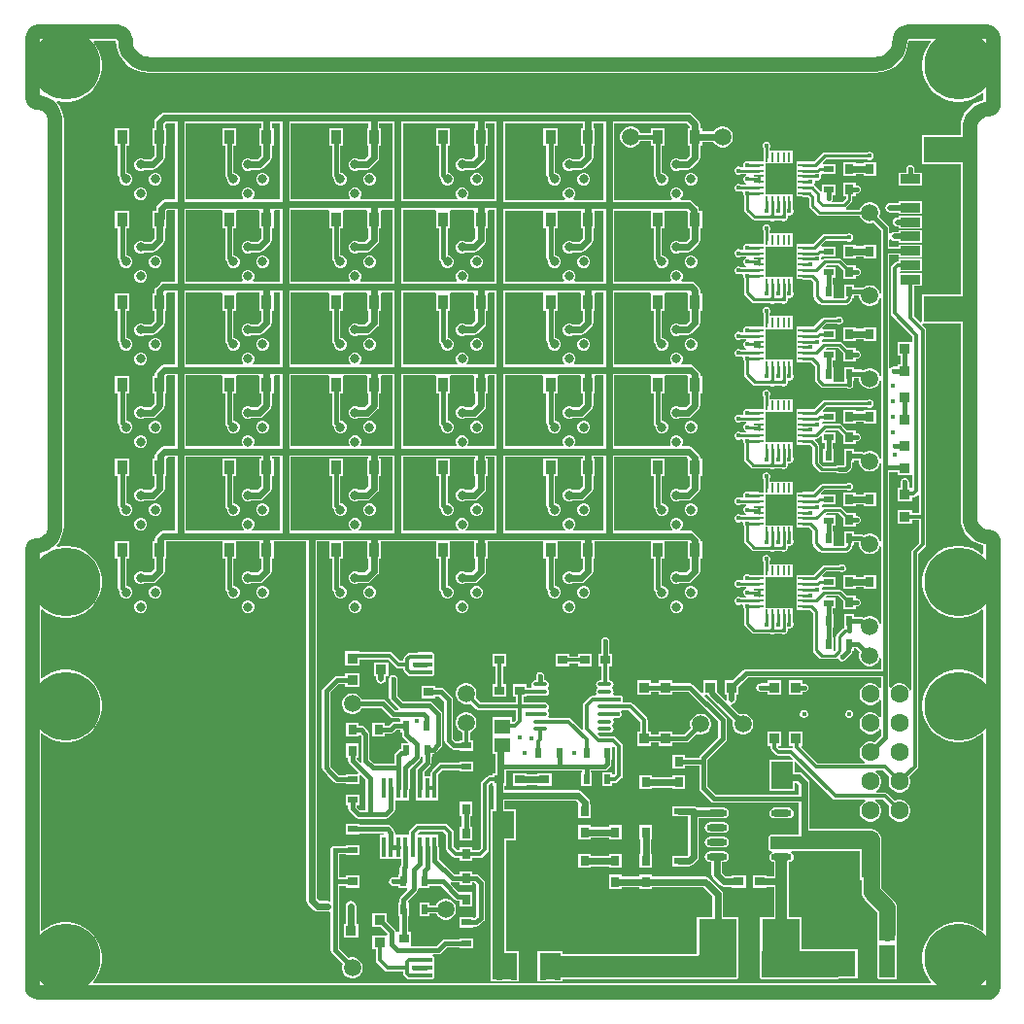
<source format=gbr>
G04*
G04 #@! TF.GenerationSoftware,Altium Limited,Altium Designer,24.1.2 (44)*
G04*
G04 Layer_Physical_Order=4*
G04 Layer_Color=16711680*
%FSLAX44Y44*%
%MOMM*%
G71*
G04*
G04 #@! TF.SameCoordinates,A1CAFFC3-4532-48F1-AA43-BC187200CDC2*
G04*
G04*
G04 #@! TF.FilePolarity,Positive*
G04*
G01*
G75*
%ADD10C,0.4000*%
%ADD12C,0.2540*%
%ADD13C,1.2700*%
%ADD21C,0.5000*%
%ADD22C,0.6000*%
%ADD23C,0.3000*%
%ADD24C,0.8000*%
%ADD25C,0.4000*%
%ADD26C,1.2000*%
%ADD27C,6.0000*%
%ADD28C,1.6000*%
%ADD29R,1.6000X1.6000*%
%ADD30C,1.6000*%
%ADD31C,0.3500*%
%ADD34R,3.5000X2.2098*%
%ADD35O,1.2500X0.3500*%
%ADD36R,3.3000X3.1500*%
%ADD37R,0.9000X0.8000*%
%ADD38R,0.6000X0.9000*%
%ADD39R,0.8000X0.9000*%
%ADD40R,0.9000X0.6000*%
%ADD41R,0.4000X1.8000*%
%ADD42R,1.4000X1.3000*%
%ADD43R,1.8796X2.3622*%
%ADD44R,0.9500X0.9000*%
%ADD45R,1.2700X0.4000*%
%ADD46R,1.2700X1.5500*%
%ADD47R,3.1725X2.3455*%
%ADD48R,0.6325X2.3455*%
%ADD49R,2.3622X1.8796*%
%ADD50R,0.9000X0.9500*%
%ADD51R,2.3000X2.2860*%
%ADD52O,1.8000X0.6000*%
%ADD53R,2.3000X2.8000*%
%ADD54C,1.5000*%
%ADD55R,0.9100X1.2200*%
%ADD56R,2.5000X2.5000*%
%ADD57R,0.8048X0.2540*%
%ADD58R,0.2540X0.8048*%
%ADD59R,1.4000X1.4000*%
%ADD60R,1.7018X0.8128*%
%ADD61C,0.3800*%
%ADD62C,1.4000*%
%ADD63C,1.0000*%
%ADD64R,1.3910X1.5133*%
%ADD65R,1.2700X0.3810*%
G36*
X789839Y834973D02*
X789930Y834462D01*
X787059Y830510D01*
X784808Y826092D01*
X783276Y821376D01*
X782500Y816479D01*
Y811521D01*
X783276Y806624D01*
X784808Y801908D01*
X787059Y797490D01*
X789973Y793479D01*
X793479Y789973D01*
X797490Y787059D01*
X801908Y784808D01*
X806624Y783276D01*
X811521Y782500D01*
X816479D01*
X821376Y783276D01*
X826092Y784808D01*
X830510Y787059D01*
X834462Y789930D01*
X834973Y789839D01*
X835732Y789525D01*
Y783897D01*
X835257Y783850D01*
X830695Y782466D01*
X826491Y780219D01*
X822806Y777195D01*
X819782Y773510D01*
X817535Y769306D01*
X816151Y764744D01*
X815704Y760208D01*
X815704D01*
X815732Y758954D01*
Y753129D01*
X782160D01*
Y728031D01*
X815732D01*
Y652286D01*
Y614629D01*
X782160D01*
Y590482D01*
X780890Y589956D01*
X775219Y595627D01*
Y622016D01*
X782169D01*
Y633144D01*
X763225D01*
X762827Y633830D01*
X763225Y634516D01*
X782169D01*
Y645644D01*
X762151D01*
Y643139D01*
X760730D01*
X759559Y642906D01*
X758567Y642243D01*
X758567Y642243D01*
X756027Y639703D01*
X755364Y638711D01*
X755131Y637540D01*
X755131Y637540D01*
Y598170D01*
X755131Y598170D01*
X755364Y597000D01*
X756027Y596007D01*
X774181Y577853D01*
Y574030D01*
X773530Y573030D01*
X772911Y573030D01*
X761030D01*
Y561030D01*
X763711D01*
Y554030D01*
X761030D01*
Y551599D01*
X757580D01*
X757235Y551530D01*
X756884D01*
X756559Y551395D01*
X756214Y551327D01*
X755922Y551132D01*
X755597Y550997D01*
X755349Y550749D01*
X755057Y550553D01*
X755008Y550481D01*
X754369Y550556D01*
X753738Y550934D01*
Y649011D01*
X762151D01*
Y647016D01*
X782169D01*
Y658144D01*
X762151D01*
Y656149D01*
X753738D01*
Y662257D01*
X755008Y662642D01*
X755306Y662196D01*
X756629Y661312D01*
X758190Y661002D01*
X762151D01*
Y659516D01*
X782169D01*
Y670644D01*
X762151D01*
Y669158D01*
X758190D01*
X756629Y668848D01*
X755306Y667964D01*
X755008Y667518D01*
X753738Y667903D01*
Y672230D01*
X753467Y673596D01*
X752693Y674754D01*
X745015Y682432D01*
X745600Y684615D01*
Y686985D01*
X744987Y689274D01*
X743802Y691326D01*
X742126Y693002D01*
X740074Y694187D01*
X737785Y694800D01*
X735415D01*
X733126Y694187D01*
X731074Y693002D01*
X729398Y691326D01*
X728213Y689274D01*
X728039Y688624D01*
X716222D01*
X715837Y689894D01*
X716224Y690153D01*
X720817Y694746D01*
X720817Y694746D01*
X721429Y695662D01*
X721644Y696743D01*
X721644Y696743D01*
Y700000D01*
X724320D01*
Y702431D01*
X725170D01*
X725515Y702500D01*
X725866D01*
X726191Y702634D01*
X726536Y702703D01*
X726828Y702898D01*
X727153Y703033D01*
X727401Y703281D01*
X727693Y703476D01*
X727889Y703769D01*
X728137Y704017D01*
X728272Y704342D01*
X728467Y704634D01*
X728536Y704979D01*
X728670Y705304D01*
Y705655D01*
X728739Y706000D01*
X728670Y706345D01*
Y706696D01*
X728536Y707021D01*
X728467Y707365D01*
X728272Y707658D01*
X728137Y707982D01*
X727889Y708231D01*
X727693Y708523D01*
X727401Y708718D01*
X727153Y708967D01*
X726828Y709102D01*
X726536Y709297D01*
X726191Y709365D01*
X725866Y709500D01*
X725515D01*
X725170Y709568D01*
X724320D01*
Y712000D01*
X713320D01*
Y700000D01*
X715996D01*
Y697913D01*
X713057Y694974D01*
X704352D01*
X703825Y696244D01*
X704006Y696425D01*
X704298Y697130D01*
X704337Y697188D01*
X704351Y697257D01*
X704539Y697711D01*
Y698203D01*
X704609Y698554D01*
Y701233D01*
X707039D01*
Y710233D01*
X695039D01*
Y704544D01*
X694772Y704351D01*
X693769Y704066D01*
X688338Y709497D01*
X688263Y709548D01*
X688167Y710517D01*
X688700Y711804D01*
Y713196D01*
X688678Y713249D01*
X689650Y714221D01*
X690184Y714000D01*
X691576D01*
X692863Y714533D01*
X693847Y715517D01*
X694380Y716804D01*
Y718196D01*
X694281Y718436D01*
X695259Y719392D01*
X707040D01*
Y728391D01*
X696082D01*
X695556Y729661D01*
X698400Y732506D01*
X734474D01*
X734617Y732363D01*
X735904Y731830D01*
X737296D01*
X738583Y732363D01*
X739567Y733347D01*
X740100Y734634D01*
Y736026D01*
X739567Y737313D01*
X738583Y738297D01*
X737296Y738830D01*
X735904D01*
X734617Y738297D01*
X734474Y738154D01*
X697230D01*
X697230Y738154D01*
X696149Y737939D01*
X695233Y737327D01*
X688230Y730324D01*
X678154D01*
X677881Y730270D01*
X672630D01*
Y719730D01*
Y709730D01*
Y699730D01*
X677881D01*
X678154Y699676D01*
X682850D01*
X684051Y698475D01*
Y692053D01*
X684051Y692053D01*
X684266Y690972D01*
X684878Y690055D01*
X691131Y683803D01*
X691131Y683803D01*
X692047Y683191D01*
X693128Y682976D01*
X728039D01*
X728213Y682326D01*
X729398Y680274D01*
X731074Y678598D01*
X733126Y677413D01*
X735415Y676800D01*
X737785D01*
X739968Y677385D01*
X746601Y670752D01*
Y652580D01*
Y615765D01*
X745331Y615598D01*
X744987Y616884D01*
X743802Y618936D01*
X742126Y620612D01*
X740074Y621797D01*
X737785Y622410D01*
X735415D01*
X733126Y621797D01*
X731074Y620612D01*
X731012Y620550D01*
X729813Y620789D01*
X723321D01*
Y623220D01*
X714321D01*
Y611220D01*
X713078Y611154D01*
X706404D01*
X705162Y611221D01*
Y623221D01*
X704607D01*
Y629233D01*
X707039D01*
Y638233D01*
X698708D01*
X698222Y639406D01*
X699101Y640285D01*
X709079D01*
X713320Y636044D01*
Y628000D01*
X724320D01*
Y630431D01*
X725170D01*
X725515Y630500D01*
X725866D01*
X726191Y630634D01*
X726536Y630703D01*
X726828Y630898D01*
X727153Y631033D01*
X727401Y631281D01*
X727693Y631477D01*
X727889Y631769D01*
X728137Y632017D01*
X728272Y632342D01*
X728467Y632634D01*
X728536Y632979D01*
X728670Y633304D01*
Y633655D01*
X728739Y634000D01*
X728670Y634345D01*
Y634696D01*
X728536Y635021D01*
X728467Y635366D01*
X728272Y635658D01*
X728137Y635983D01*
X727889Y636231D01*
X727693Y636523D01*
X727401Y636719D01*
X727153Y636967D01*
X726828Y637102D01*
X726536Y637297D01*
X726191Y637365D01*
X725866Y637500D01*
X725515D01*
X725170Y637569D01*
X724320D01*
Y640000D01*
X717353D01*
X712246Y645106D01*
X711330Y645719D01*
X710249Y645934D01*
X710249Y645934D01*
X697931D01*
X696850Y645719D01*
X695934Y645106D01*
X695934Y645106D01*
X695650Y644822D01*
X694548Y645279D01*
X694369Y646522D01*
X695259Y647392D01*
X707040D01*
Y656392D01*
X695202D01*
X694418Y657404D01*
X698400Y661386D01*
X716695D01*
X716838Y661243D01*
X718125Y660710D01*
X719517D01*
X720803Y661243D01*
X721788Y662227D01*
X722321Y663514D01*
Y664906D01*
X721788Y666193D01*
X720803Y667177D01*
X719517Y667710D01*
X718125D01*
X716838Y667177D01*
X716695Y667034D01*
X697230D01*
X696149Y666819D01*
X695233Y666207D01*
X695233Y666207D01*
X687350Y658324D01*
X678154D01*
X677881Y658270D01*
X672630D01*
Y647730D01*
Y637730D01*
Y627730D01*
X677881D01*
X678154Y627676D01*
X685320D01*
X687621Y625375D01*
Y612575D01*
X687621Y612575D01*
X687836Y611494D01*
X688448Y610578D01*
X692693Y606333D01*
X692693Y606333D01*
X693609Y605721D01*
X694690Y605506D01*
X694690Y605506D01*
X716280D01*
X716280Y605506D01*
X717361Y605721D01*
X718277Y606333D01*
X720817Y608873D01*
X720817Y608873D01*
X721429Y609789D01*
X721644Y610870D01*
Y611220D01*
X723321D01*
Y613651D01*
X727600D01*
Y612225D01*
X728213Y609936D01*
X729398Y607884D01*
X731074Y606208D01*
X733126Y605023D01*
X735415Y604410D01*
X737785D01*
X740074Y605023D01*
X742126Y606208D01*
X743802Y607884D01*
X744987Y609936D01*
X745331Y611222D01*
X746601Y611055D01*
Y543693D01*
X745331Y543525D01*
X744987Y544811D01*
X743802Y546864D01*
X742126Y548539D01*
X740074Y549724D01*
X737785Y550337D01*
X735415D01*
X733126Y549724D01*
X731139Y548577D01*
X730862Y548762D01*
X729496Y549034D01*
X723321D01*
Y551465D01*
X714321D01*
Y539465D01*
X713341Y538764D01*
X706141D01*
X705162Y539466D01*
Y551466D01*
X704607D01*
Y557233D01*
X707039D01*
Y566233D01*
X699488D01*
X698821Y567503D01*
X699036Y567814D01*
X709511D01*
X713320Y564006D01*
Y556000D01*
X724320D01*
Y558431D01*
X725170D01*
X725515Y558500D01*
X725866D01*
X726191Y558634D01*
X726536Y558703D01*
X726828Y558898D01*
X727153Y559033D01*
X727401Y559281D01*
X727693Y559477D01*
X727889Y559769D01*
X728137Y560017D01*
X728272Y560342D01*
X728467Y560634D01*
X728536Y560979D01*
X728670Y561304D01*
Y561655D01*
X728739Y562000D01*
X728670Y562345D01*
Y562696D01*
X728536Y563021D01*
X728467Y563366D01*
X728272Y563658D01*
X728137Y563983D01*
X727889Y564231D01*
X727693Y564523D01*
X727401Y564719D01*
X727153Y564967D01*
X726828Y565102D01*
X726536Y565297D01*
X726191Y565365D01*
X725866Y565500D01*
X725515D01*
X725170Y565569D01*
X724320D01*
Y568000D01*
X717314D01*
X712678Y572636D01*
X711762Y573248D01*
X710681Y573463D01*
X710681Y573463D01*
X697069D01*
X696061Y573262D01*
X695859Y573320D01*
X694824Y573897D01*
X694767Y574325D01*
X695737Y575392D01*
X707040D01*
Y584392D01*
X695592D01*
X695066Y585662D01*
X698400Y588996D01*
X707804D01*
X707947Y588853D01*
X709234Y588320D01*
X710626D01*
X711913Y588853D01*
X712897Y589837D01*
X713430Y591124D01*
Y592516D01*
X712897Y593803D01*
X711913Y594787D01*
X710626Y595320D01*
X709234D01*
X707947Y594787D01*
X707804Y594644D01*
X697230D01*
X696149Y594429D01*
X695233Y593817D01*
X695233Y593817D01*
X687740Y586324D01*
X678154D01*
X677881Y586270D01*
X672630D01*
Y575730D01*
Y565730D01*
Y555730D01*
X677881D01*
X678154Y555676D01*
X685276D01*
X688720Y552232D01*
Y540437D01*
X688720Y540437D01*
X688935Y539356D01*
X689547Y538440D01*
X694044Y533943D01*
X694044Y533943D01*
X694960Y533331D01*
X696041Y533116D01*
X696041Y533116D01*
X716695D01*
X716838Y532973D01*
X717163Y532838D01*
X717455Y532643D01*
X717800Y532575D01*
X718125Y532440D01*
X718476D01*
X718821Y532371D01*
X719166Y532440D01*
X719517D01*
X719842Y532575D01*
X720186Y532643D01*
X720479Y532838D01*
X720803Y532973D01*
X721052Y533221D01*
X721344Y533417D01*
X721540Y533709D01*
X721788Y533957D01*
X721923Y534282D01*
X722118Y534574D01*
X722186Y534919D01*
X722321Y535244D01*
Y535595D01*
X722389Y535940D01*
Y539465D01*
X723321D01*
Y541896D01*
X727600D01*
Y540153D01*
X728213Y537864D01*
X729398Y535811D01*
X731074Y534136D01*
X733126Y532951D01*
X735415Y532337D01*
X737785D01*
X740074Y532951D01*
X742126Y534136D01*
X743802Y535811D01*
X744987Y537864D01*
X745331Y539150D01*
X746601Y538982D01*
Y471620D01*
X745331Y471453D01*
X744987Y472739D01*
X743802Y474791D01*
X742126Y476467D01*
X740074Y477652D01*
X737785Y478265D01*
X735415D01*
X733126Y477652D01*
X731223Y476553D01*
X730544Y477007D01*
X729178Y477279D01*
X723321D01*
Y479710D01*
X714321D01*
Y473055D01*
X714252Y472710D01*
Y466569D01*
X713532Y465849D01*
X709930D01*
X709585Y465780D01*
X709234D01*
X708909Y465645D01*
X708564Y465577D01*
X708272Y465382D01*
X707947Y465247D01*
X707804Y465104D01*
X695860D01*
X692434Y468530D01*
Y482600D01*
X692434Y482600D01*
X692219Y483681D01*
X691607Y484597D01*
X691607Y484597D01*
X688799Y487406D01*
X689325Y488676D01*
X689620D01*
X689620Y488676D01*
X690701Y488891D01*
X691617Y489503D01*
X693866Y491751D01*
X695039Y491265D01*
Y485233D01*
X697470D01*
Y479711D01*
X696162D01*
Y467711D01*
X705162D01*
Y479711D01*
X704607D01*
Y485233D01*
X707039D01*
Y494233D01*
X698006D01*
X697520Y495406D01*
X698400Y496286D01*
X709040D01*
X713320Y492006D01*
Y484000D01*
X724320D01*
Y486431D01*
X725170D01*
X725515Y486500D01*
X725866D01*
X726191Y486634D01*
X726536Y486703D01*
X726828Y486898D01*
X727153Y487033D01*
X727401Y487281D01*
X727693Y487477D01*
X727889Y487769D01*
X728137Y488017D01*
X728272Y488342D01*
X728467Y488634D01*
X728536Y488979D01*
X728670Y489304D01*
Y489655D01*
X728739Y490000D01*
X728670Y490345D01*
Y490696D01*
X728536Y491021D01*
X728467Y491366D01*
X728272Y491658D01*
X728137Y491983D01*
X727889Y492231D01*
X727693Y492523D01*
X727401Y492719D01*
X727153Y492967D01*
X726828Y493102D01*
X726536Y493297D01*
X726191Y493366D01*
X725866Y493500D01*
X725515D01*
X725170Y493568D01*
X724320D01*
Y496000D01*
X717314D01*
X712207Y501107D01*
X711291Y501719D01*
X710210Y501934D01*
X710210Y501934D01*
X697230D01*
X697230Y501934D01*
X696149Y501719D01*
X695228Y502357D01*
X696099Y503392D01*
X707040D01*
Y512392D01*
X695982D01*
X695456Y513662D01*
X698400Y516606D01*
X734474D01*
X734617Y516463D01*
X735904Y515930D01*
X737296D01*
X738583Y516463D01*
X739567Y517447D01*
X740100Y518734D01*
Y520126D01*
X739567Y521413D01*
X738583Y522397D01*
X737296Y522930D01*
X735904D01*
X734617Y522397D01*
X734474Y522254D01*
X697230D01*
X697230Y522254D01*
X696149Y522039D01*
X695233Y521427D01*
X688130Y514324D01*
X678154D01*
X677881Y514270D01*
X672630D01*
Y503730D01*
Y493730D01*
Y483730D01*
X677881D01*
X678154Y483676D01*
X684540D01*
X686786Y481430D01*
Y467360D01*
X686786Y467360D01*
X687001Y466279D01*
X687613Y465363D01*
X692693Y460283D01*
X692693Y460283D01*
X693609Y459671D01*
X694690Y459456D01*
X694690Y459456D01*
X707804D01*
X707947Y459313D01*
X708272Y459178D01*
X708564Y458983D01*
X708909Y458914D01*
X709234Y458780D01*
X709585D01*
X709930Y458711D01*
X715010D01*
X716376Y458983D01*
X717533Y459757D01*
X720344Y462567D01*
X721118Y463725D01*
X721389Y465091D01*
Y467710D01*
X723321D01*
Y470141D01*
X727600D01*
Y468080D01*
X728213Y465791D01*
X729398Y463739D01*
X731074Y462063D01*
X733126Y460878D01*
X735415Y460265D01*
X737785D01*
X740074Y460878D01*
X742126Y462063D01*
X743802Y463739D01*
X744987Y465791D01*
X745331Y467077D01*
X746601Y466910D01*
Y463550D01*
Y399548D01*
X745331Y399380D01*
X744987Y400666D01*
X743802Y402719D01*
X742126Y404394D01*
X740074Y405579D01*
X737785Y406193D01*
X735415D01*
X733126Y405579D01*
X731308Y404529D01*
X730227Y405252D01*
X728861Y405524D01*
X723321D01*
Y407955D01*
X714321D01*
Y395955D01*
X713341Y395254D01*
X706141D01*
X705162Y395956D01*
Y407956D01*
X704607D01*
Y413233D01*
X707039D01*
Y422233D01*
X699427D01*
X698788Y423503D01*
X699080Y423896D01*
X709384D01*
X713320Y419960D01*
Y412000D01*
X724320D01*
Y414431D01*
X725170D01*
X725515Y414500D01*
X725866D01*
X726191Y414635D01*
X726536Y414703D01*
X726828Y414898D01*
X727153Y415033D01*
X727401Y415281D01*
X727693Y415477D01*
X727889Y415769D01*
X728137Y416017D01*
X728272Y416342D01*
X728467Y416634D01*
X728536Y416979D01*
X728670Y417304D01*
Y417655D01*
X728739Y418000D01*
X728670Y418345D01*
Y418696D01*
X728536Y419021D01*
X728467Y419366D01*
X728272Y419658D01*
X728137Y419983D01*
X727889Y420231D01*
X727693Y420523D01*
X727401Y420719D01*
X727153Y420967D01*
X726828Y421102D01*
X726536Y421297D01*
X726191Y421366D01*
X725866Y421500D01*
X725515D01*
X725170Y421568D01*
X724320D01*
Y424000D01*
X717268D01*
X712551Y428717D01*
X711635Y429329D01*
X710554Y429544D01*
X710554Y429544D01*
X697230D01*
X696149Y429329D01*
X695946Y429193D01*
X694717Y429711D01*
X694574Y430405D01*
X695448Y431392D01*
X707040D01*
Y440392D01*
X695102D01*
X694248Y441333D01*
X697130Y444216D01*
X716694D01*
X716837Y444073D01*
X718124Y443540D01*
X719516D01*
X720803Y444073D01*
X721787Y445057D01*
X722320Y446344D01*
Y447736D01*
X721787Y449023D01*
X720803Y450007D01*
X719516Y450540D01*
X718124D01*
X716837Y450007D01*
X716694Y449864D01*
X695960D01*
X695960Y449864D01*
X694879Y449649D01*
X693963Y449037D01*
X693963Y449037D01*
X687250Y442324D01*
X678154D01*
X677881Y442270D01*
X672630D01*
Y431730D01*
Y421730D01*
Y411730D01*
X677881D01*
X678154Y411676D01*
X684030D01*
X686786Y408920D01*
Y397510D01*
X686786Y397510D01*
X687001Y396429D01*
X687613Y395513D01*
X692693Y390433D01*
X692693Y390433D01*
X693609Y389821D01*
X694690Y389606D01*
X694690Y389606D01*
X716280D01*
X716280Y389606D01*
X717361Y389821D01*
X718277Y390433D01*
X720818Y392974D01*
X720818Y392974D01*
X721430Y393890D01*
X721645Y394971D01*
X722399Y395955D01*
X723321D01*
Y398386D01*
X727383D01*
X727600Y398169D01*
Y396008D01*
X728213Y393719D01*
X729398Y391666D01*
X731074Y389991D01*
X733126Y388806D01*
X735415Y388192D01*
X737785D01*
X740074Y388806D01*
X742126Y389991D01*
X743802Y391666D01*
X744987Y393719D01*
X745331Y395005D01*
X746601Y394837D01*
Y327475D01*
X745331Y327308D01*
X744987Y328594D01*
X743802Y330646D01*
X742126Y332322D01*
X740074Y333507D01*
X737785Y334120D01*
X735415D01*
X733126Y333507D01*
X731324Y332466D01*
X731067Y332723D01*
X729909Y333497D01*
X728543Y333769D01*
X723321D01*
Y336200D01*
X714321D01*
X714321Y324200D01*
X713338Y323506D01*
X713041Y323307D01*
X708111Y318377D01*
X707499Y317461D01*
X707284Y316380D01*
X707284Y316380D01*
Y304878D01*
X706432Y304026D01*
X705162Y304552D01*
Y315881D01*
X704231D01*
Y324201D01*
X705162D01*
Y336201D01*
X704607D01*
Y341233D01*
X707039D01*
Y350233D01*
X699511D01*
X698832Y351503D01*
X699006Y351763D01*
X709063D01*
X713320Y347506D01*
Y340000D01*
X724320D01*
Y342431D01*
X725170D01*
X725515Y342500D01*
X725866D01*
X726191Y342635D01*
X726536Y342703D01*
X726828Y342898D01*
X727153Y343033D01*
X727401Y343281D01*
X727693Y343477D01*
X727889Y343769D01*
X728137Y344017D01*
X728272Y344342D01*
X728467Y344634D01*
X728536Y344979D01*
X728670Y345304D01*
Y345655D01*
X728739Y346000D01*
X728670Y346345D01*
Y346696D01*
X728536Y347021D01*
X728467Y347366D01*
X728272Y347658D01*
X728137Y347983D01*
X727889Y348231D01*
X727693Y348523D01*
X727401Y348719D01*
X727153Y348967D01*
X726828Y349102D01*
X726536Y349297D01*
X726191Y349366D01*
X725866Y349500D01*
X725515D01*
X725170Y349569D01*
X724320D01*
Y352000D01*
X716814D01*
X712230Y356584D01*
X711314Y357196D01*
X710233Y357411D01*
X710233Y357411D01*
X696966D01*
X696966Y357411D01*
X696083Y357236D01*
X695023Y357823D01*
X694848Y357950D01*
X694796Y358313D01*
X695770Y359392D01*
X707040D01*
Y368392D01*
X695492D01*
X694913Y369609D01*
X698400Y373096D01*
X710344D01*
X710487Y372953D01*
X711774Y372420D01*
X713166D01*
X714453Y372953D01*
X715437Y373937D01*
X715970Y375224D01*
Y376616D01*
X715437Y377903D01*
X714453Y378887D01*
X713166Y379420D01*
X711774D01*
X710487Y378887D01*
X710344Y378744D01*
X697230D01*
X696149Y378529D01*
X695233Y377917D01*
X687640Y370324D01*
X678154D01*
X677881Y370270D01*
X672630D01*
Y359730D01*
Y349730D01*
Y339730D01*
X677881D01*
X678154Y339676D01*
X684572D01*
X687230Y337018D01*
Y304356D01*
X687230Y304356D01*
X687445Y303275D01*
X688057Y302359D01*
X692693Y297723D01*
X692693Y297723D01*
X693609Y297111D01*
X694690Y296896D01*
X694690Y296896D01*
X706120D01*
X706120Y296896D01*
X707201Y297111D01*
X707797Y297509D01*
X708298Y297478D01*
X708857Y297276D01*
X709130Y297110D01*
X709214Y297024D01*
X709368Y296792D01*
X709503Y296467D01*
X709751Y296219D01*
X709947Y295927D01*
X710239Y295731D01*
X710487Y295483D01*
X710812Y295348D01*
X711104Y295153D01*
X711449Y295084D01*
X711774Y294950D01*
X712125D01*
X712470Y294881D01*
X712815Y294950D01*
X713166D01*
X713491Y295084D01*
X713836Y295153D01*
X714128Y295348D01*
X714453Y295483D01*
X714701Y295731D01*
X714993Y295927D01*
X720344Y301278D01*
X721118Y302435D01*
X721389Y303801D01*
Y303880D01*
X723321D01*
Y306311D01*
X724962D01*
X728185Y303088D01*
X727600Y300905D01*
Y298535D01*
X728213Y296246D01*
X729398Y294194D01*
X731074Y292518D01*
X733126Y291333D01*
X735415Y290720D01*
X737785D01*
X740074Y291333D01*
X742126Y292518D01*
X743802Y294194D01*
X744987Y296246D01*
X745331Y297532D01*
X746601Y297365D01*
Y288049D01*
X628820D01*
X627455Y287777D01*
X626297Y287003D01*
X617524Y278230D01*
X610320D01*
Y265730D01*
X612242D01*
Y261620D01*
X612281Y261423D01*
X611111Y260797D01*
X603399Y268509D01*
Y269980D01*
X603399Y269980D01*
X603320Y270374D01*
Y278230D01*
X591320D01*
Y267556D01*
X590147Y267070D01*
X582713Y274503D01*
X581556Y275277D01*
X580190Y275549D01*
X564931D01*
Y278230D01*
X552931D01*
Y275549D01*
X545931D01*
Y278230D01*
X533931D01*
Y265730D01*
X545931D01*
Y268411D01*
X552931D01*
Y265730D01*
X564931D01*
Y268411D01*
X578712D01*
X604761Y242362D01*
Y228808D01*
X589297Y213343D01*
X588523Y212186D01*
X588251Y210820D01*
Y210816D01*
X575730D01*
Y213247D01*
X564730D01*
Y201247D01*
X575730D01*
Y203678D01*
X588251D01*
Y184461D01*
X588523Y183096D01*
X589297Y181938D01*
X598498Y172737D01*
X599656Y171963D01*
X601021Y171691D01*
X674862D01*
Y143864D01*
X650434Y143864D01*
X649286Y143388D01*
X648811Y142240D01*
Y131329D01*
X649286Y130181D01*
X650434Y129705D01*
X651345D01*
X651730Y128435D01*
X650636Y127704D01*
X649641Y126216D01*
X649292Y124460D01*
X649641Y122704D01*
X650636Y121216D01*
X652124Y120221D01*
X653324Y119983D01*
Y107458D01*
X646630D01*
Y108370D01*
X634630D01*
Y97370D01*
X646630D01*
Y98282D01*
X653324D01*
Y71860D01*
X641130D01*
Y42715D01*
X640996Y42392D01*
Y19538D01*
X641472Y18390D01*
X642620Y17915D01*
X709224D01*
X709744Y18130D01*
X726170D01*
Y43990D01*
X703993D01*
X703930Y44016D01*
X677130D01*
Y71860D01*
X666436D01*
Y104140D01*
Y119983D01*
X667636Y120221D01*
X669124Y121216D01*
X670119Y122704D01*
X670468Y124460D01*
X670119Y126216D01*
X669124Y127704D01*
X668030Y128435D01*
X668416Y129705D01*
X727718D01*
Y113800D01*
X727800Y113177D01*
Y104300D01*
X729727D01*
Y93550D01*
X730019Y91331D01*
X730875Y89263D01*
X732238Y87488D01*
X743267Y76459D01*
Y57940D01*
X743340Y57383D01*
Y50410D01*
X743340Y49440D01*
X743340Y48170D01*
Y34261D01*
X743307Y34183D01*
Y19050D01*
X743783Y17902D01*
X744931Y17426D01*
X758841D01*
X759989Y17902D01*
X760464Y19050D01*
Y34183D01*
X760340Y34483D01*
Y48170D01*
X760340Y49140D01*
X760340Y50410D01*
Y57383D01*
X760413Y57940D01*
Y80010D01*
X760121Y82229D01*
X759265Y84297D01*
X757902Y86072D01*
X746873Y97101D01*
Y112800D01*
X746812Y113267D01*
X746882Y113800D01*
Y139200D01*
X746800Y139823D01*
Y140451D01*
X746637Y141057D01*
X746555Y141680D01*
X746315Y142260D01*
X746153Y142867D01*
X745839Y143411D01*
X745598Y143991D01*
X745216Y144489D01*
X744902Y145033D01*
X744458Y145477D01*
X744075Y145976D01*
X743577Y146358D01*
X743133Y146802D01*
X742589Y147116D01*
X742091Y147498D01*
X741511Y147739D01*
X740967Y148053D01*
X740360Y148215D01*
X739780Y148455D01*
X739157Y148537D01*
X738551Y148700D01*
X737923D01*
X737300Y148782D01*
X736768Y148712D01*
X736600Y148782D01*
X684038D01*
Y189129D01*
X683689Y190885D01*
X682694Y192373D01*
X678202Y196866D01*
X676713Y197861D01*
X674957Y198210D01*
X670972D01*
Y206963D01*
X672145Y207449D01*
X704321Y175273D01*
X705313Y174610D01*
X706484Y174377D01*
X706484Y174377D01*
X732695D01*
X733035Y173107D01*
X731467Y172202D01*
X729698Y170433D01*
X728447Y168267D01*
X727800Y165851D01*
Y163349D01*
X728447Y160933D01*
X729698Y158767D01*
X731467Y156998D01*
X733633Y155747D01*
X736049Y155100D01*
X738551D01*
X740967Y155747D01*
X743133Y156998D01*
X744902Y158767D01*
X746153Y160933D01*
X746800Y163349D01*
Y165851D01*
X746153Y168267D01*
X744902Y170433D01*
X743133Y172202D01*
X741565Y173107D01*
X741905Y174377D01*
X748597D01*
X754162Y168812D01*
X753847Y168267D01*
X753200Y165851D01*
Y163349D01*
X753847Y160933D01*
X755098Y158767D01*
X756867Y156998D01*
X759033Y155747D01*
X761449Y155100D01*
X763951D01*
X766367Y155747D01*
X768533Y156998D01*
X770302Y158767D01*
X771553Y160933D01*
X772200Y163349D01*
Y165851D01*
X771553Y168267D01*
X770302Y170433D01*
X768533Y172202D01*
X766367Y173453D01*
X763951Y174100D01*
X761449D01*
X759033Y173453D01*
X758488Y173138D01*
X752027Y179599D01*
X751035Y180262D01*
X749864Y180495D01*
X749864Y180495D01*
X742376D01*
X742036Y181765D01*
X743133Y182398D01*
X744902Y184167D01*
X746153Y186333D01*
X746800Y188749D01*
Y191251D01*
X746153Y193667D01*
X744902Y195833D01*
X743133Y197602D01*
X741681Y198440D01*
X742021Y199710D01*
X748664D01*
X754162Y194212D01*
X753847Y193667D01*
X753200Y191251D01*
Y188749D01*
X753847Y186333D01*
X755098Y184167D01*
X756867Y182398D01*
X759033Y181147D01*
X761449Y180500D01*
X763951D01*
X766367Y181147D01*
X768533Y182398D01*
X770302Y184167D01*
X771553Y186333D01*
X772200Y188749D01*
Y191251D01*
X771553Y193667D01*
X771238Y194212D01*
X778133Y201107D01*
X778796Y202099D01*
X779029Y203270D01*
Y388623D01*
X785028Y394622D01*
X785028Y394622D01*
X785691Y395615D01*
X785924Y396785D01*
Y583655D01*
X785691Y584825D01*
X785028Y585818D01*
X785028Y585818D01*
X782585Y588261D01*
X783111Y589531D01*
X815732D01*
Y420000D01*
X815683D01*
X816150Y415256D01*
X817534Y410694D01*
X819781Y406490D01*
X822805Y402805D01*
X826490Y399781D01*
X830694Y397534D01*
X835256Y396150D01*
X835732Y396103D01*
Y388475D01*
X834973Y388161D01*
X834462Y388070D01*
X830510Y390941D01*
X826092Y393192D01*
X821376Y394724D01*
X816479Y395500D01*
X811521D01*
X806624Y394724D01*
X801908Y393192D01*
X797490Y390941D01*
X793479Y388027D01*
X789973Y384521D01*
X787059Y380510D01*
X784808Y376092D01*
X783276Y371376D01*
X782500Y366479D01*
Y361521D01*
X783276Y356624D01*
X784808Y351908D01*
X787059Y347490D01*
X789973Y343479D01*
X793479Y339973D01*
X797490Y337059D01*
X801908Y334808D01*
X806624Y333276D01*
X811521Y332500D01*
X816479D01*
X821376Y333276D01*
X826092Y334808D01*
X830510Y337059D01*
X834462Y339930D01*
X834973Y339839D01*
X835732Y339525D01*
X835732Y280475D01*
X834973Y280161D01*
X834462Y280070D01*
X830510Y282941D01*
X826092Y285192D01*
X821376Y286724D01*
X816479Y287500D01*
X811521D01*
X806624Y286724D01*
X801908Y285192D01*
X797490Y282941D01*
X793479Y280027D01*
X789973Y276521D01*
X787059Y272510D01*
X784808Y268092D01*
X783276Y263376D01*
X782500Y258479D01*
Y253521D01*
X783276Y248624D01*
X784808Y243908D01*
X787059Y239490D01*
X789973Y235479D01*
X793479Y231973D01*
X797490Y229059D01*
X801908Y226808D01*
X806624Y225276D01*
X811521Y224500D01*
X816479D01*
X821376Y225276D01*
X826092Y226808D01*
X830510Y229059D01*
X834462Y231930D01*
X834973Y231839D01*
X835732Y231525D01*
X835732Y60475D01*
X834973Y60161D01*
X834462Y60070D01*
X830510Y62941D01*
X826092Y65192D01*
X821376Y66724D01*
X816479Y67500D01*
X811521D01*
X806624Y66724D01*
X801908Y65192D01*
X797490Y62941D01*
X793479Y60027D01*
X789973Y56521D01*
X787059Y52510D01*
X784808Y48092D01*
X783276Y43376D01*
X782500Y38479D01*
Y33521D01*
X783276Y28624D01*
X784808Y23908D01*
X787059Y19490D01*
X789930Y15538D01*
X789839Y15027D01*
X789525Y14268D01*
X60475Y14268D01*
X60161Y15027D01*
X60070Y15538D01*
X62941Y19490D01*
X65192Y23908D01*
X66724Y28624D01*
X67500Y33521D01*
Y38479D01*
X66724Y43376D01*
X65192Y48092D01*
X62941Y52510D01*
X60027Y56521D01*
X56521Y60027D01*
X52510Y62941D01*
X48092Y65192D01*
X43376Y66724D01*
X38479Y67500D01*
X33521D01*
X28624Y66724D01*
X23908Y65192D01*
X19490Y62941D01*
X15538Y60070D01*
X15027Y60161D01*
X14268Y60475D01*
X14268Y231525D01*
X15027Y231839D01*
X15538Y231930D01*
X19490Y229059D01*
X23908Y226808D01*
X28624Y225276D01*
X33521Y224500D01*
X38479D01*
X43376Y225276D01*
X48092Y226808D01*
X52510Y229059D01*
X56521Y231973D01*
X60027Y235479D01*
X62941Y239490D01*
X65192Y243908D01*
X66724Y248624D01*
X67500Y253521D01*
Y258479D01*
X66724Y263376D01*
X65192Y268092D01*
X62941Y272510D01*
X60027Y276521D01*
X56521Y280027D01*
X52510Y282941D01*
X48092Y285192D01*
X43376Y286724D01*
X38479Y287500D01*
X33521D01*
X28624Y286724D01*
X23908Y285192D01*
X19490Y282941D01*
X15538Y280070D01*
X15027Y280161D01*
X14268Y280475D01*
Y339525D01*
X15027Y339839D01*
X15538Y339930D01*
X19490Y337059D01*
X23908Y334808D01*
X28624Y333276D01*
X33521Y332500D01*
X38479D01*
X43376Y333276D01*
X48092Y334808D01*
X52510Y337059D01*
X56521Y339973D01*
X60027Y343479D01*
X62941Y347490D01*
X65192Y351908D01*
X66724Y356624D01*
X67500Y361521D01*
Y366479D01*
X66724Y371376D01*
X65192Y376092D01*
X62941Y380510D01*
X60027Y384521D01*
X56521Y388027D01*
X52510Y390941D01*
X48092Y393192D01*
X43376Y394724D01*
X38479Y395500D01*
X33521D01*
X28624Y394724D01*
X28344Y394634D01*
X27598Y395727D01*
X30219Y398920D01*
X32466Y403124D01*
X33850Y407686D01*
X34317Y412430D01*
X34268D01*
Y766130D01*
X34317D01*
X33850Y770874D01*
X32466Y775436D01*
X30219Y779640D01*
X28225Y782070D01*
X28394Y782580D01*
X28916Y783229D01*
X33521Y782500D01*
X38479D01*
X43376Y783276D01*
X48092Y784808D01*
X52510Y787059D01*
X56521Y789973D01*
X60027Y793479D01*
X62941Y797490D01*
X65192Y801908D01*
X66724Y806624D01*
X67500Y811521D01*
Y816479D01*
X66724Y821376D01*
X65192Y826092D01*
X62941Y830510D01*
X60070Y834462D01*
X60161Y834973D01*
X60475Y835732D01*
X79734Y835732D01*
X80061Y831575D01*
X81097Y827259D01*
X82796Y823158D01*
X85115Y819373D01*
X87998Y815998D01*
X91373Y813115D01*
X95158Y810796D01*
X99259Y809097D01*
X103575Y808061D01*
X108000Y807713D01*
Y807732D01*
X742000D01*
Y807713D01*
X746425Y808061D01*
X750741Y809097D01*
X754842Y810796D01*
X758627Y813115D01*
X762002Y815998D01*
X764885Y819373D01*
X767204Y823158D01*
X768903Y827259D01*
X769939Y831575D01*
X770266Y835732D01*
X789525D01*
X789839Y834973D01*
D02*
G37*
G36*
X761030Y457363D02*
X772911D01*
X773530Y457363D01*
X774181Y456363D01*
Y447030D01*
X773530Y446030D01*
X770849D01*
Y450850D01*
X770780Y451195D01*
Y451546D01*
X770646Y451871D01*
X770577Y452216D01*
X770382Y452508D01*
X770247Y452833D01*
X769999Y453081D01*
X769803Y453373D01*
X769511Y453569D01*
X769263Y453817D01*
X768938Y453952D01*
X768646Y454147D01*
X768301Y454216D01*
X767976Y454350D01*
X767625D01*
X767280Y454419D01*
X766935Y454350D01*
X766584D01*
X766259Y454216D01*
X765914Y454147D01*
X765622Y453952D01*
X765297Y453817D01*
X765049Y453569D01*
X764757Y453373D01*
X764561Y453081D01*
X764313Y452833D01*
X764178Y452508D01*
X763983Y452216D01*
X763914Y451871D01*
X763780Y451546D01*
Y451195D01*
X763711Y450850D01*
Y446030D01*
X761030D01*
Y434030D01*
X773530D01*
Y437498D01*
X774700Y437631D01*
X775871Y437864D01*
X776863Y438527D01*
X778536Y440201D01*
X779806Y439675D01*
Y424089D01*
X773530D01*
Y427030D01*
X761030D01*
Y415030D01*
X773530D01*
Y417971D01*
X779806D01*
Y398052D01*
X773807Y392053D01*
X773144Y391060D01*
X772911Y389890D01*
X772911Y389890D01*
Y269703D01*
X771641Y269536D01*
X771553Y269867D01*
X770302Y272033D01*
X768533Y273802D01*
X766367Y275053D01*
X763951Y275700D01*
X761449D01*
X759033Y275053D01*
X756867Y273802D01*
X755098Y272033D01*
X755008Y271878D01*
X753738Y272218D01*
Y284480D01*
Y459981D01*
X761030D01*
Y457363D01*
D02*
G37*
G36*
X746601Y271630D02*
X745331Y271289D01*
X744902Y272033D01*
X743133Y273802D01*
X740967Y275053D01*
X738551Y275700D01*
X736049D01*
X733633Y275053D01*
X731467Y273802D01*
X729698Y272033D01*
X728447Y269867D01*
X727800Y267451D01*
Y264949D01*
X728447Y262533D01*
X729698Y260367D01*
X731467Y258598D01*
X733633Y257347D01*
X736049Y256700D01*
X738551D01*
X740967Y257347D01*
X743133Y258598D01*
X744902Y260367D01*
X745331Y261111D01*
X746601Y260770D01*
Y246230D01*
X745331Y245889D01*
X744902Y246633D01*
X743133Y248402D01*
X740967Y249653D01*
X738551Y250300D01*
X736049D01*
X733633Y249653D01*
X731467Y248402D01*
X729698Y246633D01*
X728447Y244467D01*
X727800Y242051D01*
Y239549D01*
X728447Y237133D01*
X729698Y234967D01*
X731467Y233198D01*
X733633Y231947D01*
X736049Y231300D01*
X738551D01*
X740967Y231947D01*
X743133Y233198D01*
X744902Y234967D01*
X745331Y235711D01*
X746601Y235370D01*
Y229748D01*
X741055Y224202D01*
X740967Y224253D01*
X738551Y224900D01*
X736049D01*
X733633Y224253D01*
X731467Y223002D01*
X729698Y221233D01*
X728447Y219067D01*
X727800Y216651D01*
Y214149D01*
X728447Y211733D01*
X729698Y209567D01*
X731467Y207798D01*
X732680Y207098D01*
X732339Y205828D01*
X691308D01*
X677029Y220107D01*
X677515Y221280D01*
X678440D01*
Y233780D01*
X666440D01*
Y221280D01*
X669714D01*
Y220037D01*
X669714Y220037D01*
X669759Y219809D01*
X669695Y219686D01*
X668659Y218832D01*
X668020Y218959D01*
X668020Y218959D01*
X657857D01*
X656806Y220010D01*
X657240Y221280D01*
X659440D01*
Y233780D01*
X647440D01*
Y221280D01*
X650381D01*
Y219050D01*
X650381Y219050D01*
X650614Y217880D01*
X651277Y216887D01*
X654427Y213737D01*
X655419Y213074D01*
X656590Y212841D01*
X666753D01*
X669530Y210064D01*
X669044Y208891D01*
X649176D01*
Y182269D01*
X670972D01*
Y189033D01*
X673057D01*
X674862Y187228D01*
Y178829D01*
X602500D01*
X595389Y185940D01*
Y207247D01*
Y209342D01*
X610853Y224807D01*
X611627Y225964D01*
X611899Y227330D01*
Y243840D01*
X611627Y245206D01*
X610853Y246363D01*
X592660Y264557D01*
X593146Y265730D01*
X595459D01*
X595552Y265259D01*
X596437Y263936D01*
X617543Y242830D01*
X617110Y241215D01*
Y238845D01*
X617723Y236556D01*
X618908Y234504D01*
X620584Y232828D01*
X622636Y231643D01*
X624925Y231030D01*
X627295D01*
X629584Y231643D01*
X631636Y232828D01*
X633312Y234504D01*
X634497Y236556D01*
X635110Y238845D01*
Y241215D01*
X634497Y243504D01*
X633312Y245556D01*
X631636Y247232D01*
X629584Y248417D01*
X627295Y249030D01*
X624925D01*
X623310Y248597D01*
X615497Y256411D01*
X616123Y257581D01*
X616320Y257542D01*
X617881Y257852D01*
X619204Y258736D01*
X620088Y260059D01*
X620399Y261620D01*
Y265730D01*
X622320D01*
Y272933D01*
X630299Y280911D01*
X746601D01*
Y271630D01*
D02*
G37*
G36*
X736600Y131329D02*
X650434D01*
Y142240D01*
X676910Y142240D01*
X681828Y147158D01*
X736600D01*
Y131329D01*
D02*
G37*
G36*
X709224Y37099D02*
Y19538D01*
X642620D01*
Y42392D01*
X703930D01*
X709224Y37099D01*
D02*
G37*
%LPC*%
G36*
X579120Y772938D02*
X121920D01*
X120164Y772589D01*
X118676Y771594D01*
X114506Y767424D01*
X113511Y765936D01*
X113162Y764180D01*
Y759440D01*
X111700D01*
Y744240D01*
X113162D01*
Y735559D01*
X109891Y732288D01*
X104590D01*
X104515Y732363D01*
X102494Y733200D01*
X100306D01*
X98285Y732363D01*
X96737Y730815D01*
X95900Y728794D01*
Y726606D01*
X96737Y724584D01*
X98285Y723037D01*
X100306Y722200D01*
X102494D01*
X104515Y723037D01*
X104590Y723112D01*
X111792D01*
X113548Y723461D01*
X115036Y724456D01*
X120994Y730414D01*
X121989Y731902D01*
X122338Y733658D01*
Y744240D01*
X123800D01*
Y759440D01*
X122338D01*
Y762280D01*
X123820Y763762D01*
X131302D01*
Y697221D01*
X122815D01*
X121059Y696872D01*
X119570Y695877D01*
X116056Y692363D01*
X115061Y690874D01*
X114712Y689118D01*
Y687440D01*
X111700D01*
Y672240D01*
X113162D01*
Y663559D01*
X109891Y660288D01*
X104590D01*
X104515Y660363D01*
X102494Y661200D01*
X100306D01*
X98285Y660363D01*
X96737Y658815D01*
X95900Y656794D01*
Y654606D01*
X96737Y652584D01*
X98285Y651037D01*
X100306Y650200D01*
X102494D01*
X104515Y651037D01*
X104590Y651112D01*
X111792D01*
X113548Y651461D01*
X115036Y652456D01*
X120994Y658414D01*
X121989Y659902D01*
X122338Y661658D01*
Y672240D01*
X123800D01*
Y680947D01*
X123888Y681390D01*
Y687218D01*
X124715Y688045D01*
X131302D01*
Y625618D01*
X121362D01*
X119606Y625269D01*
X118118Y624274D01*
X114684Y620841D01*
X113690Y619353D01*
X113341Y617597D01*
Y615440D01*
X111700D01*
Y600240D01*
X113162D01*
Y591559D01*
X109891Y588288D01*
X104590D01*
X104515Y588363D01*
X102494Y589200D01*
X100306D01*
X98285Y588363D01*
X96737Y586815D01*
X95900Y584794D01*
Y582606D01*
X96737Y580584D01*
X98285Y579037D01*
X100306Y578200D01*
X102494D01*
X104515Y579037D01*
X104590Y579112D01*
X111792D01*
X113548Y579461D01*
X115036Y580456D01*
X120994Y586414D01*
X121989Y587902D01*
X122338Y589658D01*
Y600240D01*
X123800D01*
Y615440D01*
X124447Y616442D01*
X131302D01*
Y553228D01*
X121920D01*
X120164Y552879D01*
X118676Y551884D01*
X114866Y548074D01*
X113871Y546586D01*
X113522Y544830D01*
Y543440D01*
X111700D01*
Y528240D01*
X113162D01*
Y519559D01*
X109891Y516288D01*
X104590D01*
X104515Y516363D01*
X102494Y517200D01*
X100306D01*
X98285Y516363D01*
X96737Y514815D01*
X95900Y512794D01*
Y510606D01*
X96737Y508585D01*
X98285Y507037D01*
X100306Y506200D01*
X102494D01*
X104515Y507037D01*
X104590Y507112D01*
X111792D01*
X113548Y507461D01*
X115036Y508456D01*
X120994Y514414D01*
X121989Y515902D01*
X122338Y517658D01*
Y528240D01*
X123800D01*
Y543440D01*
X124817Y544052D01*
X131302D01*
Y482108D01*
X121920D01*
X120164Y481759D01*
X118676Y480764D01*
X114866Y476954D01*
X113871Y475466D01*
X113522Y473710D01*
Y471440D01*
X111700D01*
Y456240D01*
X113162D01*
Y447559D01*
X109891Y444288D01*
X104590D01*
X104515Y444363D01*
X102494Y445200D01*
X100306D01*
X98285Y444363D01*
X96737Y442816D01*
X95900Y440794D01*
Y438606D01*
X96737Y436585D01*
X98285Y435037D01*
X100306Y434200D01*
X102494D01*
X104515Y435037D01*
X104590Y435112D01*
X111792D01*
X113548Y435461D01*
X115036Y436456D01*
X120994Y442414D01*
X121989Y443902D01*
X122338Y445658D01*
Y456240D01*
X123800D01*
Y471440D01*
X123800D01*
X123761Y471687D01*
X124839Y472932D01*
X131302D01*
Y408448D01*
X120650D01*
X118894Y408099D01*
X117406Y407104D01*
X114866Y404564D01*
X113871Y403076D01*
X113522Y401320D01*
Y399440D01*
X111700D01*
Y384240D01*
X113162D01*
Y375559D01*
X109891Y372288D01*
X104590D01*
X104515Y372363D01*
X102494Y373200D01*
X100306D01*
X98285Y372363D01*
X96737Y370816D01*
X95900Y368794D01*
Y366606D01*
X96737Y364585D01*
X98285Y363037D01*
X100306Y362200D01*
X102494D01*
X104515Y363037D01*
X104590Y363112D01*
X111792D01*
X113548Y363461D01*
X115036Y364456D01*
X120994Y370414D01*
X121989Y371902D01*
X122338Y373658D01*
Y384240D01*
X123800D01*
Y399272D01*
X172340D01*
Y384240D01*
X174821D01*
Y358843D01*
X175093Y357477D01*
X175867Y356320D01*
X176540Y355646D01*
Y353906D01*
X177377Y351884D01*
X178925Y350337D01*
X180946Y349500D01*
X183134D01*
X185156Y350337D01*
X186703Y351884D01*
X187540Y353906D01*
Y356094D01*
X186703Y358116D01*
X185156Y359663D01*
X183134Y360500D01*
X181959D01*
Y384240D01*
X184440D01*
Y399272D01*
X205040D01*
Y384240D01*
X206502D01*
Y375559D01*
X203231Y372288D01*
X197930D01*
X197855Y372363D01*
X195834Y373200D01*
X193646D01*
X191625Y372363D01*
X190077Y370816D01*
X189240Y368794D01*
Y366606D01*
X190077Y364585D01*
X191625Y363037D01*
X193646Y362200D01*
X195834D01*
X197855Y363037D01*
X197930Y363112D01*
X205132D01*
X206888Y363461D01*
X208376Y364456D01*
X214334Y370414D01*
X215329Y371902D01*
X215678Y373658D01*
Y384240D01*
X217140D01*
Y399272D01*
X245602D01*
X245602Y86360D01*
X245951Y84604D01*
X246946Y83116D01*
X252026Y78036D01*
X253514Y77041D01*
X255270Y76692D01*
X263694D01*
X265450Y77041D01*
X265671Y77189D01*
X266941Y76510D01*
Y43014D01*
X267213Y41648D01*
X267987Y40491D01*
X277335Y31142D01*
X276750Y28959D01*
Y26589D01*
X277363Y24300D01*
X278548Y22248D01*
X280224Y20572D01*
X282276Y19387D01*
X284565Y18774D01*
X286935D01*
X289224Y19387D01*
X291276Y20572D01*
X292952Y22248D01*
X294137Y24300D01*
X294750Y26589D01*
Y28959D01*
X294137Y31248D01*
X292952Y33300D01*
X291276Y34976D01*
X289224Y36161D01*
X286935Y36774D01*
X284565D01*
X282382Y36189D01*
X274079Y44492D01*
Y99301D01*
X280283D01*
Y97370D01*
X292283D01*
Y108370D01*
X280283D01*
Y106439D01*
X274079D01*
Y126863D01*
X279749D01*
Y125932D01*
X291749D01*
Y134932D01*
X279749D01*
Y134001D01*
X271402D01*
X271057Y133932D01*
X269814D01*
X268527Y133399D01*
X267543Y132415D01*
X267010Y131128D01*
Y129885D01*
X266941Y129540D01*
Y102870D01*
Y86050D01*
X265671Y85371D01*
X265450Y85519D01*
X263694Y85868D01*
X257171D01*
X254778Y88260D01*
X254778Y399272D01*
X265680D01*
Y384240D01*
X268161D01*
Y358843D01*
X268433Y357477D01*
X269207Y356320D01*
X269880Y355646D01*
Y353906D01*
X270717Y351884D01*
X272264Y350337D01*
X274286Y349500D01*
X276474D01*
X278496Y350337D01*
X280043Y351884D01*
X280880Y353906D01*
Y356094D01*
X280043Y358116D01*
X278496Y359663D01*
X276474Y360500D01*
X275299D01*
Y384240D01*
X277780D01*
Y399272D01*
X298380D01*
Y384240D01*
X299842D01*
Y375559D01*
X296571Y372288D01*
X291270D01*
X291196Y372363D01*
X289174Y373200D01*
X286986D01*
X284965Y372363D01*
X283417Y370816D01*
X282580Y368794D01*
Y366606D01*
X283417Y364585D01*
X284965Y363037D01*
X286986Y362200D01*
X289174D01*
X291196Y363037D01*
X291270Y363112D01*
X298472D01*
X300228Y363461D01*
X301716Y364456D01*
X307674Y370414D01*
X308669Y371902D01*
X309018Y373658D01*
Y384240D01*
X310480D01*
Y399272D01*
X359020D01*
Y384240D01*
X361501D01*
Y358843D01*
X361773Y357477D01*
X362547Y356320D01*
X363220Y355646D01*
Y353906D01*
X364057Y351884D01*
X365605Y350337D01*
X367626Y349500D01*
X369814D01*
X371836Y350337D01*
X373383Y351884D01*
X374220Y353906D01*
Y356094D01*
X373383Y358116D01*
X371836Y359663D01*
X369814Y360500D01*
X368639D01*
Y384240D01*
X371120D01*
Y399272D01*
X391720D01*
Y384240D01*
X393182D01*
Y375559D01*
X389911Y372288D01*
X384610D01*
X384535Y372363D01*
X382514Y373200D01*
X380326D01*
X378304Y372363D01*
X376757Y370816D01*
X375920Y368794D01*
Y366606D01*
X376757Y364585D01*
X378304Y363037D01*
X380326Y362200D01*
X382514D01*
X384535Y363037D01*
X384610Y363112D01*
X391812D01*
X393568Y363461D01*
X395056Y364456D01*
X401014Y370414D01*
X402009Y371902D01*
X402358Y373658D01*
Y384240D01*
X403820D01*
Y399272D01*
X452360D01*
Y384240D01*
X454841D01*
Y358843D01*
X455113Y357477D01*
X455887Y356320D01*
X456560Y355646D01*
Y353906D01*
X457397Y351884D01*
X458945Y350337D01*
X460966Y349500D01*
X463154D01*
X465176Y350337D01*
X466723Y351884D01*
X467560Y353906D01*
Y356094D01*
X466723Y358116D01*
X465176Y359663D01*
X463154Y360500D01*
X461979D01*
Y384240D01*
X464460D01*
Y399272D01*
X485060D01*
Y384240D01*
X486522D01*
Y375559D01*
X483251Y372288D01*
X477950D01*
X477876Y372363D01*
X475854Y373200D01*
X473666D01*
X471645Y372363D01*
X470097Y370816D01*
X469260Y368794D01*
Y366606D01*
X470097Y364585D01*
X471645Y363037D01*
X473666Y362200D01*
X475854D01*
X477876Y363037D01*
X477950Y363112D01*
X485152D01*
X486908Y363461D01*
X488396Y364456D01*
X494354Y370414D01*
X495349Y371902D01*
X495698Y373658D01*
Y384240D01*
X497160D01*
Y399272D01*
X545700D01*
Y384240D01*
X548181D01*
Y358843D01*
X548453Y357477D01*
X549227Y356320D01*
X549900Y355646D01*
Y353906D01*
X550737Y351884D01*
X552285Y350337D01*
X554306Y349500D01*
X556494D01*
X558516Y350337D01*
X560063Y351884D01*
X560900Y353906D01*
Y356094D01*
X560063Y358116D01*
X558516Y359663D01*
X556494Y360500D01*
X555318D01*
Y384240D01*
X557800D01*
Y399272D01*
X578400D01*
Y384240D01*
X579862D01*
Y375559D01*
X576591Y372288D01*
X571290D01*
X571216Y372363D01*
X569194Y373200D01*
X567006D01*
X564985Y372363D01*
X563437Y370816D01*
X562600Y368794D01*
Y366606D01*
X563437Y364585D01*
X564985Y363037D01*
X567006Y362200D01*
X569194D01*
X571216Y363037D01*
X571290Y363112D01*
X578492D01*
X580248Y363461D01*
X581736Y364456D01*
X587694Y370414D01*
X588689Y371902D01*
X589038Y373658D01*
Y384240D01*
X590500D01*
Y399440D01*
X588788D01*
Y400050D01*
X588439Y401806D01*
X587444Y403294D01*
X583634Y407104D01*
X582146Y408099D01*
X580390Y408448D01*
X571663D01*
X571331Y409330D01*
X571296Y409718D01*
X572763Y411185D01*
X573600Y413206D01*
Y415394D01*
X572763Y417416D01*
X571216Y418963D01*
X569194Y419800D01*
X567006D01*
X564985Y418963D01*
X563437Y417416D01*
X562600Y415394D01*
Y413206D01*
X563437Y411185D01*
X564904Y409718D01*
X564869Y409330D01*
X564537Y408448D01*
X513858D01*
Y472932D01*
X577220D01*
X577741Y472411D01*
X578400Y471440D01*
X578400D01*
X578400Y471440D01*
Y456240D01*
X579862D01*
Y447559D01*
X576591Y444288D01*
X571290D01*
X571216Y444363D01*
X569194Y445200D01*
X567006D01*
X564985Y444363D01*
X563437Y442816D01*
X562600Y440794D01*
Y438606D01*
X563437Y436585D01*
X564985Y435037D01*
X567006Y434200D01*
X569194D01*
X571216Y435037D01*
X571290Y435112D01*
X578492D01*
X580248Y435461D01*
X581736Y436456D01*
X587694Y442414D01*
X588689Y443902D01*
X589038Y445658D01*
Y456240D01*
X590500D01*
Y471440D01*
X588788D01*
Y472440D01*
X588439Y474196D01*
X587444Y475684D01*
X582364Y480764D01*
X580876Y481759D01*
X579120Y482108D01*
X573346D01*
X572843Y483378D01*
X573600Y485206D01*
Y487394D01*
X572763Y489416D01*
X571216Y490963D01*
X569194Y491800D01*
X567006D01*
X564985Y490963D01*
X563437Y489416D01*
X562600Y487394D01*
Y485206D01*
X563357Y483378D01*
X562854Y482108D01*
X513858D01*
Y544052D01*
X544683D01*
X545700Y543440D01*
X545700Y542782D01*
Y528240D01*
X548181D01*
Y502843D01*
X548453Y501478D01*
X549227Y500320D01*
X549900Y499646D01*
Y497906D01*
X550737Y495885D01*
X552285Y494337D01*
X554306Y493500D01*
X556494D01*
X558516Y494337D01*
X560063Y495885D01*
X560900Y497906D01*
Y500094D01*
X560063Y502116D01*
X558516Y503663D01*
X556494Y504500D01*
X555318D01*
Y528240D01*
X557800D01*
Y542782D01*
X557800Y543440D01*
X558817Y544052D01*
X577383D01*
X578400Y543440D01*
Y528240D01*
X579862D01*
Y519559D01*
X576591Y516288D01*
X571290D01*
X571216Y516363D01*
X569194Y517200D01*
X567006D01*
X564985Y516363D01*
X563437Y514815D01*
X562600Y512794D01*
Y510606D01*
X563437Y508585D01*
X564985Y507037D01*
X567006Y506200D01*
X569194D01*
X571216Y507037D01*
X571290Y507112D01*
X578492D01*
X580248Y507461D01*
X581736Y508456D01*
X587694Y514414D01*
X588689Y515902D01*
X589038Y517658D01*
Y528240D01*
X590500D01*
Y543440D01*
X588788D01*
Y544830D01*
X588439Y546586D01*
X587444Y548074D01*
X583634Y551884D01*
X582146Y552879D01*
X580390Y553228D01*
X572602D01*
X572076Y554498D01*
X572763Y555185D01*
X573600Y557206D01*
Y559394D01*
X572763Y561415D01*
X571216Y562963D01*
X569194Y563800D01*
X567006D01*
X564985Y562963D01*
X563437Y561415D01*
X562600Y559394D01*
Y557206D01*
X563437Y555185D01*
X564124Y554498D01*
X563598Y553228D01*
X513858D01*
Y616442D01*
X545052D01*
X545700Y615440D01*
X545700Y615172D01*
Y600240D01*
X548181D01*
Y574843D01*
X548453Y573478D01*
X549227Y572320D01*
X549900Y571646D01*
Y569906D01*
X550737Y567884D01*
X552285Y566337D01*
X554306Y565500D01*
X556494D01*
X558516Y566337D01*
X560063Y567884D01*
X560900Y569906D01*
Y572094D01*
X560063Y574115D01*
X558516Y575663D01*
X556494Y576500D01*
X555318D01*
Y600240D01*
X557800D01*
Y615172D01*
X557800Y615440D01*
X558447Y616442D01*
X577752D01*
X578400Y615440D01*
Y600240D01*
X579862D01*
Y591559D01*
X576591Y588288D01*
X571290D01*
X571216Y588363D01*
X569194Y589200D01*
X567006D01*
X564985Y588363D01*
X563437Y586815D01*
X562600Y584794D01*
Y582606D01*
X563437Y580584D01*
X564985Y579037D01*
X567006Y578200D01*
X569194D01*
X571216Y579037D01*
X571290Y579112D01*
X578492D01*
X580248Y579461D01*
X581736Y580456D01*
X587694Y586414D01*
X588689Y587902D01*
X589038Y589658D01*
Y600240D01*
X590500D01*
Y615440D01*
X589038D01*
Y618240D01*
X588689Y619996D01*
X587694Y621484D01*
X584904Y624274D01*
X583416Y625269D01*
X581660Y625618D01*
X572992D01*
X572466Y626888D01*
X572763Y627184D01*
X573600Y629206D01*
Y631394D01*
X572763Y633415D01*
X571216Y634963D01*
X569194Y635800D01*
X567006D01*
X564985Y634963D01*
X563437Y633415D01*
X562600Y631394D01*
Y629206D01*
X563437Y627184D01*
X563734Y626888D01*
X563208Y625618D01*
X513858D01*
Y687573D01*
X544485D01*
X545700Y687440D01*
X545700Y686303D01*
Y672240D01*
X548181D01*
Y646843D01*
X548453Y645478D01*
X549227Y644320D01*
X549900Y643646D01*
Y641906D01*
X550737Y639884D01*
X552285Y638337D01*
X554306Y637500D01*
X556494D01*
X558516Y638337D01*
X560063Y639884D01*
X560900Y641906D01*
Y644094D01*
X560063Y646115D01*
X558516Y647663D01*
X556494Y648500D01*
X555318D01*
Y672240D01*
X557800D01*
X557800Y687440D01*
X559015Y687573D01*
X577485D01*
X578312Y686746D01*
Y681390D01*
X578400Y680947D01*
Y672240D01*
X579862D01*
Y663559D01*
X576591Y660288D01*
X571290D01*
X571216Y660363D01*
X569194Y661200D01*
X567006D01*
X564985Y660363D01*
X563437Y658815D01*
X562600Y656794D01*
Y654606D01*
X563437Y652584D01*
X564985Y651037D01*
X567006Y650200D01*
X569194D01*
X571216Y651037D01*
X571290Y651112D01*
X578492D01*
X580248Y651461D01*
X581736Y652456D01*
X587694Y658414D01*
X588689Y659902D01*
X589038Y661658D01*
Y672240D01*
X590500D01*
Y687440D01*
X587488D01*
Y688646D01*
X587139Y690402D01*
X586144Y691890D01*
X582630Y695405D01*
X581141Y696400D01*
X579385Y696749D01*
X572123D01*
X571597Y698019D01*
X572763Y699184D01*
X573600Y701206D01*
Y703394D01*
X572763Y705415D01*
X571216Y706963D01*
X569194Y707800D01*
X567006D01*
X564985Y706963D01*
X563437Y705415D01*
X562600Y703394D01*
Y701206D01*
X563437Y699184D01*
X564603Y698019D01*
X564077Y696749D01*
X513858D01*
Y763762D01*
X577220D01*
X579862Y761120D01*
Y759440D01*
X578400D01*
Y744240D01*
X579862D01*
Y735559D01*
X576591Y732288D01*
X571290D01*
X571216Y732363D01*
X569194Y733200D01*
X567006D01*
X564985Y732363D01*
X563437Y730815D01*
X562600Y728794D01*
Y726606D01*
X563437Y724584D01*
X564985Y723037D01*
X567006Y722200D01*
X569194D01*
X571216Y723037D01*
X571290Y723112D01*
X578492D01*
X580248Y723461D01*
X581736Y724456D01*
X587694Y730414D01*
X588689Y731902D01*
X589038Y733658D01*
Y744240D01*
X590500D01*
Y747252D01*
X600587D01*
X601128Y746314D01*
X602804Y744638D01*
X604856Y743453D01*
X607145Y742840D01*
X609515D01*
X611804Y743453D01*
X613856Y744638D01*
X615532Y746314D01*
X616717Y748366D01*
X617330Y750655D01*
Y753025D01*
X616717Y755314D01*
X615532Y757366D01*
X613856Y759042D01*
X611804Y760227D01*
X609515Y760840D01*
X607145D01*
X604856Y760227D01*
X602804Y759042D01*
X601128Y757366D01*
X600587Y756428D01*
X590500D01*
Y759440D01*
X589038D01*
Y763020D01*
X588689Y764776D01*
X587694Y766264D01*
X582364Y771594D01*
X580876Y772589D01*
X579120Y772938D01*
D02*
G37*
G36*
X647326Y747720D02*
X645934D01*
X644647Y747187D01*
X643663Y746203D01*
X643130Y744916D01*
Y743524D01*
X643663Y742237D01*
X643806Y742094D01*
Y734024D01*
X643860Y733751D01*
Y730270D01*
X640379D01*
X640106Y730324D01*
X632046D01*
X631903Y730467D01*
X630616Y731000D01*
X629224D01*
X627937Y730467D01*
X626953Y729482D01*
X626420Y728196D01*
Y726804D01*
X626507Y726594D01*
X625658Y725324D01*
X624426D01*
X624283Y725467D01*
X622996Y726000D01*
X621604D01*
X620317Y725467D01*
X619333Y724482D01*
X618800Y723196D01*
Y721804D01*
X619333Y720517D01*
X620317Y719533D01*
X621604Y719000D01*
X622996D01*
X624283Y719533D01*
X624426Y719676D01*
X628996D01*
X629224Y718500D01*
X627937Y717967D01*
X626953Y716982D01*
X626420Y715696D01*
Y714304D01*
X626953Y713017D01*
X627937Y712033D01*
X629224Y711500D01*
X628996Y710324D01*
X624426D01*
X624283Y710467D01*
X622996Y711000D01*
X621604D01*
X620317Y710467D01*
X619333Y709482D01*
X618800Y708196D01*
Y706804D01*
X619333Y705517D01*
X620317Y704533D01*
X621604Y704000D01*
X622996D01*
X624283Y704533D01*
X624426Y704676D01*
X625658D01*
X626507Y703406D01*
X626420Y703196D01*
Y701804D01*
X626953Y700517D01*
X627096Y700374D01*
Y688340D01*
X627096Y688340D01*
X627311Y687259D01*
X627923Y686343D01*
X634273Y679993D01*
X634273Y679993D01*
X635189Y679381D01*
X636270Y679166D01*
X649504D01*
X649647Y679023D01*
X650934Y678490D01*
X652326D01*
X653613Y679023D01*
X653755Y679166D01*
X659504D01*
X659647Y679023D01*
X660934Y678490D01*
X662326D01*
X663613Y679023D01*
X664597Y680007D01*
X665130Y681294D01*
Y682528D01*
X665506Y683016D01*
X666139Y683570D01*
X667326D01*
X668613Y684103D01*
X669597Y685087D01*
X670130Y686374D01*
Y687766D01*
X669597Y689053D01*
X669454Y689195D01*
Y695976D01*
X669400Y696249D01*
Y701500D01*
X645630D01*
Y709730D01*
Y719730D01*
Y728500D01*
X669400D01*
Y739548D01*
X649454D01*
Y742094D01*
X649597Y742237D01*
X650130Y743524D01*
Y744916D01*
X649597Y746203D01*
X648613Y747187D01*
X647326Y747720D01*
D02*
G37*
G36*
X742100Y730000D02*
X731100D01*
Y728588D01*
X724320D01*
Y730000D01*
X713320D01*
Y718000D01*
X724320D01*
Y719412D01*
X731100D01*
Y718000D01*
X742100D01*
Y730000D01*
D02*
G37*
G36*
X772160Y727469D02*
X771815Y727400D01*
X771464D01*
X771139Y727265D01*
X770794Y727197D01*
X770502Y727002D01*
X770177Y726867D01*
X769929Y726619D01*
X769637Y726423D01*
X769441Y726131D01*
X769193Y725883D01*
X769058Y725558D01*
X768863Y725266D01*
X768794Y724921D01*
X768660Y724596D01*
Y724245D01*
X768591Y723900D01*
Y720644D01*
X762151D01*
Y709516D01*
X782169D01*
Y720644D01*
X775729D01*
Y723900D01*
X775660Y724245D01*
Y724596D01*
X775526Y724921D01*
X775457Y725266D01*
X775262Y725558D01*
X775127Y725883D01*
X774879Y726131D01*
X774683Y726423D01*
X774391Y726619D01*
X774143Y726867D01*
X773818Y727002D01*
X773526Y727197D01*
X773181Y727265D01*
X772856Y727400D01*
X772505D01*
X772160Y727469D01*
D02*
G37*
G36*
X581894Y720500D02*
X579706D01*
X577685Y719663D01*
X576137Y718115D01*
X575300Y716094D01*
Y713906D01*
X576137Y711884D01*
X577685Y710337D01*
X579706Y709500D01*
X581894D01*
X583915Y710337D01*
X585463Y711884D01*
X586300Y713906D01*
Y716094D01*
X585463Y718115D01*
X583915Y719663D01*
X581894Y720500D01*
D02*
G37*
G36*
X529505Y760840D02*
X527135D01*
X524846Y760227D01*
X522794Y759042D01*
X521118Y757366D01*
X519933Y755314D01*
X519320Y753025D01*
Y750655D01*
X519933Y748366D01*
X521118Y746314D01*
X522794Y744638D01*
X524846Y743453D01*
X527135Y742840D01*
X529505D01*
X531794Y743453D01*
X533846Y744638D01*
X535522Y746314D01*
X536652Y748271D01*
X545700D01*
Y744240D01*
X548181D01*
Y718843D01*
X548453Y717477D01*
X549227Y716320D01*
X549900Y715646D01*
Y713906D01*
X550737Y711884D01*
X552285Y710337D01*
X554306Y709500D01*
X556494D01*
X558516Y710337D01*
X560063Y711884D01*
X560900Y713906D01*
Y716094D01*
X560063Y718115D01*
X558516Y719663D01*
X556494Y720500D01*
X555318D01*
Y744240D01*
X557800D01*
Y759440D01*
X545700D01*
Y755409D01*
X536652D01*
X535522Y757366D01*
X533846Y759042D01*
X531794Y760227D01*
X529505Y760840D01*
D02*
G37*
G36*
X115194Y720500D02*
X113006D01*
X110984Y719663D01*
X109437Y718115D01*
X108600Y716094D01*
Y713906D01*
X109437Y711884D01*
X110984Y710337D01*
X113006Y709500D01*
X115194D01*
X117215Y710337D01*
X118763Y711884D01*
X119600Y713906D01*
Y716094D01*
X118763Y718115D01*
X117215Y719663D01*
X115194Y720500D01*
D02*
G37*
G36*
X91100Y759440D02*
X79000D01*
Y744240D01*
X81481D01*
Y718843D01*
X81753Y717477D01*
X82527Y716320D01*
X83200Y715646D01*
Y713906D01*
X84037Y711884D01*
X85584Y710337D01*
X87606Y709500D01*
X89794D01*
X91816Y710337D01*
X93363Y711884D01*
X94200Y713906D01*
Y716094D01*
X93363Y718115D01*
X91816Y719663D01*
X89794Y720500D01*
X88619D01*
Y744240D01*
X91100D01*
Y759440D01*
D02*
G37*
G36*
X102494Y707800D02*
X100306D01*
X98285Y706963D01*
X96737Y705415D01*
X95900Y703394D01*
Y701206D01*
X96737Y699184D01*
X98285Y697637D01*
X100306Y696800D01*
X102494D01*
X104515Y697637D01*
X106063Y699184D01*
X106900Y701206D01*
Y703394D01*
X106063Y705415D01*
X104515Y706963D01*
X102494Y707800D01*
D02*
G37*
G36*
X782169Y695644D02*
X762151D01*
Y694158D01*
X754380D01*
X752819Y693848D01*
X751496Y692964D01*
X750612Y691641D01*
X750302Y690080D01*
X750612Y688519D01*
X751496Y687196D01*
X752819Y686312D01*
X754380Y686002D01*
X762151D01*
Y684516D01*
X782169D01*
Y695644D01*
D02*
G37*
G36*
Y683144D02*
X762151D01*
Y681658D01*
X760730D01*
X759169Y681348D01*
X757846Y680464D01*
X756962Y679141D01*
X756652Y677580D01*
X756962Y676019D01*
X757846Y674696D01*
X759169Y673812D01*
X760730Y673502D01*
X762151D01*
Y672016D01*
X782169D01*
Y683144D01*
D02*
G37*
G36*
X647326Y675720D02*
X645934D01*
X644647Y675187D01*
X643663Y674203D01*
X643130Y672916D01*
Y671524D01*
X643663Y670237D01*
X643806Y670095D01*
Y662024D01*
X643860Y661751D01*
Y658270D01*
X640379D01*
X640106Y658324D01*
X632046D01*
X631903Y658467D01*
X630616Y659000D01*
X629224D01*
X627937Y658467D01*
X626953Y657483D01*
X626420Y656196D01*
Y654804D01*
X626507Y654594D01*
X625658Y653324D01*
X624426D01*
X624283Y653467D01*
X622996Y654000D01*
X621604D01*
X620317Y653467D01*
X619333Y652483D01*
X618800Y651196D01*
Y649804D01*
X619333Y648517D01*
X620317Y647533D01*
X621604Y647000D01*
X622996D01*
X624283Y647533D01*
X624426Y647676D01*
X628996D01*
X629224Y646500D01*
X627937Y645967D01*
X626953Y644983D01*
X626420Y643696D01*
Y642304D01*
X626953Y641017D01*
X627937Y640033D01*
X629224Y639500D01*
X628996Y638324D01*
X624426D01*
X624283Y638467D01*
X622996Y639000D01*
X621604D01*
X620317Y638467D01*
X619333Y637482D01*
X618800Y636196D01*
Y634804D01*
X619333Y633517D01*
X620317Y632533D01*
X621604Y632000D01*
X622996D01*
X624283Y632533D01*
X624426Y632676D01*
X625658D01*
X626507Y631406D01*
X626420Y631196D01*
Y629804D01*
X626953Y628517D01*
X627096Y628374D01*
Y615950D01*
X627096Y615950D01*
X627311Y614869D01*
X627923Y613953D01*
X633883Y607993D01*
X634799Y607381D01*
X635880Y607166D01*
X649504D01*
X649647Y607023D01*
X650934Y606490D01*
X652326D01*
X653613Y607023D01*
X653755Y607166D01*
X659504D01*
X659647Y607023D01*
X660934Y606490D01*
X662326D01*
X663613Y607023D01*
X664597Y608007D01*
X665130Y609294D01*
Y610528D01*
X665506Y611016D01*
X666139Y611570D01*
X667326D01*
X668613Y612103D01*
X669597Y613087D01*
X670130Y614374D01*
Y615766D01*
X669597Y617053D01*
X669454Y617195D01*
Y623976D01*
X669400Y624249D01*
Y629500D01*
X645630D01*
Y637730D01*
Y647730D01*
Y656500D01*
X669400D01*
Y667548D01*
X649454D01*
Y670095D01*
X649597Y670237D01*
X650130Y671524D01*
Y672916D01*
X649597Y674203D01*
X648613Y675187D01*
X647326Y675720D01*
D02*
G37*
G36*
X742100Y658000D02*
X731100D01*
Y656588D01*
X724320D01*
Y658000D01*
X713320D01*
Y646000D01*
X724320D01*
Y647412D01*
X731100D01*
Y646000D01*
X742100D01*
Y658000D01*
D02*
G37*
G36*
X581894Y648500D02*
X579706D01*
X577685Y647663D01*
X576137Y646115D01*
X575300Y644094D01*
Y641906D01*
X576137Y639884D01*
X577685Y638337D01*
X579706Y637500D01*
X581894D01*
X583915Y638337D01*
X585463Y639884D01*
X586300Y641906D01*
Y644094D01*
X585463Y646115D01*
X583915Y647663D01*
X581894Y648500D01*
D02*
G37*
G36*
X115194D02*
X113006D01*
X110984Y647663D01*
X109437Y646115D01*
X108600Y644094D01*
Y641906D01*
X109437Y639884D01*
X110984Y638337D01*
X113006Y637500D01*
X115194D01*
X117215Y638337D01*
X118763Y639884D01*
X119600Y641906D01*
Y644094D01*
X118763Y646115D01*
X117215Y647663D01*
X115194Y648500D01*
D02*
G37*
G36*
X91100Y687440D02*
X79000D01*
Y672240D01*
X81481D01*
Y646843D01*
X81753Y645478D01*
X82527Y644320D01*
X83200Y643646D01*
Y641906D01*
X84037Y639884D01*
X85584Y638337D01*
X87606Y637500D01*
X89794D01*
X91816Y638337D01*
X93363Y639884D01*
X94200Y641906D01*
Y644094D01*
X93363Y646115D01*
X91816Y647663D01*
X89794Y648500D01*
X88619D01*
Y672240D01*
X91100D01*
Y687440D01*
D02*
G37*
G36*
X102494Y635800D02*
X100306D01*
X98285Y634963D01*
X96737Y633415D01*
X95900Y631394D01*
Y629206D01*
X96737Y627184D01*
X98285Y625637D01*
X100306Y624800D01*
X102494D01*
X104515Y625637D01*
X106063Y627184D01*
X106900Y629206D01*
Y631394D01*
X106063Y633415D01*
X104515Y634963D01*
X102494Y635800D01*
D02*
G37*
G36*
X647326Y603720D02*
X645934D01*
X644647Y603187D01*
X643663Y602203D01*
X643130Y600916D01*
Y599524D01*
X643663Y598237D01*
X643806Y598095D01*
Y590024D01*
X643860Y589751D01*
Y586270D01*
X640379D01*
X640106Y586324D01*
X632046D01*
X631903Y586467D01*
X630616Y587000D01*
X629224D01*
X627937Y586467D01*
X626953Y585482D01*
X626420Y584196D01*
Y582804D01*
X626507Y582594D01*
X625658Y581324D01*
X624426D01*
X624283Y581467D01*
X622996Y582000D01*
X621604D01*
X620317Y581467D01*
X619333Y580483D01*
X618800Y579196D01*
Y577804D01*
X619333Y576517D01*
X620317Y575533D01*
X621604Y575000D01*
X622996D01*
X624283Y575533D01*
X624426Y575676D01*
X628996D01*
X629224Y574500D01*
X627937Y573967D01*
X626953Y572982D01*
X626420Y571696D01*
Y570304D01*
X626953Y569017D01*
X627937Y568033D01*
X629224Y567500D01*
X628996Y566324D01*
X624426D01*
X624283Y566467D01*
X622996Y567000D01*
X621604D01*
X620317Y566467D01*
X619333Y565482D01*
X618800Y564196D01*
Y562804D01*
X619333Y561517D01*
X620317Y560533D01*
X621604Y560000D01*
X622996D01*
X624283Y560533D01*
X624426Y560676D01*
X625658D01*
X626507Y559406D01*
X626420Y559196D01*
Y557804D01*
X626953Y556517D01*
X627096Y556375D01*
Y544830D01*
X627096Y544830D01*
X627311Y543749D01*
X627923Y542833D01*
X634763Y535993D01*
X634763Y535993D01*
X635679Y535381D01*
X636760Y535166D01*
X636760Y535166D01*
X649504D01*
X649647Y535023D01*
X650934Y534490D01*
X652326D01*
X653613Y535023D01*
X653755Y535166D01*
X659504D01*
X659647Y535023D01*
X660934Y534490D01*
X662326D01*
X663613Y535023D01*
X664597Y536007D01*
X665130Y537294D01*
Y538528D01*
X665506Y539016D01*
X666139Y539570D01*
X667326D01*
X668613Y540103D01*
X669597Y541087D01*
X670130Y542374D01*
Y543766D01*
X669597Y545053D01*
X669454Y545196D01*
Y551976D01*
X669400Y552249D01*
Y557500D01*
X645630D01*
Y565730D01*
Y575730D01*
Y584500D01*
X669400D01*
Y595548D01*
X649454D01*
Y598095D01*
X649597Y598237D01*
X650130Y599524D01*
Y600916D01*
X649597Y602203D01*
X648613Y603187D01*
X647326Y603720D01*
D02*
G37*
G36*
X742100Y586000D02*
X731100D01*
Y584588D01*
X724320D01*
Y586000D01*
X713320D01*
Y574000D01*
X724320D01*
Y575412D01*
X731100D01*
Y574000D01*
X742100D01*
Y586000D01*
D02*
G37*
G36*
X581894Y576500D02*
X579706D01*
X577685Y575663D01*
X576137Y574115D01*
X575300Y572094D01*
Y569906D01*
X576137Y567884D01*
X577685Y566337D01*
X579706Y565500D01*
X581894D01*
X583915Y566337D01*
X585463Y567884D01*
X586300Y569906D01*
Y572094D01*
X585463Y574115D01*
X583915Y575663D01*
X581894Y576500D01*
D02*
G37*
G36*
X115194D02*
X113006D01*
X110984Y575663D01*
X109437Y574115D01*
X108600Y572094D01*
Y569906D01*
X109437Y567884D01*
X110984Y566337D01*
X113006Y565500D01*
X115194D01*
X117215Y566337D01*
X118763Y567884D01*
X119600Y569906D01*
Y572094D01*
X118763Y574115D01*
X117215Y575663D01*
X115194Y576500D01*
D02*
G37*
G36*
X91100Y615440D02*
X79000D01*
Y600240D01*
X81481D01*
Y574843D01*
X81753Y573478D01*
X82527Y572320D01*
X83200Y571646D01*
Y569906D01*
X84037Y567884D01*
X85584Y566337D01*
X87606Y565500D01*
X89794D01*
X91816Y566337D01*
X93363Y567884D01*
X94200Y569906D01*
Y572094D01*
X93363Y574115D01*
X91816Y575663D01*
X89794Y576500D01*
X88619D01*
Y600240D01*
X91100D01*
Y615440D01*
D02*
G37*
G36*
X102494Y563800D02*
X100306D01*
X98285Y562963D01*
X96737Y561415D01*
X95900Y559394D01*
Y557206D01*
X96737Y555185D01*
X98285Y553637D01*
X100306Y552800D01*
X102494D01*
X104515Y553637D01*
X106063Y555185D01*
X106900Y557206D01*
Y559394D01*
X106063Y561415D01*
X104515Y562963D01*
X102494Y563800D01*
D02*
G37*
G36*
X647326Y531720D02*
X645934D01*
X644647Y531187D01*
X643663Y530203D01*
X643130Y528916D01*
Y527524D01*
X643663Y526237D01*
X643806Y526095D01*
Y518024D01*
X643860Y517751D01*
Y514270D01*
X640379D01*
X640106Y514324D01*
X632046D01*
X631903Y514467D01*
X630616Y515000D01*
X629224D01*
X627937Y514467D01*
X626953Y513483D01*
X626420Y512196D01*
Y510804D01*
X626507Y510594D01*
X625658Y509324D01*
X624426D01*
X624283Y509467D01*
X622996Y510000D01*
X621604D01*
X620317Y509467D01*
X619333Y508483D01*
X618800Y507196D01*
Y505804D01*
X619333Y504517D01*
X620317Y503533D01*
X621604Y503000D01*
X622996D01*
X624283Y503533D01*
X624426Y503676D01*
X628996D01*
X629224Y502500D01*
X627937Y501967D01*
X626953Y500983D01*
X626420Y499696D01*
Y498304D01*
X626953Y497017D01*
X627937Y496033D01*
X629224Y495500D01*
X628996Y494324D01*
X624426D01*
X624283Y494467D01*
X622996Y495000D01*
X621604D01*
X620317Y494467D01*
X619333Y493483D01*
X618800Y492196D01*
Y490804D01*
X619333Y489517D01*
X620317Y488533D01*
X621604Y488000D01*
X622996D01*
X624283Y488533D01*
X624426Y488676D01*
X625658D01*
X626507Y487406D01*
X626420Y487196D01*
Y485804D01*
X626953Y484517D01*
X627096Y484375D01*
Y471170D01*
X627096Y471170D01*
X627311Y470089D01*
X627923Y469173D01*
X633103Y463993D01*
X633103Y463993D01*
X634019Y463381D01*
X635100Y463166D01*
X635100Y463166D01*
X649504D01*
X649647Y463023D01*
X650934Y462490D01*
X652326D01*
X653613Y463023D01*
X653755Y463166D01*
X659504D01*
X659647Y463023D01*
X660934Y462490D01*
X662326D01*
X663613Y463023D01*
X664597Y464007D01*
X665130Y465294D01*
Y466528D01*
X665506Y467016D01*
X666139Y467570D01*
X667326D01*
X668613Y468103D01*
X669597Y469087D01*
X670130Y470374D01*
Y471766D01*
X669597Y473053D01*
X669454Y473195D01*
Y479976D01*
X669400Y480249D01*
Y485500D01*
X645630D01*
Y493730D01*
Y503730D01*
Y512500D01*
X669400D01*
Y523548D01*
X649454D01*
Y526095D01*
X649597Y526237D01*
X650130Y527524D01*
Y528916D01*
X649597Y530203D01*
X648613Y531187D01*
X647326Y531720D01*
D02*
G37*
G36*
X742100Y514000D02*
X731100D01*
Y512588D01*
X724320D01*
Y514000D01*
X713320D01*
Y502000D01*
X724320D01*
Y503412D01*
X731100D01*
Y502000D01*
X742100D01*
Y514000D01*
D02*
G37*
G36*
X581894Y504500D02*
X579706D01*
X577685Y503663D01*
X576137Y502116D01*
X575300Y500094D01*
Y497906D01*
X576137Y495885D01*
X577685Y494337D01*
X579706Y493500D01*
X581894D01*
X583915Y494337D01*
X585463Y495885D01*
X586300Y497906D01*
Y500094D01*
X585463Y502116D01*
X583915Y503663D01*
X581894Y504500D01*
D02*
G37*
G36*
X115194D02*
X113006D01*
X110984Y503663D01*
X109437Y502116D01*
X108600Y500094D01*
Y497906D01*
X109437Y495885D01*
X110984Y494337D01*
X113006Y493500D01*
X115194D01*
X117215Y494337D01*
X118763Y495885D01*
X119600Y497906D01*
Y500094D01*
X118763Y502116D01*
X117215Y503663D01*
X115194Y504500D01*
D02*
G37*
G36*
X91100Y543440D02*
X79000D01*
Y528240D01*
X81481D01*
Y502843D01*
X81753Y501478D01*
X82527Y500320D01*
X83200Y499646D01*
Y497906D01*
X84037Y495885D01*
X85584Y494337D01*
X87606Y493500D01*
X89794D01*
X91816Y494337D01*
X93363Y495885D01*
X94200Y497906D01*
Y500094D01*
X93363Y502116D01*
X91816Y503663D01*
X89794Y504500D01*
X88619D01*
Y528240D01*
X91100D01*
Y543440D01*
D02*
G37*
G36*
X102494Y491800D02*
X100306D01*
X98285Y490963D01*
X96737Y489416D01*
X95900Y487394D01*
Y485206D01*
X96737Y483185D01*
X98285Y481637D01*
X100306Y480800D01*
X102494D01*
X104515Y481637D01*
X106063Y483185D01*
X106900Y485206D01*
Y487394D01*
X106063Y489416D01*
X104515Y490963D01*
X102494Y491800D01*
D02*
G37*
G36*
X647326Y459720D02*
X645934D01*
X644647Y459187D01*
X643663Y458203D01*
X643130Y456916D01*
Y455524D01*
X643663Y454238D01*
X643806Y454095D01*
Y446024D01*
X643860Y445751D01*
Y442270D01*
X640379D01*
X640106Y442324D01*
X632046D01*
X631903Y442467D01*
X630616Y443000D01*
X629224D01*
X627937Y442467D01*
X626953Y441483D01*
X626420Y440196D01*
Y438804D01*
X626507Y438594D01*
X625658Y437324D01*
X624426D01*
X624283Y437467D01*
X622996Y438000D01*
X621604D01*
X620317Y437467D01*
X619333Y436483D01*
X618800Y435196D01*
Y433804D01*
X619333Y432517D01*
X620317Y431533D01*
X621604Y431000D01*
X622996D01*
X624283Y431533D01*
X624426Y431676D01*
X628996D01*
X629224Y430500D01*
X627937Y429967D01*
X626953Y428983D01*
X626420Y427696D01*
Y426304D01*
X626953Y425017D01*
X627937Y424033D01*
X629224Y423500D01*
X628996Y422324D01*
X624426D01*
X624283Y422467D01*
X622996Y423000D01*
X621604D01*
X620317Y422467D01*
X619333Y421483D01*
X618800Y420196D01*
Y418804D01*
X619333Y417517D01*
X620317Y416533D01*
X621604Y416000D01*
X622996D01*
X624283Y416533D01*
X624426Y416676D01*
X625658D01*
X626507Y415406D01*
X626420Y415196D01*
Y413804D01*
X626953Y412517D01*
X627096Y412374D01*
Y400050D01*
X627096Y400050D01*
X627311Y398969D01*
X627923Y398053D01*
X633983Y391993D01*
X634899Y391381D01*
X635980Y391166D01*
X649504D01*
X649647Y391023D01*
X650934Y390490D01*
X652326D01*
X653613Y391023D01*
X653755Y391166D01*
X659504D01*
X659647Y391023D01*
X660934Y390490D01*
X662326D01*
X663613Y391023D01*
X664597Y392007D01*
X665130Y393294D01*
Y394528D01*
X665506Y395016D01*
X666139Y395570D01*
X667326D01*
X668613Y396103D01*
X669597Y397088D01*
X670130Y398374D01*
Y399766D01*
X669597Y401053D01*
X669454Y401195D01*
Y407976D01*
X669400Y408249D01*
Y413500D01*
X645630D01*
Y421730D01*
Y431730D01*
Y440500D01*
X669400D01*
Y451548D01*
X649454D01*
Y454095D01*
X649597Y454238D01*
X650130Y455524D01*
Y456916D01*
X649597Y458203D01*
X648613Y459187D01*
X647326Y459720D01*
D02*
G37*
G36*
X742100Y442000D02*
X731100D01*
Y440588D01*
X724320D01*
Y442000D01*
X713320D01*
Y430000D01*
X724320D01*
Y431412D01*
X731100D01*
Y430000D01*
X742100D01*
Y442000D01*
D02*
G37*
G36*
X581894Y432500D02*
X579706D01*
X577685Y431663D01*
X576137Y430116D01*
X575300Y428094D01*
Y425906D01*
X576137Y423885D01*
X577685Y422337D01*
X579706Y421500D01*
X581894D01*
X583915Y422337D01*
X585463Y423885D01*
X586300Y425906D01*
Y428094D01*
X585463Y430116D01*
X583915Y431663D01*
X581894Y432500D01*
D02*
G37*
G36*
X557800Y471440D02*
X545700D01*
Y456240D01*
X548181D01*
Y430843D01*
X548453Y429478D01*
X549227Y428320D01*
X549900Y427646D01*
Y425906D01*
X550737Y423885D01*
X552285Y422337D01*
X554306Y421500D01*
X556494D01*
X558516Y422337D01*
X560063Y423885D01*
X560900Y425906D01*
Y428094D01*
X560063Y430116D01*
X558516Y431663D01*
X556494Y432500D01*
X555318D01*
Y456240D01*
X557800D01*
Y471440D01*
D02*
G37*
G36*
X115194Y432500D02*
X113006D01*
X110984Y431663D01*
X109437Y430116D01*
X108600Y428094D01*
Y425906D01*
X109437Y423885D01*
X110984Y422337D01*
X113006Y421500D01*
X115194D01*
X117215Y422337D01*
X118763Y423885D01*
X119600Y425906D01*
Y428094D01*
X118763Y430116D01*
X117215Y431663D01*
X115194Y432500D01*
D02*
G37*
G36*
X91100Y471440D02*
X79000D01*
Y456240D01*
X81481D01*
Y430843D01*
X81753Y429478D01*
X82527Y428320D01*
X83200Y427646D01*
Y425906D01*
X84037Y423885D01*
X85584Y422337D01*
X87606Y421500D01*
X89794D01*
X91816Y422337D01*
X93363Y423885D01*
X94200Y425906D01*
Y428094D01*
X93363Y430116D01*
X91816Y431663D01*
X89794Y432500D01*
X88619D01*
Y456240D01*
X91100D01*
Y471440D01*
D02*
G37*
G36*
X102494Y419800D02*
X100306D01*
X98285Y418963D01*
X96737Y417416D01*
X95900Y415394D01*
Y413206D01*
X96737Y411185D01*
X98285Y409637D01*
X100306Y408800D01*
X102494D01*
X104515Y409637D01*
X106063Y411185D01*
X106900Y413206D01*
Y415394D01*
X106063Y417416D01*
X104515Y418963D01*
X102494Y419800D01*
D02*
G37*
G36*
X647326Y387720D02*
X645934D01*
X644647Y387187D01*
X643663Y386203D01*
X643130Y384916D01*
Y383524D01*
X643663Y382238D01*
X643806Y382095D01*
Y374024D01*
X643860Y373751D01*
Y370270D01*
X640379D01*
X640106Y370324D01*
X632046D01*
X631903Y370467D01*
X630616Y371000D01*
X629224D01*
X627937Y370467D01*
X626953Y369483D01*
X626420Y368196D01*
Y366804D01*
X626507Y366594D01*
X625658Y365324D01*
X624426D01*
X624283Y365467D01*
X622996Y366000D01*
X621604D01*
X620317Y365467D01*
X619333Y364483D01*
X618800Y363196D01*
Y361804D01*
X619333Y360517D01*
X620317Y359533D01*
X621604Y359000D01*
X622996D01*
X624283Y359533D01*
X624426Y359676D01*
X628996D01*
X629224Y358500D01*
X627937Y357967D01*
X626953Y356983D01*
X626420Y355696D01*
Y354304D01*
X626953Y353017D01*
X627937Y352033D01*
X629224Y351500D01*
X628996Y350324D01*
X624426D01*
X624283Y350467D01*
X622996Y351000D01*
X621604D01*
X620317Y350467D01*
X619333Y349483D01*
X618800Y348196D01*
Y346804D01*
X619333Y345517D01*
X620317Y344533D01*
X621604Y344000D01*
X622996D01*
X624283Y344533D01*
X624426Y344676D01*
X625658D01*
X626507Y343406D01*
X626420Y343196D01*
Y341804D01*
X626953Y340517D01*
X627096Y340374D01*
Y327660D01*
X627096Y327660D01*
X627311Y326579D01*
X627923Y325663D01*
X633593Y319993D01*
X633593Y319993D01*
X634509Y319381D01*
X635590Y319166D01*
X635590Y319166D01*
X649504D01*
X649647Y319023D01*
X650934Y318490D01*
X652326D01*
X653613Y319023D01*
X653755Y319166D01*
X659504D01*
X659647Y319023D01*
X660934Y318490D01*
X662326D01*
X663613Y319023D01*
X664597Y320008D01*
X665130Y321294D01*
Y322528D01*
X665506Y323016D01*
X666139Y323570D01*
X667326D01*
X668613Y324103D01*
X669597Y325088D01*
X670130Y326374D01*
Y327766D01*
X669597Y329053D01*
X669454Y329196D01*
Y335976D01*
X669400Y336249D01*
Y341500D01*
X645630D01*
Y349730D01*
Y359730D01*
Y368500D01*
X669400D01*
Y379548D01*
X649454D01*
Y382095D01*
X649597Y382238D01*
X650130Y383524D01*
Y384916D01*
X649597Y386203D01*
X648613Y387187D01*
X647326Y387720D01*
D02*
G37*
G36*
X742100Y370000D02*
X731100D01*
Y368588D01*
X724320D01*
Y370000D01*
X713320D01*
Y358000D01*
X724320D01*
Y359412D01*
X731100D01*
Y358000D01*
X742100D01*
Y370000D01*
D02*
G37*
G36*
X581894Y360500D02*
X579706D01*
X577685Y359663D01*
X576137Y358116D01*
X575300Y356094D01*
Y353906D01*
X576137Y351884D01*
X577685Y350337D01*
X579706Y349500D01*
X581894D01*
X583915Y350337D01*
X585463Y351884D01*
X586300Y353906D01*
Y356094D01*
X585463Y358116D01*
X583915Y359663D01*
X581894Y360500D01*
D02*
G37*
G36*
X488554D02*
X486366D01*
X484344Y359663D01*
X482797Y358116D01*
X481960Y356094D01*
Y353906D01*
X482797Y351884D01*
X484344Y350337D01*
X486366Y349500D01*
X488554D01*
X490575Y350337D01*
X492123Y351884D01*
X492960Y353906D01*
Y356094D01*
X492123Y358116D01*
X490575Y359663D01*
X488554Y360500D01*
D02*
G37*
G36*
X395214D02*
X393026D01*
X391004Y359663D01*
X389457Y358116D01*
X388620Y356094D01*
Y353906D01*
X389457Y351884D01*
X391004Y350337D01*
X393026Y349500D01*
X395214D01*
X397235Y350337D01*
X398783Y351884D01*
X399620Y353906D01*
Y356094D01*
X398783Y358116D01*
X397235Y359663D01*
X395214Y360500D01*
D02*
G37*
G36*
X301874D02*
X299686D01*
X297665Y359663D01*
X296117Y358116D01*
X295280Y356094D01*
Y353906D01*
X296117Y351884D01*
X297665Y350337D01*
X299686Y349500D01*
X301874D01*
X303895Y350337D01*
X305443Y351884D01*
X306280Y353906D01*
Y356094D01*
X305443Y358116D01*
X303895Y359663D01*
X301874Y360500D01*
D02*
G37*
G36*
X208534D02*
X206346D01*
X204324Y359663D01*
X202777Y358116D01*
X201940Y356094D01*
Y353906D01*
X202777Y351884D01*
X204324Y350337D01*
X206346Y349500D01*
X208534D01*
X210555Y350337D01*
X212103Y351884D01*
X212940Y353906D01*
Y356094D01*
X212103Y358116D01*
X210555Y359663D01*
X208534Y360500D01*
D02*
G37*
G36*
X115194D02*
X113006D01*
X110984Y359663D01*
X109437Y358116D01*
X108600Y356094D01*
Y353906D01*
X109437Y351884D01*
X110984Y350337D01*
X113006Y349500D01*
X115194D01*
X117215Y350337D01*
X118763Y351884D01*
X119600Y353906D01*
Y356094D01*
X118763Y358116D01*
X117215Y359663D01*
X115194Y360500D01*
D02*
G37*
G36*
X91100Y399440D02*
X79000D01*
Y384240D01*
X81481D01*
Y358843D01*
X81753Y357477D01*
X82527Y356320D01*
X83200Y355646D01*
Y353906D01*
X84037Y351884D01*
X85584Y350337D01*
X87606Y349500D01*
X89794D01*
X91816Y350337D01*
X93363Y351884D01*
X94200Y353906D01*
Y356094D01*
X93363Y358116D01*
X91816Y359663D01*
X89794Y360500D01*
X88619D01*
Y384240D01*
X91100D01*
Y399440D01*
D02*
G37*
G36*
X569194Y347800D02*
X567006D01*
X564985Y346963D01*
X563437Y345415D01*
X562600Y343394D01*
Y341206D01*
X563437Y339184D01*
X564985Y337637D01*
X567006Y336800D01*
X569194D01*
X571216Y337637D01*
X572763Y339184D01*
X573600Y341206D01*
Y343394D01*
X572763Y345415D01*
X571216Y346963D01*
X569194Y347800D01*
D02*
G37*
G36*
X475854D02*
X473666D01*
X471645Y346963D01*
X470097Y345415D01*
X469260Y343394D01*
Y341206D01*
X470097Y339184D01*
X471645Y337637D01*
X473666Y336800D01*
X475854D01*
X477876Y337637D01*
X479423Y339184D01*
X480260Y341206D01*
Y343394D01*
X479423Y345415D01*
X477876Y346963D01*
X475854Y347800D01*
D02*
G37*
G36*
X382514D02*
X380326D01*
X378304Y346963D01*
X376757Y345415D01*
X375920Y343394D01*
Y341206D01*
X376757Y339184D01*
X378304Y337637D01*
X380326Y336800D01*
X382514D01*
X384535Y337637D01*
X386083Y339184D01*
X386920Y341206D01*
Y343394D01*
X386083Y345415D01*
X384535Y346963D01*
X382514Y347800D01*
D02*
G37*
G36*
X289174D02*
X286986D01*
X284965Y346963D01*
X283417Y345415D01*
X282580Y343394D01*
Y341206D01*
X283417Y339184D01*
X284965Y337637D01*
X286986Y336800D01*
X289174D01*
X291196Y337637D01*
X292743Y339184D01*
X293580Y341206D01*
Y343394D01*
X292743Y345415D01*
X291196Y346963D01*
X289174Y347800D01*
D02*
G37*
G36*
X195834D02*
X193646D01*
X191625Y346963D01*
X190077Y345415D01*
X189240Y343394D01*
Y341206D01*
X190077Y339184D01*
X191625Y337637D01*
X193646Y336800D01*
X195834D01*
X197855Y337637D01*
X199403Y339184D01*
X200240Y341206D01*
Y343394D01*
X199403Y345415D01*
X197855Y346963D01*
X195834Y347800D01*
D02*
G37*
G36*
X102494D02*
X100306D01*
X98285Y346963D01*
X96737Y345415D01*
X95900Y343394D01*
Y341206D01*
X96737Y339184D01*
X98285Y337637D01*
X100306Y336800D01*
X102494D01*
X104515Y337637D01*
X106063Y339184D01*
X106900Y341206D01*
Y343394D01*
X106063Y345415D01*
X104515Y346963D01*
X102494Y347800D01*
D02*
G37*
G36*
X494198Y301388D02*
X482198D01*
Y299202D01*
X475054D01*
Y301388D01*
X463054D01*
Y290388D01*
X475054D01*
Y292574D01*
X482198D01*
Y290388D01*
X494198D01*
Y301388D01*
D02*
G37*
G36*
X292000Y303485D02*
X279500D01*
Y291485D01*
X292000D01*
Y296253D01*
X317015D01*
X323605Y289663D01*
X324730Y288911D01*
X326057Y288647D01*
X330433D01*
Y287367D01*
X330697Y286041D01*
X331449Y284916D01*
X333675Y282690D01*
X334799Y281939D01*
X336126Y281675D01*
X342686D01*
X342900Y281586D01*
X355600D01*
X356748Y282062D01*
X357224Y283210D01*
Y287020D01*
X357052Y287435D01*
X357219Y288705D01*
X357219Y288705D01*
Y295705D01*
X357219Y295705D01*
X357219D01*
X357139Y296975D01*
X357224Y297180D01*
Y300990D01*
X356748Y302138D01*
X355600Y302614D01*
X342900D01*
X342754Y302553D01*
X336126D01*
X334799Y302289D01*
X333675Y301538D01*
X331449Y299312D01*
X330697Y298187D01*
X330433Y296861D01*
Y295581D01*
X327492D01*
X320902Y302171D01*
X319777Y302923D01*
X318451Y303187D01*
X292000D01*
Y303485D01*
D02*
G37*
G36*
X317000Y293985D02*
X304500D01*
Y281985D01*
X306672D01*
Y279400D01*
X306982Y277839D01*
X307866Y276516D01*
X309189Y275632D01*
X310750Y275322D01*
X312311Y275632D01*
X313634Y276516D01*
X314518Y277839D01*
X314828Y279400D01*
Y281985D01*
X317000D01*
Y293985D01*
D02*
G37*
G36*
X419910Y301388D02*
X407910D01*
Y290388D01*
X410596D01*
Y274740D01*
X407910D01*
Y263740D01*
X419910D01*
Y274740D01*
X417224D01*
Y290388D01*
X419910D01*
Y301388D01*
D02*
G37*
G36*
X506198Y315989D02*
X505853Y315920D01*
X505502D01*
X505177Y315786D01*
X504832Y315717D01*
X504540Y315522D01*
X504215Y315387D01*
X503967Y315139D01*
X503674Y314943D01*
X503479Y314651D01*
X503231Y314403D01*
X503096Y314078D01*
X502901Y313786D01*
X502832Y313441D01*
X502698Y313116D01*
Y312765D01*
X502629Y312420D01*
Y301388D01*
X500198D01*
Y290388D01*
X502670D01*
Y278084D01*
X501270D01*
X500002Y277831D01*
X498927Y277113D01*
X498209Y276038D01*
X497956Y274770D01*
X498209Y273502D01*
X498927Y272427D01*
X499141Y272284D01*
Y270756D01*
X498927Y270613D01*
X498209Y269538D01*
X497956Y268270D01*
X498209Y267002D01*
X498642Y266354D01*
X498077Y265084D01*
X495450D01*
X494182Y264831D01*
X493107Y264113D01*
X487693Y258700D01*
X486975Y257625D01*
X486723Y256357D01*
Y236252D01*
X486776Y235987D01*
X485605Y235361D01*
X476353Y244613D01*
X475278Y245331D01*
X474010Y245584D01*
X456963D01*
X456398Y246854D01*
X456831Y247502D01*
X457084Y248770D01*
X456831Y250038D01*
X456113Y251113D01*
X455899Y251256D01*
Y252784D01*
X456113Y252927D01*
X456831Y254002D01*
X457084Y255270D01*
X456831Y256538D01*
X456113Y257613D01*
X455038Y258331D01*
X453770Y258584D01*
X435224D01*
Y263740D01*
X437910D01*
Y264956D01*
X453770D01*
X455038Y265209D01*
X456113Y265927D01*
X456831Y267002D01*
X457084Y268270D01*
X456831Y269538D01*
X456113Y270613D01*
X455899Y270756D01*
Y272284D01*
X456113Y272427D01*
X456831Y273502D01*
X457084Y274770D01*
X456831Y276038D01*
X456113Y277113D01*
X455038Y277831D01*
X453770Y278084D01*
X452839D01*
Y281940D01*
X452770Y282285D01*
Y282636D01*
X452635Y282961D01*
X452567Y283306D01*
X452372Y283598D01*
X452237Y283923D01*
X451989Y284171D01*
X451793Y284463D01*
X451501Y284659D01*
X451253Y284907D01*
X450928Y285042D01*
X450636Y285237D01*
X450291Y285306D01*
X449966Y285440D01*
X449615D01*
X449270Y285509D01*
X448925Y285440D01*
X448574D01*
X448249Y285306D01*
X447904Y285237D01*
X447612Y285042D01*
X447287Y284907D01*
X447039Y284659D01*
X446747Y284463D01*
X446551Y284171D01*
X446303Y283923D01*
X446168Y283598D01*
X445973Y283306D01*
X445905Y282961D01*
X445770Y282636D01*
Y282285D01*
X445701Y281940D01*
Y278084D01*
X444770D01*
X443502Y277831D01*
X442427Y277113D01*
X441709Y276038D01*
X441456Y274770D01*
X441709Y273502D01*
X442142Y272854D01*
X441577Y271584D01*
X437910D01*
Y274740D01*
X425910D01*
Y263740D01*
X428596D01*
Y258584D01*
X397613D01*
X393114Y263083D01*
X393197Y263226D01*
X393810Y265515D01*
Y267885D01*
X393197Y270174D01*
X392012Y272226D01*
X390336Y273902D01*
X388284Y275087D01*
X385995Y275700D01*
X383625D01*
X381336Y275087D01*
X379284Y273902D01*
X377608Y272226D01*
X376423Y270174D01*
X375810Y267885D01*
Y265515D01*
X376423Y263226D01*
X377608Y261174D01*
X379284Y259498D01*
X381336Y258313D01*
X383625Y257700D01*
X385995D01*
X388284Y258313D01*
X388428Y258396D01*
X393897Y252927D01*
X394972Y252209D01*
X396240Y251956D01*
X428596D01*
Y243902D01*
X426415Y241720D01*
X424667D01*
Y245870D01*
X407667D01*
Y231140D01*
X407667Y229870D01*
X407667Y228600D01*
Y213870D01*
X410395D01*
Y204470D01*
Y197270D01*
X407800D01*
Y195084D01*
X405130D01*
X403862Y194831D01*
X402787Y194113D01*
X398977Y190303D01*
X398259Y189228D01*
X398006Y187960D01*
Y132183D01*
X396027Y130204D01*
X390310D01*
Y132890D01*
X379310D01*
Y130204D01*
X377403D01*
X374154Y133453D01*
Y145344D01*
X373901Y146612D01*
X373183Y147687D01*
X368667Y152203D01*
X367592Y152921D01*
X366324Y153174D01*
X342887D01*
X341619Y152921D01*
X340544Y152203D01*
X336112Y147771D01*
X335394Y146696D01*
X335141Y145428D01*
Y143723D01*
X322974D01*
Y145415D01*
X322702Y146781D01*
X321928Y147938D01*
X318753Y151114D01*
X317595Y151888D01*
X316229Y152159D01*
X291750D01*
Y153091D01*
X279750D01*
Y144091D01*
X291750D01*
Y145022D01*
X313418D01*
X313437Y144993D01*
X312759Y143723D01*
X309555D01*
Y122723D01*
X328536D01*
Y117683D01*
X328061Y117207D01*
X327287Y116050D01*
X327015Y114684D01*
Y108871D01*
X325949D01*
Y106440D01*
X321311D01*
X320966Y106371D01*
X320615D01*
X320290Y106237D01*
X319946Y106168D01*
X319653Y105973D01*
X319329Y105838D01*
X319080Y105590D01*
X318788Y105394D01*
X318592Y105102D01*
X318344Y104854D01*
X318209Y104529D01*
X318014Y104237D01*
X317946Y103892D01*
X317811Y103567D01*
Y103216D01*
X317743Y102871D01*
X317811Y102526D01*
Y102175D01*
X317946Y101850D01*
X318014Y101505D01*
X318209Y101213D01*
X318344Y100889D01*
X318592Y100640D01*
X318788Y100348D01*
X319080Y100153D01*
X319329Y99904D01*
X319653Y99769D01*
X319946Y99574D01*
X320290Y99506D01*
X320615Y99371D01*
X320966D01*
X321311Y99303D01*
X325949D01*
Y96871D01*
X333134D01*
X333620Y95698D01*
X327984Y90062D01*
X327211Y88905D01*
X326939Y87539D01*
Y84741D01*
X325949D01*
Y72741D01*
X327015D01*
Y58840D01*
X324718D01*
X324718Y58840D01*
X323587Y59176D01*
X323337Y60432D01*
X322563Y61589D01*
X315916Y68237D01*
Y75190D01*
X303416D01*
Y63190D01*
X310869D01*
X316471Y57588D01*
Y57230D01*
X315916Y56190D01*
X315201Y56190D01*
X303416D01*
Y44190D01*
X306199D01*
Y34504D01*
X306463Y33177D01*
X307215Y32053D01*
X313945Y25323D01*
X315069Y24571D01*
X316396Y24307D01*
X329715D01*
Y23183D01*
X329979Y21856D01*
X330730Y20731D01*
X332956Y18506D01*
X334081Y17754D01*
X335407Y17490D01*
X342746D01*
X342900Y17426D01*
X355600D01*
X356748Y17902D01*
X357224Y19050D01*
Y22860D01*
X357217Y22877D01*
X357227Y24147D01*
X357227Y24147D01*
X357227Y24147D01*
Y31147D01*
X357227Y31147D01*
X356974Y32417D01*
X357224Y33020D01*
Y36830D01*
X356748Y37978D01*
X355871Y38341D01*
X356123Y39611D01*
X360680D01*
X362046Y39883D01*
X363203Y40657D01*
X368130Y45583D01*
X378817D01*
Y44652D01*
X390817D01*
Y53652D01*
X378817D01*
Y52721D01*
X366652D01*
X365286Y52449D01*
X364129Y51675D01*
X359202Y46749D01*
X337149D01*
X336718Y47840D01*
X336718D01*
Y58840D01*
X334152D01*
Y72741D01*
X334949D01*
Y84741D01*
X334076D01*
Y86061D01*
X342182Y94166D01*
X342956Y95324D01*
X343125Y96177D01*
X344108Y96870D01*
X353108D01*
Y99301D01*
X363012D01*
X375309Y87004D01*
X376467Y86231D01*
X377832Y85959D01*
X379310D01*
Y81520D01*
X390310D01*
Y93520D01*
X379310D01*
X379310Y93520D01*
Y93520D01*
X378296Y94111D01*
X371581Y100825D01*
X371923Y102148D01*
X371998Y102204D01*
X373270Y101951D01*
X379310D01*
Y99520D01*
X390310D01*
Y101951D01*
X392112D01*
X393941Y100122D01*
Y72552D01*
X392268Y70879D01*
X390818D01*
Y71811D01*
X378818D01*
Y62811D01*
X390818D01*
Y63741D01*
X393746D01*
X395112Y64013D01*
X396269Y64787D01*
X400033Y68551D01*
X400807Y69708D01*
X401079Y71074D01*
Y101600D01*
X400807Y102966D01*
X400033Y104123D01*
X396113Y108043D01*
X394956Y108817D01*
X393590Y109089D01*
X390310D01*
Y111520D01*
X379310D01*
Y109089D01*
X374748D01*
X361074Y122763D01*
Y133223D01*
X361005Y133568D01*
Y143723D01*
X343232D01*
X342706Y144993D01*
X344259Y146546D01*
X364951D01*
X367526Y143971D01*
Y132080D01*
X367779Y130812D01*
X368497Y129737D01*
X373687Y124547D01*
X374762Y123829D01*
X376030Y123576D01*
X379310D01*
Y120890D01*
X390310D01*
Y123576D01*
X397400D01*
X398668Y123829D01*
X399743Y124547D01*
X403663Y128467D01*
X404381Y129542D01*
X404634Y130810D01*
Y186588D01*
X406502Y188456D01*
X407800D01*
Y186270D01*
X409212D01*
Y165584D01*
X406170D01*
Y143808D01*
X406046Y143510D01*
Y17380D01*
X406522Y16232D01*
X407670Y15756D01*
X429566D01*
X429817Y15860D01*
X431104D01*
Y17175D01*
X431189Y17380D01*
Y40816D01*
X431104Y41021D01*
Y42315D01*
X429867D01*
X429566Y42440D01*
X419454D01*
Y138962D01*
X427966D01*
Y165584D01*
X418388D01*
Y173212D01*
X480667D01*
X482674Y171204D01*
X482688Y169940D01*
X482688D01*
Y157940D01*
X493688D01*
Y169940D01*
X492919D01*
Y172036D01*
X492569Y173792D01*
X491575Y175281D01*
X485811Y181044D01*
X484323Y182039D01*
X482567Y182388D01*
X418388D01*
Y186270D01*
X419800D01*
Y197270D01*
X419572D01*
Y199631D01*
X486273D01*
Y197771D01*
X485342D01*
Y185771D01*
X494342D01*
Y197771D01*
X493411D01*
Y199631D01*
X505460D01*
X506826Y199903D01*
X507983Y200677D01*
X510523Y203217D01*
X511297Y204374D01*
X511569Y205740D01*
Y208630D01*
X512500D01*
Y219421D01*
X512500Y220263D01*
X513637Y220891D01*
X513707Y220853D01*
X514717Y219842D01*
Y196768D01*
X513771Y195821D01*
X512501Y196348D01*
Y197770D01*
X503501D01*
Y185770D01*
X512501D01*
Y188456D01*
X514406D01*
X515674Y188709D01*
X516749Y189427D01*
X520374Y193052D01*
X521092Y194128D01*
X521345Y195396D01*
Y221214D01*
X521092Y222482D01*
X520374Y223557D01*
X515529Y228403D01*
X514454Y229121D01*
X513186Y229374D01*
X501601D01*
X499522Y231453D01*
X499999Y232639D01*
X500077Y232694D01*
X501270Y232456D01*
X510270D01*
X511538Y232709D01*
X512613Y233427D01*
X513331Y234502D01*
X513584Y235770D01*
X513331Y237038D01*
X512613Y238113D01*
X512399Y238256D01*
Y239784D01*
X512613Y239927D01*
X513331Y241002D01*
X513584Y242270D01*
X513331Y243538D01*
X512898Y244186D01*
X513463Y245456D01*
X515894D01*
X516344Y245270D01*
X517736D01*
X519023Y245803D01*
X520007Y246787D01*
X520540Y248074D01*
Y249466D01*
X520007Y250753D01*
X520600Y251956D01*
X526948D01*
X536617Y242287D01*
Y233780D01*
X533931D01*
Y221280D01*
X545931D01*
Y223961D01*
X552931D01*
Y221280D01*
X564931D01*
Y223961D01*
X576780D01*
X578146Y224233D01*
X579303Y225007D01*
X585912Y231615D01*
X588095Y231030D01*
X590465D01*
X592754Y231643D01*
X594806Y232828D01*
X596482Y234504D01*
X597667Y236556D01*
X598280Y238845D01*
Y241215D01*
X597667Y243504D01*
X596482Y245556D01*
X594806Y247232D01*
X592754Y248417D01*
X590465Y249030D01*
X588095D01*
X585806Y248417D01*
X583754Y247232D01*
X582078Y245556D01*
X580893Y243504D01*
X580280Y241215D01*
Y238845D01*
X580865Y236662D01*
X575302Y231099D01*
X564931D01*
Y233780D01*
X552931D01*
Y231099D01*
X545931D01*
Y233780D01*
X543244D01*
Y243659D01*
X542992Y244928D01*
X542274Y246003D01*
X530663Y257613D01*
X529588Y258331D01*
X528320Y258584D01*
X521720D01*
X521127Y259787D01*
X521660Y261074D01*
Y262466D01*
X521127Y263753D01*
X520143Y264737D01*
X518856Y265270D01*
X517464D01*
X517014Y265084D01*
X513463D01*
X512898Y266354D01*
X513331Y267002D01*
X513584Y268270D01*
X513331Y269538D01*
X512613Y270613D01*
X512399Y270756D01*
Y272284D01*
X512613Y272427D01*
X513331Y273502D01*
X513584Y274770D01*
X513331Y276038D01*
X512613Y277113D01*
X511538Y277831D01*
X510270Y278084D01*
X509298D01*
Y290388D01*
X512198D01*
Y301388D01*
X509766D01*
Y312420D01*
X509698Y312765D01*
Y313116D01*
X509563Y313441D01*
X509495Y313786D01*
X509299Y314078D01*
X509165Y314403D01*
X508916Y314651D01*
X508721Y314943D01*
X508429Y315139D01*
X508180Y315387D01*
X507856Y315522D01*
X507563Y315717D01*
X507219Y315786D01*
X506894Y315920D01*
X506543D01*
X506198Y315989D01*
D02*
G37*
G36*
X357900Y273470D02*
X345900D01*
Y262470D01*
X357900D01*
Y264401D01*
X361742D01*
X366001Y260142D01*
Y226060D01*
X366273Y224694D01*
X367047Y223537D01*
X371749Y218835D01*
X372906Y218061D01*
X374272Y217789D01*
X378811D01*
Y216858D01*
X390811D01*
Y225858D01*
X388124D01*
Y232871D01*
X388284Y232913D01*
X390336Y234098D01*
X392012Y235774D01*
X393197Y237826D01*
X393810Y240115D01*
Y242485D01*
X393197Y244774D01*
X392012Y246826D01*
X390336Y248502D01*
X388284Y249687D01*
X385995Y250300D01*
X383625D01*
X381336Y249687D01*
X379284Y248502D01*
X377608Y246826D01*
X376423Y244774D01*
X375810Y242485D01*
Y240115D01*
X376423Y237826D01*
X377608Y235774D01*
X379284Y234098D01*
X381336Y232913D01*
X381497Y232870D01*
Y225858D01*
X378811D01*
Y224927D01*
X375750D01*
X373139Y227538D01*
Y261620D01*
X372867Y262986D01*
X372093Y264143D01*
X365743Y270493D01*
X364586Y271267D01*
X363220Y271539D01*
X357900D01*
Y273470D01*
D02*
G37*
G36*
X292000Y284485D02*
X279500D01*
Y282054D01*
X272135D01*
X270770Y281782D01*
X269612Y281009D01*
X260367Y271763D01*
X259593Y270606D01*
X259321Y269240D01*
Y201930D01*
X259593Y200564D01*
X260367Y199407D01*
X264177Y195597D01*
X270149Y189625D01*
X271306Y188851D01*
X272672Y188579D01*
X279751D01*
Y187648D01*
X291751D01*
Y195436D01*
X293021Y195962D01*
X297421Y191562D01*
Y164859D01*
X292308D01*
X289319Y167848D01*
Y169489D01*
X291750D01*
Y178489D01*
X279750D01*
Y169489D01*
X282181D01*
Y166370D01*
X282453Y165004D01*
X283227Y163847D01*
X288307Y158767D01*
X289464Y157993D01*
X290830Y157721D01*
X314960D01*
X316326Y157993D01*
X317483Y158767D01*
X321928Y163212D01*
X322702Y164369D01*
X322974Y165735D01*
Y173777D01*
X335605D01*
Y183932D01*
X335674Y184277D01*
Y200690D01*
X344153Y209170D01*
X344927Y210328D01*
X345130Y211347D01*
X346400Y211222D01*
Y211169D01*
X347331D01*
Y207598D01*
X342282Y202548D01*
X341508Y201391D01*
X341236Y200025D01*
Y184277D01*
X341305Y183932D01*
Y173777D01*
X361005D01*
Y194777D01*
X360819D01*
Y196112D01*
X364592Y199886D01*
X378810D01*
Y198699D01*
X390810D01*
Y207699D01*
X378810D01*
Y206513D01*
X363219D01*
X361951Y206261D01*
X360876Y205542D01*
X355162Y199828D01*
X354444Y198753D01*
X354191Y197485D01*
Y194777D01*
X348374D01*
Y198547D01*
X353423Y203596D01*
X354197Y204754D01*
X354468Y206120D01*
Y211169D01*
X355400D01*
Y214343D01*
X356143D01*
X357508Y214614D01*
X358666Y215388D01*
X363203Y219925D01*
X363977Y221083D01*
X364249Y222449D01*
Y248920D01*
X363977Y250286D01*
X363203Y251443D01*
X355583Y259063D01*
X354426Y259837D01*
X353060Y260109D01*
X329845D01*
X324879Y265075D01*
Y279400D01*
X324810Y279745D01*
Y280096D01*
X324675Y280421D01*
X324607Y280766D01*
X324412Y281058D01*
X324277Y281383D01*
X324029Y281631D01*
X323833Y281923D01*
X323541Y282119D01*
X323293Y282367D01*
X322968Y282502D01*
X322676Y282697D01*
X322331Y282766D01*
X322006Y282900D01*
X321655D01*
X321310Y282969D01*
X320965Y282900D01*
X320614D01*
X320289Y282766D01*
X319944Y282697D01*
X319652Y282502D01*
X319327Y282367D01*
X319079Y282119D01*
X318787Y281923D01*
X318591Y281631D01*
X318343Y281383D01*
X318208Y281058D01*
X318013Y280766D01*
X317945Y280421D01*
X317810Y280096D01*
Y279745D01*
X317741Y279400D01*
Y263596D01*
X318013Y262231D01*
X318787Y261073D01*
X325843Y254017D01*
X326229Y253759D01*
X325844Y252489D01*
X322788D01*
X314943Y260333D01*
X313786Y261107D01*
X312420Y261379D01*
X294082D01*
X292952Y263336D01*
X291276Y265012D01*
X289224Y266197D01*
X286935Y266810D01*
X284565D01*
X282276Y266197D01*
X280224Y265012D01*
X278548Y263336D01*
X277363Y261284D01*
X276750Y258995D01*
Y256625D01*
X277363Y254336D01*
X278548Y252284D01*
X280224Y250608D01*
X282276Y249423D01*
X284565Y248810D01*
X286935D01*
X289224Y249423D01*
X291276Y250608D01*
X292952Y252284D01*
X294082Y254241D01*
X310942D01*
X318787Y246397D01*
X319944Y245623D01*
X321310Y245351D01*
X326837D01*
X327862Y244761D01*
X327862Y244081D01*
Y242330D01*
X322581D01*
X321216Y242058D01*
X320058Y241285D01*
X317402Y238629D01*
X314110D01*
Y241060D01*
X303110D01*
Y229060D01*
X314110D01*
Y231491D01*
X318880D01*
X320246Y231763D01*
X321403Y232537D01*
X324059Y235193D01*
X327862D01*
Y232761D01*
X329171D01*
Y231140D01*
X329443Y229774D01*
X330217Y228617D01*
X334490Y224343D01*
X334004Y223170D01*
X328241D01*
Y218239D01*
X328098D01*
X326732Y217967D01*
X325575Y217193D01*
X323232Y214850D01*
X322458Y213692D01*
X322186Y212327D01*
Y205499D01*
X305008D01*
X300749Y209758D01*
Y231140D01*
X300477Y232506D01*
X299703Y233663D01*
X295893Y237473D01*
X294736Y238247D01*
X293370Y238519D01*
X291250D01*
Y241060D01*
X280250D01*
Y229060D01*
X291250D01*
Y230227D01*
X292520Y230753D01*
X293611Y229662D01*
Y208280D01*
X293864Y207008D01*
X293808Y206933D01*
X292485Y206591D01*
X289319Y209758D01*
Y211060D01*
X291250D01*
Y223060D01*
X280250D01*
Y211060D01*
X282181D01*
Y208280D01*
X282453Y206914D01*
X283227Y205757D01*
X291065Y197918D01*
X290539Y196648D01*
X279751D01*
Y195717D01*
X274150D01*
X266459Y203408D01*
Y267762D01*
X273613Y274917D01*
X279500D01*
Y272485D01*
X292000D01*
Y284485D01*
D02*
G37*
G36*
X459280Y197270D02*
X447280D01*
Y196358D01*
X437800D01*
Y197270D01*
X425800D01*
Y186270D01*
X437800D01*
Y187182D01*
X447280D01*
Y186270D01*
X459280D01*
Y197270D01*
D02*
G37*
G36*
X575730Y195247D02*
X564730D01*
Y193835D01*
X547028D01*
Y195247D01*
X536028D01*
Y183247D01*
X547028D01*
Y184659D01*
X564730D01*
Y183247D01*
X575730D01*
Y195247D01*
D02*
G37*
G36*
X665880Y167148D02*
X653880D01*
X652124Y166799D01*
X650636Y165804D01*
X649641Y164316D01*
X649292Y162560D01*
X649641Y160804D01*
X650636Y159316D01*
X652124Y158321D01*
X653880Y157972D01*
X665880D01*
X667636Y158321D01*
X669124Y159316D01*
X670119Y160804D01*
X670468Y162560D01*
X670119Y164316D01*
X669124Y165804D01*
X667636Y166799D01*
X665880Y167148D01*
D02*
G37*
G36*
X520358Y151940D02*
X509358D01*
Y150528D01*
X493688D01*
Y151940D01*
X482688D01*
Y139940D01*
X493688D01*
Y141352D01*
X509358D01*
Y139940D01*
X520358D01*
Y151940D01*
D02*
G37*
G36*
X609380Y154448D02*
X597380D01*
X595624Y154099D01*
X594136Y153104D01*
X593141Y151616D01*
X592792Y149860D01*
X593141Y148104D01*
X594136Y146616D01*
X595624Y145621D01*
X597380Y145272D01*
X609380D01*
X611136Y145621D01*
X612624Y146616D01*
X613619Y148104D01*
X613968Y149860D01*
X613619Y151616D01*
X612624Y153104D01*
X611136Y154099D01*
X609380Y154448D01*
D02*
G37*
G36*
X390310Y172260D02*
X379310D01*
Y160260D01*
X381241D01*
Y150890D01*
X379310D01*
Y138890D01*
X390310D01*
Y150890D01*
X388379D01*
Y160260D01*
X390310D01*
Y172260D01*
D02*
G37*
G36*
X609380Y141748D02*
X597380D01*
X595624Y141399D01*
X594136Y140404D01*
X593141Y138916D01*
X592792Y137160D01*
X593141Y135404D01*
X594136Y133916D01*
X595624Y132921D01*
X597380Y132572D01*
X609380D01*
X611136Y132921D01*
X612624Y133916D01*
X613619Y135404D01*
X613968Y137160D01*
X613619Y138916D01*
X612624Y140404D01*
X611136Y141399D01*
X609380Y141748D01*
D02*
G37*
G36*
X520358Y126760D02*
X509358D01*
Y125348D01*
X493688D01*
Y126760D01*
X482688D01*
Y114760D01*
X493688D01*
Y116172D01*
X509358D01*
Y114760D01*
X520358D01*
Y126760D01*
D02*
G37*
G36*
X582863Y168797D02*
X570231D01*
X569788Y168709D01*
X564231D01*
Y159709D01*
X569788D01*
X570231Y159621D01*
X578275D01*
Y126293D01*
X577220Y125238D01*
X570230D01*
X569787Y125150D01*
X564230D01*
Y116150D01*
X569787D01*
X570230Y116062D01*
X579120D01*
X580876Y116411D01*
X582364Y117406D01*
X586107Y121149D01*
X587102Y122637D01*
X587451Y124393D01*
Y157972D01*
X609380D01*
X611136Y158321D01*
X612624Y159316D01*
X613619Y160804D01*
X613968Y162560D01*
X613619Y164316D01*
X612624Y165804D01*
X611136Y166799D01*
X609380Y167148D01*
X586412D01*
X586107Y167453D01*
X584619Y168448D01*
X582863Y168797D01*
D02*
G37*
G36*
X547028Y151940D02*
X536028D01*
Y139940D01*
X536940D01*
Y126760D01*
X536028D01*
Y114760D01*
X547028D01*
Y126760D01*
X546116D01*
Y139940D01*
X547028D01*
Y151940D01*
D02*
G37*
G36*
Y108760D02*
X536028D01*
Y107348D01*
X520358D01*
Y108760D01*
X509358D01*
Y96760D01*
X520358D01*
Y98172D01*
X536028D01*
Y96760D01*
X547028D01*
Y97903D01*
X591568D01*
X599542Y89930D01*
Y71860D01*
X586130D01*
Y39786D01*
X585877Y39533D01*
X493459Y39533D01*
X493288Y39462D01*
X469204D01*
Y42315D01*
X467576D01*
X467360Y42405D01*
X453398D01*
X453182Y42315D01*
X447180D01*
Y15860D01*
X452271D01*
X452519Y15757D01*
X461881D01*
X462129Y15860D01*
X469204D01*
Y17578D01*
X489609D01*
Y17550D01*
X516231D01*
Y17592D01*
X620606D01*
X621754Y18068D01*
X622230Y19216D01*
Y40640D01*
X622130Y40880D01*
Y71860D01*
X608718D01*
Y91830D01*
X608369Y93586D01*
X607374Y95074D01*
X596713Y105736D01*
X595225Y106730D01*
X593469Y107079D01*
X547028D01*
Y108760D01*
D02*
G37*
G36*
X609380Y129048D02*
X597380D01*
X595624Y128699D01*
X594136Y127704D01*
X593141Y126216D01*
X592792Y124460D01*
X593141Y122704D01*
X594136Y121216D01*
X595624Y120221D01*
X597380Y119872D01*
X598792D01*
Y108866D01*
X599141Y107110D01*
X600136Y105621D01*
X606131Y99626D01*
X607620Y98631D01*
X609376Y98282D01*
X616630D01*
Y97370D01*
X628630D01*
Y108370D01*
X616630D01*
Y107458D01*
X611276D01*
X607968Y110766D01*
Y119872D01*
X609380D01*
X611136Y120221D01*
X612624Y121216D01*
X613619Y122704D01*
X613968Y124460D01*
X613619Y126216D01*
X612624Y127704D01*
X611136Y128699D01*
X609380Y129048D01*
D02*
G37*
G36*
X368215Y87740D02*
X365845D01*
X363556Y87127D01*
X361504Y85942D01*
X359828Y84266D01*
X358698Y82309D01*
X353108D01*
Y84740D01*
X344108D01*
Y72740D01*
X353108D01*
Y75171D01*
X358698D01*
X359828Y73214D01*
X361504Y71538D01*
X363556Y70353D01*
X365845Y69740D01*
X368215D01*
X370504Y70353D01*
X372556Y71538D01*
X374232Y73214D01*
X375417Y75266D01*
X376030Y77555D01*
Y79925D01*
X375417Y82214D01*
X374232Y84266D01*
X372556Y85942D01*
X370504Y87127D01*
X368215Y87740D01*
D02*
G37*
G36*
X284666Y85868D02*
X282910Y85519D01*
X281422Y84524D01*
X280427Y83036D01*
X280078Y81280D01*
Y72390D01*
Y65690D01*
X278416D01*
Y53690D01*
X290916D01*
Y65690D01*
X289254D01*
Y72390D01*
Y81280D01*
X288905Y83036D01*
X287910Y84524D01*
X286422Y85519D01*
X284666Y85868D01*
D02*
G37*
%LPD*%
G36*
X504682Y696745D02*
X478779D01*
X478253Y698015D01*
X479423Y699184D01*
X480260Y701206D01*
Y703394D01*
X479423Y705415D01*
X477876Y706963D01*
X475854Y707800D01*
X473666D01*
X471645Y706963D01*
X470097Y705415D01*
X469260Y703394D01*
Y701206D01*
X470097Y699184D01*
X471267Y698015D01*
X470741Y696745D01*
X418608D01*
Y763762D01*
X486522D01*
Y759440D01*
X485060D01*
Y744240D01*
X486522D01*
Y735559D01*
X483251Y732288D01*
X477950D01*
X477876Y732363D01*
X475854Y733200D01*
X473666D01*
X471645Y732363D01*
X470097Y730815D01*
X469260Y728794D01*
Y726606D01*
X470097Y724584D01*
X471645Y723037D01*
X473666Y722200D01*
X475854D01*
X477876Y723037D01*
X477950Y723112D01*
X485152D01*
X486908Y723461D01*
X488396Y724456D01*
X494354Y730414D01*
X495349Y731902D01*
X495698Y733658D01*
Y744240D01*
X497160D01*
Y759440D01*
X495698D01*
Y763762D01*
X504682D01*
Y696745D01*
D02*
G37*
G36*
X409432Y697521D02*
X386215D01*
X385689Y698791D01*
X386083Y699184D01*
X386920Y701206D01*
Y703394D01*
X386083Y705415D01*
X384535Y706963D01*
X382514Y707800D01*
X380326D01*
X378304Y706963D01*
X376757Y705415D01*
X375920Y703394D01*
Y701206D01*
X376757Y699184D01*
X377151Y698791D01*
X376625Y697521D01*
X329708D01*
Y763762D01*
X393182D01*
Y759440D01*
X391720D01*
Y744240D01*
X393182D01*
Y735559D01*
X389911Y732288D01*
X384610D01*
X384535Y732363D01*
X382514Y733200D01*
X380326D01*
X378304Y732363D01*
X376757Y730815D01*
X375920Y728794D01*
Y726606D01*
X376757Y724584D01*
X378304Y723037D01*
X380326Y722200D01*
X382514D01*
X384535Y723037D01*
X384610Y723112D01*
X391812D01*
X393568Y723461D01*
X395056Y724456D01*
X401014Y730414D01*
X402009Y731902D01*
X402358Y733658D01*
Y744240D01*
X403820D01*
Y759440D01*
X402358D01*
Y763762D01*
X409432D01*
Y697521D01*
D02*
G37*
G36*
X320532Y697631D02*
X292985D01*
X292459Y698901D01*
X292743Y699184D01*
X293580Y701206D01*
Y703394D01*
X292743Y705415D01*
X291196Y706963D01*
X289174Y707800D01*
X286986D01*
X284965Y706963D01*
X283417Y705415D01*
X282580Y703394D01*
Y701206D01*
X283417Y699184D01*
X283701Y698901D01*
X283175Y697631D01*
X231918D01*
Y763762D01*
X299842D01*
Y759440D01*
X298380D01*
Y744240D01*
X299842D01*
Y735559D01*
X296571Y732288D01*
X291270D01*
X291196Y732363D01*
X289174Y733200D01*
X286986D01*
X284965Y732363D01*
X283417Y730815D01*
X282580Y728794D01*
Y726606D01*
X283417Y724584D01*
X284965Y723037D01*
X286986Y722200D01*
X289174D01*
X291196Y723037D01*
X291270Y723112D01*
X298472D01*
X300228Y723461D01*
X301716Y724456D01*
X307674Y730414D01*
X308669Y731902D01*
X309018Y733658D01*
Y744240D01*
X310480D01*
Y759440D01*
X309018D01*
Y763762D01*
X320532D01*
Y697631D01*
D02*
G37*
G36*
X222742Y697221D02*
X199235D01*
X198709Y698491D01*
X199403Y699184D01*
X200240Y701206D01*
Y703394D01*
X199403Y705415D01*
X197855Y706963D01*
X195834Y707800D01*
X193646D01*
X191625Y706963D01*
X190077Y705415D01*
X189240Y703394D01*
Y701206D01*
X190077Y699184D01*
X190771Y698491D01*
X190245Y697221D01*
X140478D01*
Y763762D01*
X206502D01*
Y759440D01*
X205040D01*
Y744240D01*
X206502D01*
Y735559D01*
X203231Y732288D01*
X197930D01*
X197855Y732363D01*
X195834Y733200D01*
X193646D01*
X191625Y732363D01*
X190077Y730815D01*
X189240Y728794D01*
Y726606D01*
X190077Y724584D01*
X191625Y723037D01*
X193646Y722200D01*
X195834D01*
X197855Y723037D01*
X197930Y723112D01*
X205132D01*
X206888Y723461D01*
X208376Y724456D01*
X214334Y730414D01*
X215329Y731902D01*
X215678Y733658D01*
Y744240D01*
X217140D01*
Y759440D01*
X215678D01*
Y763762D01*
X222742D01*
Y697221D01*
D02*
G37*
G36*
X504682Y625618D02*
X479652D01*
X479126Y626888D01*
X479423Y627184D01*
X480260Y629206D01*
Y631394D01*
X479423Y633415D01*
X477876Y634963D01*
X475854Y635800D01*
X473666D01*
X471645Y634963D01*
X470097Y633415D01*
X469260Y631394D01*
Y629206D01*
X470097Y627184D01*
X470394Y626888D01*
X469868Y625618D01*
X418608D01*
Y687568D01*
X451143D01*
X452360Y687440D01*
X452360Y686298D01*
Y672240D01*
X454841D01*
Y646843D01*
X455113Y645478D01*
X455887Y644320D01*
X456560Y643646D01*
Y641906D01*
X457397Y639884D01*
X458945Y638337D01*
X460966Y637500D01*
X463154D01*
X465176Y638337D01*
X466723Y639884D01*
X467560Y641906D01*
Y644094D01*
X466723Y646115D01*
X465176Y647663D01*
X463154Y648500D01*
X461979D01*
Y672240D01*
X464460D01*
X464460Y687440D01*
X465677Y687568D01*
X483843D01*
X485060Y687440D01*
Y672240D01*
X486522D01*
Y663559D01*
X483251Y660288D01*
X477950D01*
X477876Y660363D01*
X475854Y661200D01*
X473666D01*
X471645Y660363D01*
X470097Y658815D01*
X469260Y656794D01*
Y654606D01*
X470097Y652584D01*
X471645Y651037D01*
X473666Y650200D01*
X475854D01*
X477876Y651037D01*
X477950Y651112D01*
X485152D01*
X486908Y651461D01*
X488396Y652456D01*
X494354Y658414D01*
X495349Y659902D01*
X495698Y661658D01*
Y672240D01*
X497160D01*
Y687440D01*
X498377Y687568D01*
X504682D01*
Y625618D01*
D02*
G37*
G36*
X409432D02*
X386312D01*
X385786Y626888D01*
X386083Y627184D01*
X386920Y629206D01*
Y631394D01*
X386083Y633415D01*
X384535Y634963D01*
X382514Y635800D01*
X380326D01*
X378304Y634963D01*
X376757Y633415D01*
X375920Y631394D01*
Y629206D01*
X376757Y627184D01*
X377054Y626888D01*
X376528Y625618D01*
X329708D01*
Y688345D01*
X358138D01*
X359020Y687440D01*
X359020Y687075D01*
Y672240D01*
X361501D01*
Y646843D01*
X361773Y645478D01*
X362547Y644320D01*
X363220Y643646D01*
Y641906D01*
X364057Y639884D01*
X365605Y638337D01*
X367626Y637500D01*
X369814D01*
X371836Y638337D01*
X373383Y639884D01*
X374220Y641906D01*
Y644094D01*
X373383Y646115D01*
X371836Y647663D01*
X369814Y648500D01*
X368639D01*
Y672240D01*
X371120D01*
Y687075D01*
X371120Y687440D01*
X372002Y688345D01*
X390838D01*
X391720Y687440D01*
Y672240D01*
X393182D01*
Y663559D01*
X389911Y660288D01*
X384610D01*
X384535Y660363D01*
X382514Y661200D01*
X380326D01*
X378304Y660363D01*
X376757Y658815D01*
X375920Y656794D01*
Y654606D01*
X376757Y652584D01*
X378304Y651037D01*
X380326Y650200D01*
X382514D01*
X384535Y651037D01*
X384610Y651112D01*
X391812D01*
X393568Y651461D01*
X395056Y652456D01*
X401014Y658414D01*
X402009Y659902D01*
X402358Y661658D01*
Y672240D01*
X403820D01*
Y687440D01*
X404702Y688345D01*
X409432D01*
Y625618D01*
D02*
G37*
G36*
X320532D02*
X292972D01*
X292446Y626888D01*
X292743Y627184D01*
X293580Y629206D01*
Y631394D01*
X292743Y633415D01*
X291196Y634963D01*
X289174Y635800D01*
X286986D01*
X284965Y634963D01*
X283417Y633415D01*
X282580Y631394D01*
Y629206D01*
X283417Y627184D01*
X283714Y626888D01*
X283188Y625618D01*
X231918D01*
Y688455D01*
X265064D01*
X265680Y687440D01*
X265680Y687185D01*
Y672240D01*
X268161D01*
Y646843D01*
X268433Y645478D01*
X269207Y644320D01*
X269880Y643646D01*
Y641906D01*
X270717Y639884D01*
X272264Y638337D01*
X274286Y637500D01*
X276474D01*
X278496Y638337D01*
X280043Y639884D01*
X280880Y641906D01*
Y644094D01*
X280043Y646115D01*
X278496Y647663D01*
X276474Y648500D01*
X275299D01*
Y672240D01*
X277780D01*
Y687185D01*
X277780Y687440D01*
X278396Y688455D01*
X297764D01*
X298380Y687440D01*
Y672240D01*
X299842D01*
Y663559D01*
X296571Y660288D01*
X291270D01*
X291196Y660363D01*
X289174Y661200D01*
X286986D01*
X284965Y660363D01*
X283417Y658815D01*
X282580Y656794D01*
Y654606D01*
X283417Y652584D01*
X284965Y651037D01*
X286986Y650200D01*
X289174D01*
X291196Y651037D01*
X291270Y651112D01*
X298472D01*
X300228Y651461D01*
X301716Y652456D01*
X307674Y658414D01*
X308669Y659902D01*
X309018Y661658D01*
Y672240D01*
X310480D01*
Y687440D01*
X311096Y688455D01*
X320532D01*
Y625618D01*
D02*
G37*
G36*
X222742D02*
X199632D01*
X199106Y626888D01*
X199403Y627184D01*
X200240Y629206D01*
Y631394D01*
X199403Y633415D01*
X197855Y634963D01*
X195834Y635800D01*
X193646D01*
X191625Y634963D01*
X190077Y633415D01*
X189240Y631394D01*
Y629206D01*
X190077Y627184D01*
X190374Y626888D01*
X189848Y625618D01*
X140478D01*
Y688045D01*
X171320D01*
X172340Y687440D01*
X172340Y686775D01*
Y672240D01*
X174821D01*
Y646843D01*
X175093Y645478D01*
X175867Y644320D01*
X176540Y643646D01*
Y641906D01*
X177377Y639884D01*
X178925Y638337D01*
X180946Y637500D01*
X183134D01*
X185156Y638337D01*
X186703Y639884D01*
X187540Y641906D01*
Y644094D01*
X186703Y646115D01*
X185156Y647663D01*
X183134Y648500D01*
X181959D01*
Y672240D01*
X184440D01*
Y686775D01*
X184440Y687440D01*
X185459Y688045D01*
X204021D01*
X205040Y687440D01*
Y672240D01*
X206502D01*
Y663559D01*
X203231Y660288D01*
X197930D01*
X197855Y660363D01*
X195834Y661200D01*
X193646D01*
X191625Y660363D01*
X190077Y658815D01*
X189240Y656794D01*
Y654606D01*
X190077Y652584D01*
X191625Y651037D01*
X193646Y650200D01*
X195834D01*
X197855Y651037D01*
X197930Y651112D01*
X205132D01*
X206888Y651461D01*
X208376Y652456D01*
X214334Y658414D01*
X215329Y659902D01*
X215678Y661658D01*
Y672240D01*
X217140D01*
Y687440D01*
X218160Y688045D01*
X222742D01*
Y625618D01*
D02*
G37*
G36*
X504682Y553228D02*
X479262D01*
X478736Y554498D01*
X479423Y555185D01*
X480260Y557206D01*
Y559394D01*
X479423Y561415D01*
X477876Y562963D01*
X475854Y563800D01*
X473666D01*
X471645Y562963D01*
X470097Y561415D01*
X469260Y559394D01*
Y557206D01*
X470097Y555185D01*
X470784Y554498D01*
X470258Y553228D01*
X418608D01*
Y616442D01*
X451712D01*
X452360Y615440D01*
X452360Y615172D01*
Y600240D01*
X454841D01*
Y574843D01*
X455113Y573478D01*
X455887Y572320D01*
X456560Y571646D01*
Y569906D01*
X457397Y567884D01*
X458945Y566337D01*
X460966Y565500D01*
X463154D01*
X465176Y566337D01*
X466723Y567884D01*
X467560Y569906D01*
Y572094D01*
X466723Y574115D01*
X465176Y575663D01*
X463154Y576500D01*
X461979D01*
Y600240D01*
X464460D01*
Y615172D01*
X464460Y615440D01*
X465107Y616442D01*
X484412D01*
X485060Y615440D01*
Y600240D01*
X486522D01*
Y591559D01*
X483251Y588288D01*
X477950D01*
X477876Y588363D01*
X475854Y589200D01*
X473666D01*
X471645Y588363D01*
X470097Y586815D01*
X469260Y584794D01*
Y582606D01*
X470097Y580584D01*
X471645Y579037D01*
X473666Y578200D01*
X475854D01*
X477876Y579037D01*
X477950Y579112D01*
X485152D01*
X486908Y579461D01*
X488396Y580456D01*
X494354Y586414D01*
X495349Y587902D01*
X495698Y589658D01*
Y600240D01*
X497160D01*
Y615440D01*
X497807Y616442D01*
X504682D01*
Y553228D01*
D02*
G37*
G36*
X409432D02*
X385922D01*
X385396Y554498D01*
X386083Y555185D01*
X386920Y557206D01*
Y559394D01*
X386083Y561415D01*
X384535Y562963D01*
X382514Y563800D01*
X380326D01*
X378304Y562963D01*
X376757Y561415D01*
X375920Y559394D01*
Y557206D01*
X376757Y555185D01*
X377444Y554498D01*
X376918Y553228D01*
X329708D01*
Y616442D01*
X358372D01*
X359020Y615440D01*
X359020Y615172D01*
Y600240D01*
X361501D01*
Y574843D01*
X361773Y573478D01*
X362547Y572320D01*
X363220Y571646D01*
Y569906D01*
X364057Y567884D01*
X365605Y566337D01*
X367626Y565500D01*
X369814D01*
X371836Y566337D01*
X373383Y567884D01*
X374220Y569906D01*
Y572094D01*
X373383Y574115D01*
X371836Y575663D01*
X369814Y576500D01*
X368639D01*
Y600240D01*
X371120D01*
Y615172D01*
X371120Y615440D01*
X371767Y616442D01*
X391073D01*
X391720Y615440D01*
Y600240D01*
X393182D01*
Y591559D01*
X389911Y588288D01*
X384610D01*
X384535Y588363D01*
X382514Y589200D01*
X380326D01*
X378304Y588363D01*
X376757Y586815D01*
X375920Y584794D01*
Y582606D01*
X376757Y580584D01*
X378304Y579037D01*
X380326Y578200D01*
X382514D01*
X384535Y579037D01*
X384610Y579112D01*
X391812D01*
X393568Y579461D01*
X395056Y580456D01*
X401014Y586414D01*
X402009Y587902D01*
X402358Y589658D01*
Y600240D01*
X403820D01*
Y615440D01*
X404467Y616442D01*
X409432D01*
Y553228D01*
D02*
G37*
G36*
X320532D02*
X292582D01*
X292056Y554498D01*
X292743Y555185D01*
X293580Y557206D01*
Y559394D01*
X292743Y561415D01*
X291196Y562963D01*
X289174Y563800D01*
X286986D01*
X284965Y562963D01*
X283417Y561415D01*
X282580Y559394D01*
Y557206D01*
X283417Y555185D01*
X284104Y554498D01*
X283578Y553228D01*
X231918D01*
Y616442D01*
X265033D01*
X265680Y615440D01*
X265680Y615172D01*
Y600240D01*
X268161D01*
Y574843D01*
X268433Y573478D01*
X269207Y572320D01*
X269880Y571646D01*
Y569906D01*
X270717Y567884D01*
X272264Y566337D01*
X274286Y565500D01*
X276474D01*
X278496Y566337D01*
X280043Y567884D01*
X280880Y569906D01*
Y572094D01*
X280043Y574115D01*
X278496Y575663D01*
X276474Y576500D01*
X275299D01*
Y600240D01*
X277780D01*
Y615172D01*
X277780Y615440D01*
X278427Y616442D01*
X297733D01*
X298380Y615440D01*
Y600240D01*
X299842D01*
Y591559D01*
X296571Y588288D01*
X291270D01*
X291196Y588363D01*
X289174Y589200D01*
X286986D01*
X284965Y588363D01*
X283417Y586815D01*
X282580Y584794D01*
Y582606D01*
X283417Y580584D01*
X284965Y579037D01*
X286986Y578200D01*
X289174D01*
X291196Y579037D01*
X291270Y579112D01*
X298472D01*
X300228Y579461D01*
X301716Y580456D01*
X307674Y586414D01*
X308669Y587902D01*
X309018Y589658D01*
Y600240D01*
X310480D01*
Y615440D01*
X311127Y616442D01*
X320532D01*
Y553228D01*
D02*
G37*
G36*
X222742D02*
X199242D01*
X198716Y554498D01*
X199403Y555185D01*
X200240Y557206D01*
Y559394D01*
X199403Y561415D01*
X197855Y562963D01*
X195834Y563800D01*
X193646D01*
X191625Y562963D01*
X190077Y561415D01*
X189240Y559394D01*
Y557206D01*
X190077Y555185D01*
X190764Y554498D01*
X190238Y553228D01*
X140478D01*
Y616442D01*
X171693D01*
X172340Y615440D01*
X172340Y615172D01*
Y600240D01*
X174821D01*
Y574843D01*
X175093Y573478D01*
X175867Y572320D01*
X176540Y571646D01*
Y569906D01*
X177377Y567884D01*
X178925Y566337D01*
X180946Y565500D01*
X183134D01*
X185156Y566337D01*
X186703Y567884D01*
X187540Y569906D01*
Y572094D01*
X186703Y574115D01*
X185156Y575663D01*
X183134Y576500D01*
X181959D01*
Y600240D01*
X184440D01*
Y615172D01*
X184440Y615440D01*
X185087Y616442D01*
X204393D01*
X205040Y615440D01*
Y600240D01*
X206502D01*
Y591559D01*
X203231Y588288D01*
X197930D01*
X197855Y588363D01*
X195834Y589200D01*
X193646D01*
X191625Y588363D01*
X190077Y586815D01*
X189240Y584794D01*
Y582606D01*
X190077Y580584D01*
X191625Y579037D01*
X193646Y578200D01*
X195834D01*
X197855Y579037D01*
X197930Y579112D01*
X205132D01*
X206888Y579461D01*
X208376Y580456D01*
X214334Y586414D01*
X215329Y587902D01*
X215678Y589658D01*
Y600240D01*
X217140D01*
Y615440D01*
X217787Y616442D01*
X222742D01*
Y553228D01*
D02*
G37*
G36*
X504682Y482108D02*
X480006D01*
X479503Y483378D01*
X480260Y485206D01*
Y487394D01*
X479423Y489416D01*
X477876Y490963D01*
X475854Y491800D01*
X473666D01*
X471645Y490963D01*
X470097Y489416D01*
X469260Y487394D01*
Y485206D01*
X470017Y483378D01*
X469514Y482108D01*
X418608D01*
Y544052D01*
X451343D01*
X452360Y543440D01*
X452360Y542782D01*
Y528240D01*
X454841D01*
Y502843D01*
X455113Y501478D01*
X455887Y500320D01*
X456560Y499646D01*
Y497906D01*
X457397Y495885D01*
X458945Y494337D01*
X460966Y493500D01*
X463154D01*
X465176Y494337D01*
X466723Y495885D01*
X467560Y497906D01*
Y500094D01*
X466723Y502116D01*
X465176Y503663D01*
X463154Y504500D01*
X461979D01*
Y528240D01*
X464460D01*
Y542782D01*
X464460Y543440D01*
X465477Y544052D01*
X484043D01*
X485060Y543440D01*
Y528240D01*
X486522D01*
Y519559D01*
X483251Y516288D01*
X477950D01*
X477876Y516363D01*
X475854Y517200D01*
X473666D01*
X471645Y516363D01*
X470097Y514815D01*
X469260Y512794D01*
Y510606D01*
X470097Y508585D01*
X471645Y507037D01*
X473666Y506200D01*
X475854D01*
X477876Y507037D01*
X477950Y507112D01*
X485152D01*
X486908Y507461D01*
X488396Y508456D01*
X494354Y514414D01*
X495349Y515902D01*
X495698Y517658D01*
Y528240D01*
X497160D01*
Y543440D01*
X498177Y544052D01*
X504682D01*
Y482108D01*
D02*
G37*
G36*
X409432D02*
X386666D01*
X386163Y483378D01*
X386920Y485206D01*
Y487394D01*
X386083Y489416D01*
X384535Y490963D01*
X382514Y491800D01*
X380326D01*
X378304Y490963D01*
X376757Y489416D01*
X375920Y487394D01*
Y485206D01*
X376677Y483378D01*
X376174Y482108D01*
X329708D01*
Y544052D01*
X358003D01*
X359020Y543440D01*
X359020Y542782D01*
Y528240D01*
X361501D01*
Y502843D01*
X361773Y501478D01*
X362547Y500320D01*
X363220Y499646D01*
Y497906D01*
X364057Y495885D01*
X365605Y494337D01*
X367626Y493500D01*
X369814D01*
X371836Y494337D01*
X373383Y495885D01*
X374220Y497906D01*
Y500094D01*
X373383Y502116D01*
X371836Y503663D01*
X369814Y504500D01*
X368639D01*
Y528240D01*
X371120D01*
Y542782D01*
X371120Y543440D01*
X372137Y544052D01*
X390703D01*
X391720Y543440D01*
Y528240D01*
X393182D01*
Y519559D01*
X389911Y516288D01*
X384610D01*
X384535Y516363D01*
X382514Y517200D01*
X380326D01*
X378304Y516363D01*
X376757Y514815D01*
X375920Y512794D01*
Y510606D01*
X376757Y508585D01*
X378304Y507037D01*
X380326Y506200D01*
X382514D01*
X384535Y507037D01*
X384610Y507112D01*
X391812D01*
X393568Y507461D01*
X395056Y508456D01*
X401014Y514414D01*
X402009Y515902D01*
X402358Y517658D01*
Y528240D01*
X403820D01*
Y543440D01*
X404837Y544052D01*
X409432D01*
Y482108D01*
D02*
G37*
G36*
X320532D02*
X293326D01*
X292823Y483378D01*
X293580Y485206D01*
Y487394D01*
X292743Y489416D01*
X291196Y490963D01*
X289174Y491800D01*
X286986D01*
X284965Y490963D01*
X283417Y489416D01*
X282580Y487394D01*
Y485206D01*
X283337Y483378D01*
X282834Y482108D01*
X231918D01*
Y544052D01*
X264663D01*
X265680Y543440D01*
X265680Y542782D01*
Y528240D01*
X268161D01*
Y502843D01*
X268433Y501478D01*
X269207Y500320D01*
X269880Y499646D01*
Y497906D01*
X270717Y495885D01*
X272264Y494337D01*
X274286Y493500D01*
X276474D01*
X278496Y494337D01*
X280043Y495885D01*
X280880Y497906D01*
Y500094D01*
X280043Y502116D01*
X278496Y503663D01*
X276474Y504500D01*
X275299D01*
Y528240D01*
X277780D01*
Y542782D01*
X277780Y543440D01*
X278797Y544052D01*
X297363D01*
X298380Y543440D01*
Y528240D01*
X299842D01*
Y519559D01*
X296571Y516288D01*
X291270D01*
X291196Y516363D01*
X289174Y517200D01*
X286986D01*
X284965Y516363D01*
X283417Y514815D01*
X282580Y512794D01*
Y510606D01*
X283417Y508585D01*
X284965Y507037D01*
X286986Y506200D01*
X289174D01*
X291196Y507037D01*
X291270Y507112D01*
X298472D01*
X300228Y507461D01*
X301716Y508456D01*
X307674Y514414D01*
X308669Y515902D01*
X309018Y517658D01*
Y528240D01*
X310480D01*
Y543440D01*
X311497Y544052D01*
X320532D01*
Y482108D01*
D02*
G37*
G36*
X222742D02*
X199986D01*
X199483Y483378D01*
X200240Y485206D01*
Y487394D01*
X199403Y489416D01*
X197855Y490963D01*
X195834Y491800D01*
X193646D01*
X191625Y490963D01*
X190077Y489416D01*
X189240Y487394D01*
Y485206D01*
X189997Y483378D01*
X189494Y482108D01*
X140478D01*
Y544052D01*
X171323D01*
X172340Y543440D01*
X172340Y542782D01*
Y528240D01*
X174821D01*
Y502843D01*
X175093Y501478D01*
X175867Y500320D01*
X176540Y499646D01*
Y497906D01*
X177377Y495885D01*
X178925Y494337D01*
X180946Y493500D01*
X183134D01*
X185156Y494337D01*
X186703Y495885D01*
X187540Y497906D01*
Y500094D01*
X186703Y502116D01*
X185156Y503663D01*
X183134Y504500D01*
X181959D01*
Y528240D01*
X184440D01*
Y542782D01*
X184440Y543440D01*
X185457Y544052D01*
X204023D01*
X205040Y543440D01*
Y528240D01*
X206502D01*
Y519559D01*
X203231Y516288D01*
X197930D01*
X197855Y516363D01*
X195834Y517200D01*
X193646D01*
X191625Y516363D01*
X190077Y514815D01*
X189240Y512794D01*
Y510606D01*
X190077Y508585D01*
X191625Y507037D01*
X193646Y506200D01*
X195834D01*
X197855Y507037D01*
X197930Y507112D01*
X205132D01*
X206888Y507461D01*
X208376Y508456D01*
X214334Y514414D01*
X215329Y515902D01*
X215678Y517658D01*
Y528240D01*
X217140D01*
Y543440D01*
X218157Y544052D01*
X222742D01*
Y482108D01*
D02*
G37*
G36*
X504682Y408448D02*
X478323D01*
X477991Y409330D01*
X477956Y409718D01*
X479423Y411185D01*
X480260Y413206D01*
Y415394D01*
X479423Y417416D01*
X477876Y418963D01*
X475854Y419800D01*
X473666D01*
X471645Y418963D01*
X470097Y417416D01*
X469260Y415394D01*
Y413206D01*
X470097Y411185D01*
X471564Y409718D01*
X471529Y409330D01*
X471197Y408448D01*
X418608D01*
Y472932D01*
X486522D01*
Y471440D01*
X485060D01*
Y456240D01*
X486522D01*
Y447559D01*
X483251Y444288D01*
X477950D01*
X477876Y444363D01*
X475854Y445200D01*
X473666D01*
X471645Y444363D01*
X470097Y442816D01*
X469260Y440794D01*
Y438606D01*
X470097Y436585D01*
X471645Y435037D01*
X473666Y434200D01*
X475854D01*
X477876Y435037D01*
X477950Y435112D01*
X485152D01*
X486908Y435461D01*
X488396Y436456D01*
X494354Y442414D01*
X495349Y443902D01*
X495698Y445658D01*
Y456240D01*
X497160D01*
Y471440D01*
X495698D01*
Y472932D01*
X504682D01*
Y408448D01*
D02*
G37*
G36*
X409432D02*
X384983D01*
X384651Y409330D01*
X384616Y409718D01*
X386083Y411185D01*
X386920Y413206D01*
Y415394D01*
X386083Y417416D01*
X384535Y418963D01*
X382514Y419800D01*
X380326D01*
X378304Y418963D01*
X376757Y417416D01*
X375920Y415394D01*
Y413206D01*
X376757Y411185D01*
X378224Y409718D01*
X378189Y409330D01*
X377857Y408448D01*
X329708D01*
Y472932D01*
X393182D01*
Y471440D01*
X391720D01*
Y456240D01*
X393182D01*
Y447559D01*
X389911Y444288D01*
X384610D01*
X384535Y444363D01*
X382514Y445200D01*
X380326D01*
X378304Y444363D01*
X376757Y442816D01*
X375920Y440794D01*
Y438606D01*
X376757Y436585D01*
X378304Y435037D01*
X380326Y434200D01*
X382514D01*
X384535Y435037D01*
X384610Y435112D01*
X391812D01*
X393568Y435461D01*
X395056Y436456D01*
X401014Y442414D01*
X402009Y443902D01*
X402358Y445658D01*
Y456240D01*
X403820D01*
Y471440D01*
X402358D01*
Y472932D01*
X409432D01*
Y408448D01*
D02*
G37*
G36*
X320532D02*
X291643D01*
X291311Y409330D01*
X291276Y409718D01*
X292743Y411185D01*
X293580Y413206D01*
Y415394D01*
X292743Y417416D01*
X291196Y418963D01*
X289174Y419800D01*
X286986D01*
X284965Y418963D01*
X283417Y417416D01*
X282580Y415394D01*
Y413206D01*
X283417Y411185D01*
X284884Y409718D01*
X284849Y409330D01*
X284517Y408448D01*
X231918D01*
Y472932D01*
X299842D01*
Y471440D01*
X298380D01*
Y456240D01*
X299842D01*
Y447559D01*
X296571Y444288D01*
X291270D01*
X291196Y444363D01*
X289174Y445200D01*
X286986D01*
X284965Y444363D01*
X283417Y442816D01*
X282580Y440794D01*
Y438606D01*
X283417Y436585D01*
X284965Y435037D01*
X286986Y434200D01*
X289174D01*
X291196Y435037D01*
X291270Y435112D01*
X298472D01*
X300228Y435461D01*
X301716Y436456D01*
X307674Y442414D01*
X308669Y443902D01*
X309018Y445658D01*
Y456240D01*
X310480D01*
Y471440D01*
X309018D01*
Y472932D01*
X320532D01*
Y408448D01*
D02*
G37*
G36*
X222742D02*
X198303D01*
X197971Y409330D01*
X197936Y409718D01*
X199403Y411185D01*
X200240Y413206D01*
Y415394D01*
X199403Y417416D01*
X197855Y418963D01*
X195834Y419800D01*
X193646D01*
X191625Y418963D01*
X190077Y417416D01*
X189240Y415394D01*
Y413206D01*
X190077Y411185D01*
X191544Y409718D01*
X191509Y409330D01*
X191177Y408448D01*
X140478D01*
Y472932D01*
X206502D01*
Y471440D01*
X205040D01*
Y456240D01*
X206502D01*
Y447559D01*
X203231Y444288D01*
X197930D01*
X197855Y444363D01*
X195834Y445200D01*
X193646D01*
X191625Y444363D01*
X190077Y442816D01*
X189240Y440794D01*
Y438606D01*
X190077Y436585D01*
X191625Y435037D01*
X193646Y434200D01*
X195834D01*
X197855Y435037D01*
X197930Y435112D01*
X205132D01*
X206888Y435461D01*
X208376Y436456D01*
X214334Y442414D01*
X215329Y443902D01*
X215678Y445658D01*
Y456240D01*
X217140D01*
Y471440D01*
X215678D01*
Y472932D01*
X222742D01*
Y408448D01*
D02*
G37*
%LPC*%
G36*
X488554Y720500D02*
X486366D01*
X484344Y719663D01*
X482797Y718115D01*
X481960Y716094D01*
Y713906D01*
X482797Y711884D01*
X484344Y710337D01*
X486366Y709500D01*
X488554D01*
X490575Y710337D01*
X492123Y711884D01*
X492960Y713906D01*
Y716094D01*
X492123Y718115D01*
X490575Y719663D01*
X488554Y720500D01*
D02*
G37*
G36*
X464460Y759440D02*
X452360D01*
Y744240D01*
X454841D01*
Y718843D01*
X455113Y717477D01*
X455887Y716320D01*
X456560Y715646D01*
Y713906D01*
X457397Y711884D01*
X458945Y710337D01*
X460966Y709500D01*
X463154D01*
X465176Y710337D01*
X466723Y711884D01*
X467560Y713906D01*
Y716094D01*
X466723Y718115D01*
X465176Y719663D01*
X463154Y720500D01*
X461979D01*
Y744240D01*
X464460D01*
Y759440D01*
D02*
G37*
G36*
X395214Y720500D02*
X393026D01*
X391004Y719663D01*
X389457Y718115D01*
X388620Y716094D01*
Y713906D01*
X389457Y711884D01*
X391004Y710337D01*
X393026Y709500D01*
X395214D01*
X397235Y710337D01*
X398783Y711884D01*
X399620Y713906D01*
Y716094D01*
X398783Y718115D01*
X397235Y719663D01*
X395214Y720500D01*
D02*
G37*
G36*
X371120Y759440D02*
X359020D01*
Y744240D01*
X361501D01*
Y718843D01*
X361773Y717477D01*
X362547Y716320D01*
X363220Y715646D01*
Y713906D01*
X364057Y711884D01*
X365605Y710337D01*
X367626Y709500D01*
X369814D01*
X371836Y710337D01*
X373383Y711884D01*
X374220Y713906D01*
Y716094D01*
X373383Y718115D01*
X371836Y719663D01*
X369814Y720500D01*
X368639D01*
Y744240D01*
X371120D01*
Y759440D01*
D02*
G37*
G36*
X301874Y720500D02*
X299686D01*
X297665Y719663D01*
X296117Y718115D01*
X295280Y716094D01*
Y713906D01*
X296117Y711884D01*
X297665Y710337D01*
X299686Y709500D01*
X301874D01*
X303895Y710337D01*
X305443Y711884D01*
X306280Y713906D01*
Y716094D01*
X305443Y718115D01*
X303895Y719663D01*
X301874Y720500D01*
D02*
G37*
G36*
X277780Y759440D02*
X265680D01*
Y744240D01*
X268161D01*
Y718843D01*
X268433Y717477D01*
X269207Y716320D01*
X269880Y715646D01*
Y713906D01*
X270717Y711884D01*
X272264Y710337D01*
X274286Y709500D01*
X276474D01*
X278496Y710337D01*
X280043Y711884D01*
X280880Y713906D01*
Y716094D01*
X280043Y718115D01*
X278496Y719663D01*
X276474Y720500D01*
X275299D01*
Y744240D01*
X277780D01*
Y759440D01*
D02*
G37*
G36*
X208534Y720500D02*
X206346D01*
X204324Y719663D01*
X202777Y718115D01*
X201940Y716094D01*
Y713906D01*
X202777Y711884D01*
X204324Y710337D01*
X206346Y709500D01*
X208534D01*
X210555Y710337D01*
X212103Y711884D01*
X212940Y713906D01*
Y716094D01*
X212103Y718115D01*
X210555Y719663D01*
X208534Y720500D01*
D02*
G37*
G36*
X184440Y759440D02*
X172340D01*
Y744240D01*
X174821D01*
Y718843D01*
X175093Y717477D01*
X175867Y716320D01*
X176540Y715646D01*
Y713906D01*
X177377Y711884D01*
X178925Y710337D01*
X180946Y709500D01*
X183134D01*
X185156Y710337D01*
X186703Y711884D01*
X187540Y713906D01*
Y716094D01*
X186703Y718115D01*
X185156Y719663D01*
X183134Y720500D01*
X181959D01*
Y744240D01*
X184440D01*
Y759440D01*
D02*
G37*
G36*
X488554Y648500D02*
X486366D01*
X484344Y647663D01*
X482797Y646115D01*
X481960Y644094D01*
Y641906D01*
X482797Y639884D01*
X484344Y638337D01*
X486366Y637500D01*
X488554D01*
X490575Y638337D01*
X492123Y639884D01*
X492960Y641906D01*
Y644094D01*
X492123Y646115D01*
X490575Y647663D01*
X488554Y648500D01*
D02*
G37*
G36*
X395214D02*
X393026D01*
X391004Y647663D01*
X389457Y646115D01*
X388620Y644094D01*
Y641906D01*
X389457Y639884D01*
X391004Y638337D01*
X393026Y637500D01*
X395214D01*
X397235Y638337D01*
X398783Y639884D01*
X399620Y641906D01*
Y644094D01*
X398783Y646115D01*
X397235Y647663D01*
X395214Y648500D01*
D02*
G37*
G36*
X301874D02*
X299686D01*
X297665Y647663D01*
X296117Y646115D01*
X295280Y644094D01*
Y641906D01*
X296117Y639884D01*
X297665Y638337D01*
X299686Y637500D01*
X301874D01*
X303895Y638337D01*
X305443Y639884D01*
X306280Y641906D01*
Y644094D01*
X305443Y646115D01*
X303895Y647663D01*
X301874Y648500D01*
D02*
G37*
G36*
X208534D02*
X206346D01*
X204324Y647663D01*
X202777Y646115D01*
X201940Y644094D01*
Y641906D01*
X202777Y639884D01*
X204324Y638337D01*
X206346Y637500D01*
X208534D01*
X210555Y638337D01*
X212103Y639884D01*
X212940Y641906D01*
Y644094D01*
X212103Y646115D01*
X210555Y647663D01*
X208534Y648500D01*
D02*
G37*
G36*
X488554Y576500D02*
X486366D01*
X484344Y575663D01*
X482797Y574115D01*
X481960Y572094D01*
Y569906D01*
X482797Y567884D01*
X484344Y566337D01*
X486366Y565500D01*
X488554D01*
X490575Y566337D01*
X492123Y567884D01*
X492960Y569906D01*
Y572094D01*
X492123Y574115D01*
X490575Y575663D01*
X488554Y576500D01*
D02*
G37*
G36*
X395214D02*
X393026D01*
X391004Y575663D01*
X389457Y574115D01*
X388620Y572094D01*
Y569906D01*
X389457Y567884D01*
X391004Y566337D01*
X393026Y565500D01*
X395214D01*
X397235Y566337D01*
X398783Y567884D01*
X399620Y569906D01*
Y572094D01*
X398783Y574115D01*
X397235Y575663D01*
X395214Y576500D01*
D02*
G37*
G36*
X301874D02*
X299686D01*
X297665Y575663D01*
X296117Y574115D01*
X295280Y572094D01*
Y569906D01*
X296117Y567884D01*
X297665Y566337D01*
X299686Y565500D01*
X301874D01*
X303895Y566337D01*
X305443Y567884D01*
X306280Y569906D01*
Y572094D01*
X305443Y574115D01*
X303895Y575663D01*
X301874Y576500D01*
D02*
G37*
G36*
X208534D02*
X206346D01*
X204324Y575663D01*
X202777Y574115D01*
X201940Y572094D01*
Y569906D01*
X202777Y567884D01*
X204324Y566337D01*
X206346Y565500D01*
X208534D01*
X210555Y566337D01*
X212103Y567884D01*
X212940Y569906D01*
Y572094D01*
X212103Y574115D01*
X210555Y575663D01*
X208534Y576500D01*
D02*
G37*
G36*
X488554Y504500D02*
X486366D01*
X484344Y503663D01*
X482797Y502116D01*
X481960Y500094D01*
Y497906D01*
X482797Y495885D01*
X484344Y494337D01*
X486366Y493500D01*
X488554D01*
X490575Y494337D01*
X492123Y495885D01*
X492960Y497906D01*
Y500094D01*
X492123Y502116D01*
X490575Y503663D01*
X488554Y504500D01*
D02*
G37*
G36*
X395214D02*
X393026D01*
X391004Y503663D01*
X389457Y502116D01*
X388620Y500094D01*
Y497906D01*
X389457Y495885D01*
X391004Y494337D01*
X393026Y493500D01*
X395214D01*
X397235Y494337D01*
X398783Y495885D01*
X399620Y497906D01*
Y500094D01*
X398783Y502116D01*
X397235Y503663D01*
X395214Y504500D01*
D02*
G37*
G36*
X301874D02*
X299686D01*
X297665Y503663D01*
X296117Y502116D01*
X295280Y500094D01*
Y497906D01*
X296117Y495885D01*
X297665Y494337D01*
X299686Y493500D01*
X301874D01*
X303895Y494337D01*
X305443Y495885D01*
X306280Y497906D01*
Y500094D01*
X305443Y502116D01*
X303895Y503663D01*
X301874Y504500D01*
D02*
G37*
G36*
X208534D02*
X206346D01*
X204324Y503663D01*
X202777Y502116D01*
X201940Y500094D01*
Y497906D01*
X202777Y495885D01*
X204324Y494337D01*
X206346Y493500D01*
X208534D01*
X210555Y494337D01*
X212103Y495885D01*
X212940Y497906D01*
Y500094D01*
X212103Y502116D01*
X210555Y503663D01*
X208534Y504500D01*
D02*
G37*
G36*
X488554Y432500D02*
X486366D01*
X484344Y431663D01*
X482797Y430116D01*
X481960Y428094D01*
Y425906D01*
X482797Y423885D01*
X484344Y422337D01*
X486366Y421500D01*
X488554D01*
X490575Y422337D01*
X492123Y423885D01*
X492960Y425906D01*
Y428094D01*
X492123Y430116D01*
X490575Y431663D01*
X488554Y432500D01*
D02*
G37*
G36*
X464460Y471440D02*
X452360D01*
Y456240D01*
X454841D01*
Y430843D01*
X455113Y429478D01*
X455887Y428320D01*
X456560Y427646D01*
Y425906D01*
X457397Y423885D01*
X458945Y422337D01*
X460966Y421500D01*
X463154D01*
X465176Y422337D01*
X466723Y423885D01*
X467560Y425906D01*
Y428094D01*
X466723Y430116D01*
X465176Y431663D01*
X463154Y432500D01*
X461979D01*
Y456240D01*
X464460D01*
Y471440D01*
D02*
G37*
G36*
X395214Y432500D02*
X393026D01*
X391004Y431663D01*
X389457Y430116D01*
X388620Y428094D01*
Y425906D01*
X389457Y423885D01*
X391004Y422337D01*
X393026Y421500D01*
X395214D01*
X397235Y422337D01*
X398783Y423885D01*
X399620Y425906D01*
Y428094D01*
X398783Y430116D01*
X397235Y431663D01*
X395214Y432500D01*
D02*
G37*
G36*
X371120Y471440D02*
X359020D01*
Y456240D01*
X361501D01*
Y430843D01*
X361773Y429478D01*
X362547Y428320D01*
X363220Y427646D01*
Y425906D01*
X364057Y423885D01*
X365605Y422337D01*
X367626Y421500D01*
X369814D01*
X371836Y422337D01*
X373383Y423885D01*
X374220Y425906D01*
Y428094D01*
X373383Y430116D01*
X371836Y431663D01*
X369814Y432500D01*
X368639D01*
Y456240D01*
X371120D01*
Y471440D01*
D02*
G37*
G36*
X301874Y432500D02*
X299686D01*
X297665Y431663D01*
X296117Y430116D01*
X295280Y428094D01*
Y425906D01*
X296117Y423885D01*
X297665Y422337D01*
X299686Y421500D01*
X301874D01*
X303895Y422337D01*
X305443Y423885D01*
X306280Y425906D01*
Y428094D01*
X305443Y430116D01*
X303895Y431663D01*
X301874Y432500D01*
D02*
G37*
G36*
X277780Y471440D02*
X265680D01*
Y456240D01*
X268161D01*
Y430843D01*
X268433Y429478D01*
X269207Y428320D01*
X269880Y427646D01*
Y425906D01*
X270717Y423885D01*
X272264Y422337D01*
X274286Y421500D01*
X276474D01*
X278496Y422337D01*
X280043Y423885D01*
X280880Y425906D01*
Y428094D01*
X280043Y430116D01*
X278496Y431663D01*
X276474Y432500D01*
X275299D01*
Y456240D01*
X277780D01*
Y471440D01*
D02*
G37*
G36*
X208534Y432500D02*
X206346D01*
X204324Y431663D01*
X202777Y430116D01*
X201940Y428094D01*
Y425906D01*
X202777Y423885D01*
X204324Y422337D01*
X206346Y421500D01*
X208534D01*
X210555Y422337D01*
X212103Y423885D01*
X212940Y425906D01*
Y428094D01*
X212103Y430116D01*
X210555Y431663D01*
X208534Y432500D01*
D02*
G37*
G36*
X184440Y471440D02*
X172340D01*
Y456240D01*
X174821D01*
Y430843D01*
X175093Y429478D01*
X175867Y428320D01*
X176540Y427646D01*
Y425906D01*
X177377Y423885D01*
X178925Y422337D01*
X180946Y421500D01*
X183134D01*
X185156Y422337D01*
X186703Y423885D01*
X187540Y425906D01*
Y428094D01*
X186703Y430116D01*
X185156Y431663D01*
X183134Y432500D01*
X181959D01*
Y456240D01*
X184440D01*
Y471440D01*
D02*
G37*
%LPD*%
G36*
X417830Y40816D02*
X429566D01*
Y17380D01*
X407670D01*
Y143510D01*
X417830Y144780D01*
Y40816D01*
D02*
G37*
G36*
X467360Y37839D02*
X493529D01*
X493459Y37909D01*
X586549Y37910D01*
X589280Y40640D01*
X620606Y40640D01*
Y19216D01*
X512152D01*
X497840Y33528D01*
Y19202D01*
X463702D01*
X461881Y17381D01*
X452519D01*
X452049Y17851D01*
X453398Y40781D01*
X467360D01*
Y37839D01*
D02*
G37*
%LPC*%
G36*
X678440Y278230D02*
X666440D01*
Y265730D01*
X678440D01*
Y268211D01*
X679450D01*
X679795Y268280D01*
X680146D01*
X680471Y268414D01*
X680816Y268483D01*
X681108Y268678D01*
X681433Y268813D01*
X681681Y269061D01*
X681973Y269257D01*
X682169Y269549D01*
X682417Y269797D01*
X682552Y270122D01*
X682747Y270414D01*
X682815Y270759D01*
X682950Y271084D01*
Y271435D01*
X683019Y271780D01*
X682950Y272125D01*
Y272476D01*
X682815Y272801D01*
X682747Y273146D01*
X682552Y273438D01*
X682417Y273763D01*
X682169Y274011D01*
X681973Y274303D01*
X681681Y274499D01*
X681433Y274747D01*
X681108Y274882D01*
X680816Y275077D01*
X680471Y275145D01*
X680146Y275280D01*
X679795D01*
X679450Y275349D01*
X678440D01*
Y278230D01*
D02*
G37*
G36*
X659440D02*
X647440D01*
Y275549D01*
X641350D01*
X641005Y275480D01*
X640654D01*
X640329Y275345D01*
X639984Y275277D01*
X639692Y275082D01*
X639367Y274947D01*
X639119Y274699D01*
X638827Y274503D01*
X638631Y274211D01*
X638383Y273963D01*
X638248Y273638D01*
X638053Y273346D01*
X637985Y273001D01*
X637850Y272676D01*
Y272325D01*
X637781Y271980D01*
X637850Y271635D01*
Y271284D01*
X637985Y270959D01*
X638053Y270614D01*
X638248Y270322D01*
X638383Y269997D01*
X638631Y269749D01*
X638827Y269457D01*
X639119Y269261D01*
X639367Y269013D01*
X639692Y268878D01*
X639984Y268683D01*
X640329Y268615D01*
X640654Y268480D01*
X641005D01*
X641350Y268411D01*
X647440D01*
Y265730D01*
X659440D01*
Y278230D01*
D02*
G37*
G36*
X719516Y252420D02*
X718124D01*
X716837Y251887D01*
X715853Y250903D01*
X715320Y249616D01*
Y248224D01*
X715853Y246937D01*
X716837Y245953D01*
X718124Y245420D01*
X719516D01*
X720803Y245953D01*
X721787Y246937D01*
X722320Y248224D01*
Y249616D01*
X721787Y250903D01*
X720803Y251887D01*
X719516Y252420D01*
D02*
G37*
G36*
X680146D02*
X678754D01*
X677467Y251887D01*
X676483Y250903D01*
X675950Y249616D01*
Y248224D01*
X676483Y246937D01*
X677467Y245953D01*
X678754Y245420D01*
X680146D01*
X681433Y245953D01*
X682417Y246937D01*
X682950Y248224D01*
Y249616D01*
X682417Y250903D01*
X681433Y251887D01*
X680146Y252420D01*
D02*
G37*
%LPD*%
D10*
X339999Y292205D02*
X349369D01*
X339874Y292080D02*
X339999Y292205D01*
X321310Y263596D02*
Y279400D01*
X339574Y27647D02*
X349377D01*
X718821Y309880D02*
X726440D01*
X736600Y299720D01*
X717821Y308880D02*
X718821Y309880D01*
X717821Y303801D02*
Y308880D01*
X712470Y298450D02*
X717821Y303801D01*
X700662Y309881D02*
Y330201D01*
X262890Y201930D02*
X266700Y198120D01*
X262890Y201930D02*
Y269240D01*
X750170Y228270D02*
Y284480D01*
Y463550D01*
X628820Y284480D02*
X750170D01*
X672440Y271980D02*
X672640Y271780D01*
X679450D01*
X449270Y276087D02*
Y281940D01*
X772160Y715080D02*
Y723900D01*
X757580Y548030D02*
X767280D01*
Y567030D01*
X767080Y505897D02*
Y524497D01*
X505984Y295674D02*
X506198Y295888D01*
Y312420D01*
X701039Y626567D02*
Y633733D01*
Y617598D02*
Y626567D01*
Y554727D02*
Y561733D01*
Y545843D02*
Y554727D01*
Y482886D02*
Y489733D01*
Y474088D02*
Y482886D01*
Y411046D02*
Y417733D01*
Y402333D02*
Y411046D01*
Y339205D02*
Y345733D01*
Y330578D02*
Y339205D01*
X416254Y203200D02*
X490220D01*
X414983Y204470D02*
X416254Y203200D01*
X270510Y129540D02*
X271402Y130432D01*
X285749D01*
X270510Y102870D02*
Y129540D01*
X576780Y227530D02*
X589280Y240030D01*
Y237490D02*
X591820Y240030D01*
X539931Y227530D02*
X576780D01*
X341630Y248920D02*
X347980D01*
X321310D02*
X341630D01*
X373270Y105520D02*
X384810D01*
X357505Y121285D02*
Y133223D01*
Y121285D02*
X373270Y105520D01*
X384810D02*
X393590D01*
X297180Y208280D02*
X303530Y201930D01*
X325755D01*
Y212327D01*
Y184277D02*
Y201930D01*
X297180Y208280D02*
Y231140D01*
X293370Y234950D02*
X297180Y231140D01*
X285750Y235060D02*
X285860Y234950D01*
X293370D01*
X300990Y161290D02*
Y193040D01*
X285750Y208280D02*
X300990Y193040D01*
X285750Y208280D02*
Y217060D01*
X290830Y161290D02*
X300990D01*
X314960D01*
X369570Y226060D02*
Y261620D01*
X374272Y221358D02*
X384811D01*
X369570Y226060D02*
X374272Y221358D01*
X363220Y267970D02*
X369570Y261620D01*
X351900Y267970D02*
X363220D01*
X350520Y238761D02*
X350521Y238760D01*
X350520Y238761D02*
Y246380D01*
X347980Y248920D02*
X350520Y246380D01*
X285750Y257810D02*
X312420D01*
X321310Y248920D01*
Y263596D02*
X328367Y256540D01*
X353060D01*
X360680Y248920D01*
Y222449D02*
Y248920D01*
X350900Y217911D02*
X356143D01*
X350900Y206120D02*
Y217911D01*
X356143D02*
X360680Y222449D01*
X350900Y217911D02*
X351900Y218911D01*
X332105Y184277D02*
Y202168D01*
X341630Y211693D02*
Y222250D01*
X332105Y202168D02*
X341630Y211693D01*
X328098Y214670D02*
X331741D01*
X332741Y215670D02*
Y217170D01*
X325755Y212327D02*
X328098Y214670D01*
X331741D02*
X332741Y215670D01*
X332740Y231140D02*
X341630Y222250D01*
X332362Y238761D02*
X332740Y238383D01*
Y231140D02*
Y238383D01*
X308610Y235060D02*
X318880D01*
X322581Y238761D01*
X332362D01*
X344805Y200025D02*
X350900Y206120D01*
X344805Y184277D02*
Y200025D01*
X285750Y297485D02*
X287985Y299720D01*
X266700Y198120D02*
X272672Y192148D01*
X285751D01*
X272135Y278485D02*
X285750D01*
X262890Y269240D02*
X272135Y278485D01*
X319405Y165735D02*
Y184277D01*
X314960Y161290D02*
X319405Y165735D01*
X285750Y166370D02*
X290830Y161290D01*
X285750Y166370D02*
Y173989D01*
X319405Y133223D02*
X325755D01*
X319405D02*
Y145415D01*
X316229Y148591D02*
X319405Y145415D01*
X285750Y148591D02*
X316229D01*
X270510Y43014D02*
Y102870D01*
X286283D01*
X270510Y43014D02*
X285750Y27774D01*
X351155Y114935D02*
Y133223D01*
X348743Y112523D02*
X351155Y114935D01*
X348743Y103006D02*
Y112523D01*
X366652Y49152D02*
X384817D01*
X325120Y43180D02*
X360680D01*
X366652Y49152D01*
X320040Y48260D02*
Y59066D01*
Y48260D02*
X325120Y43180D01*
X309666Y69190D02*
X309916D01*
X320040Y59066D01*
X330584Y103006D02*
Y114684D01*
X332105Y116205D01*
Y133223D01*
X321311Y102871D02*
X330449D01*
X339659Y96690D02*
Y113599D01*
X330508Y78800D02*
Y87539D01*
X339659Y96690D01*
X330449Y78741D02*
X330508Y78800D01*
X339659Y113599D02*
X344805Y118745D01*
Y133223D01*
X330583Y53474D02*
Y78607D01*
Y53474D02*
X330718Y53340D01*
X330449Y78741D02*
X330583Y78607D01*
X393746Y67310D02*
X397510Y71074D01*
Y101600D01*
X384819Y67310D02*
X393746D01*
X384818Y67311D02*
X384819Y67310D01*
X393590Y105520D02*
X397510Y101600D01*
X348608Y78740D02*
X367030D01*
X382810Y89528D02*
X384810Y87528D01*
X364490Y102870D02*
X377832Y89528D01*
X382810D01*
X348608Y102870D02*
X364490D01*
X384810Y87520D02*
Y87528D01*
Y144890D02*
Y166260D01*
X591820Y207247D02*
Y210820D01*
X601021Y175260D02*
X678180D01*
X591820Y184461D02*
Y207247D01*
Y184461D02*
X601021Y175260D01*
X591820Y210820D02*
X608330Y227330D01*
Y243840D01*
X580190Y271980D02*
X608330Y243840D01*
X558931Y271980D02*
X580190D01*
X641350D02*
X653440D01*
X767280Y440030D02*
Y450850D01*
X750170Y463550D02*
X767093D01*
X750170Y463550D02*
Y652580D01*
Y463550D02*
X750170Y463550D01*
X750170Y652580D02*
Y672230D01*
Y652580D02*
X772160D01*
X736600Y685800D02*
X750170Y672230D01*
X737300Y215400D02*
X750170Y228270D01*
X616320Y272230D02*
X618820Y274730D01*
X616320Y271980D02*
Y272230D01*
X618820Y274730D02*
X619070D01*
X628820Y284480D01*
X767093Y463550D02*
X767280Y463363D01*
X758190Y482363D02*
X767280D01*
X490220Y203200D02*
X505460D01*
X489842Y202822D02*
X490220Y203200D01*
X489842Y191771D02*
Y202822D01*
X508000Y205740D02*
Y214630D01*
X505460Y203200D02*
X508000Y205740D01*
X466090Y204470D02*
Y214630D01*
X570230Y207247D02*
X591820D01*
X539931Y271980D02*
X558931D01*
X718821Y321310D02*
Y330200D01*
X715010Y462280D02*
X717821Y465091D01*
X709930Y462280D02*
X715010D01*
X717821Y465091D02*
Y472710D01*
X718821Y473710D01*
Y535940D02*
Y545465D01*
X718820Y346000D02*
X725170D01*
X718820Y418000D02*
X725170D01*
X718820Y490000D02*
X725170D01*
X718820Y562000D02*
X725170D01*
X718820Y634000D02*
X725170D01*
X718820Y706000D02*
X725170D01*
X700662Y617221D02*
X701039Y617598D01*
Y704734D02*
X701040Y704733D01*
X701039Y704734D02*
Y705733D01*
X701040Y698554D02*
Y704733D01*
X700662Y545466D02*
X701039Y545843D01*
X700662Y473711D02*
X701039Y474088D01*
X700662Y401956D02*
X701039Y402333D01*
X700662Y330201D02*
X701039Y330578D01*
X728543Y330200D02*
X733623Y325120D01*
X718821Y330200D02*
X728543D01*
X733623Y325120D02*
X736600D01*
X728861Y401955D02*
X733623Y397192D01*
X736600D01*
X718821Y401955D02*
X728861D01*
X733623Y469265D02*
X736600D01*
X718821Y473710D02*
X729178D01*
X733623Y469265D01*
X729496Y545465D02*
X733623Y541338D01*
X718821Y545465D02*
X729496D01*
X733623Y541338D02*
X736600D01*
X733623Y613410D02*
X736600D01*
X718821Y617220D02*
X729813D01*
X733623Y613410D01*
X88700Y355000D02*
Y355193D01*
X182040Y355000D02*
Y355193D01*
X275380Y355000D02*
Y355193D01*
X368720Y355000D02*
Y355193D01*
X555400Y355000D02*
Y355193D01*
X462060Y355000D02*
Y355193D01*
X271730Y358843D02*
X275380Y355193D01*
X271730Y358843D02*
Y391840D01*
X365070Y358843D02*
X368720Y355193D01*
X365070Y358843D02*
Y391840D01*
X178390Y358843D02*
X182040Y355193D01*
X178390Y358843D02*
Y391840D01*
X458410Y358843D02*
X462060Y355193D01*
X458410Y358843D02*
Y391840D01*
X85050Y358843D02*
X88700Y355193D01*
X85050Y358843D02*
Y391840D01*
X551750Y358843D02*
X555400Y355193D01*
X551750Y358843D02*
Y391840D01*
X88700Y427000D02*
Y427193D01*
X182040Y427000D02*
Y427193D01*
X275380Y427000D02*
Y427193D01*
X368720Y427000D02*
Y427193D01*
X555400Y427000D02*
Y427193D01*
X462060Y427000D02*
Y427193D01*
X271730Y430843D02*
X275380Y427193D01*
X271730Y430843D02*
Y463840D01*
X365070Y430843D02*
X368720Y427193D01*
X365070Y430843D02*
Y463840D01*
X178390Y430843D02*
X182040Y427193D01*
X178390Y430843D02*
Y463840D01*
X458410Y430843D02*
X462060Y427193D01*
X458410Y430843D02*
Y463840D01*
X85050Y430843D02*
X88700Y427193D01*
X85050Y430843D02*
Y463840D01*
X551750Y430843D02*
X555400Y427193D01*
X551750Y430843D02*
Y463840D01*
X88700Y499000D02*
Y499193D01*
X182040Y499000D02*
Y499193D01*
X275380Y499000D02*
Y499193D01*
X368720Y499000D02*
Y499193D01*
X555400Y499000D02*
Y499193D01*
X462060Y499000D02*
Y499193D01*
X271730Y502843D02*
X275380Y499193D01*
X271730Y502843D02*
Y535840D01*
X365070Y502843D02*
X368720Y499193D01*
X365070Y502843D02*
Y535840D01*
X178390Y502843D02*
X182040Y499193D01*
X178390Y502843D02*
Y535840D01*
X458410Y502843D02*
X462060Y499193D01*
X458410Y502843D02*
Y535840D01*
X85050Y502843D02*
X88700Y499193D01*
X85050Y502843D02*
Y535840D01*
X551750Y502843D02*
X555400Y499193D01*
X551750Y502843D02*
Y535840D01*
X88700Y571000D02*
Y571193D01*
X182040Y571000D02*
Y571193D01*
X275380Y571000D02*
Y571193D01*
X368720Y571000D02*
Y571193D01*
X555400Y571000D02*
Y571193D01*
X462060Y571000D02*
Y571193D01*
X271730Y574843D02*
X275380Y571193D01*
X271730Y574843D02*
Y607840D01*
X365070Y574843D02*
X368720Y571193D01*
X365070Y574843D02*
Y607840D01*
X178390Y574843D02*
X182040Y571193D01*
X178390Y574843D02*
Y607840D01*
X458410Y574843D02*
X462060Y571193D01*
X458410Y574843D02*
Y607840D01*
X85050Y574843D02*
X88700Y571193D01*
X85050Y574843D02*
Y607840D01*
X551750Y574843D02*
X555400Y571193D01*
X551750Y574843D02*
Y607840D01*
X88700Y643000D02*
Y643193D01*
X182040Y643000D02*
Y643193D01*
X275380Y643000D02*
Y643193D01*
X368720Y643000D02*
Y643193D01*
X555400Y643000D02*
Y643193D01*
X462060Y643000D02*
Y643193D01*
X271730Y646843D02*
X275380Y643193D01*
X271730Y646843D02*
Y679840D01*
X365070Y646843D02*
X368720Y643193D01*
X365070Y646843D02*
Y679840D01*
X178390Y646843D02*
X182040Y643193D01*
X178390Y646843D02*
Y679840D01*
X458410Y646843D02*
X462060Y643193D01*
X458410Y646843D02*
Y679840D01*
X85050Y646843D02*
X88700Y643193D01*
X85050Y646843D02*
Y679840D01*
X551750Y646843D02*
X555400Y643193D01*
X551750Y646843D02*
Y679840D01*
X555400Y715000D02*
Y715193D01*
X528320Y751840D02*
X551750D01*
Y718843D02*
X555400Y715193D01*
X551750Y718843D02*
Y751840D01*
X88700Y715000D02*
Y715193D01*
X85050Y718843D02*
X88700Y715193D01*
X85050Y718843D02*
Y751840D01*
X178390Y718843D02*
X182040Y715193D01*
Y715000D02*
Y715193D01*
X178390Y718843D02*
Y751840D01*
X365070Y718843D02*
Y751840D01*
Y718843D02*
X368720Y715193D01*
Y715000D02*
Y715193D01*
X271730Y718843D02*
Y751840D01*
Y718843D02*
X275380Y715193D01*
Y715000D02*
Y715193D01*
X458410Y718843D02*
X462060Y715193D01*
X458410Y718843D02*
Y751840D01*
X462060Y715000D02*
Y715193D01*
D12*
X688810Y367500D02*
X697230Y375920D01*
X712470D01*
X678154Y367500D02*
X688810D01*
X710108Y303708D02*
Y316380D01*
X715038Y321310D02*
X718821D01*
X710108Y316380D02*
X715038Y321310D01*
X706120Y299720D02*
X710108Y303708D01*
X694690Y299720D02*
X706120D01*
X690054Y304356D02*
Y338188D01*
Y304356D02*
X694690Y299720D01*
X629920Y367500D02*
X640106D01*
X629920Y342500D02*
X640106D01*
X651630Y321990D02*
X661630D01*
X635590D02*
X651630D01*
X629920Y327660D02*
Y342500D01*
Y327660D02*
X635590Y321990D01*
X651630Y393990D02*
X661630D01*
X635980D02*
X651630D01*
X629920Y400050D02*
Y414500D01*
Y400050D02*
X635980Y393990D01*
X629920Y414500D02*
X640106D01*
X629920Y439500D02*
X640106D01*
X651630Y465990D02*
X661630D01*
X635100D02*
X651630D01*
X629920Y471170D02*
Y486500D01*
Y471170D02*
X635100Y465990D01*
X629920Y486500D02*
X640106D01*
X629920Y511500D02*
X640106D01*
X629920Y688340D02*
Y702500D01*
X636270Y681990D02*
X651630D01*
X629920Y688340D02*
X636270Y681990D01*
X629920Y571000D02*
X640106D01*
X629920Y499000D02*
X640106D01*
X629920Y643000D02*
X640106D01*
X629920Y355000D02*
X640106D01*
X629920Y715000D02*
X640106D01*
X629920Y427000D02*
X640106D01*
X651630Y537990D02*
X661630D01*
X636760D02*
X651630D01*
X629920Y544830D02*
Y558500D01*
Y544830D02*
X636760Y537990D01*
X629920Y583500D02*
X640106D01*
X629920Y558500D02*
X640106D01*
X629920Y655500D02*
X640106D01*
X629920Y630500D02*
X640106D01*
X651630Y609990D02*
X661630D01*
X635880D02*
X651630D01*
X629920Y615950D02*
Y630500D01*
Y615950D02*
X635880Y609990D01*
X715590Y349230D02*
X716090D01*
X696966Y354587D02*
X710233D01*
X718820Y346000D02*
Y346500D01*
X716090Y349230D02*
X718820Y346500D01*
X710233Y354587D02*
X715590Y349230D01*
X689879Y347500D02*
X696966Y354587D01*
X678154Y347500D02*
X689879D01*
X716090Y421230D02*
X718820Y418500D01*
Y418000D02*
Y418500D01*
X710554Y426720D02*
X716044Y421230D01*
X697230Y426720D02*
X710554D01*
X716044Y421230D02*
X716090D01*
X690010Y419500D02*
X697230Y426720D01*
X678154Y419500D02*
X690010D01*
X718820Y490000D02*
Y490500D01*
X710210Y499110D02*
X718820Y490500D01*
X689620Y491500D02*
X697230Y499110D01*
X710210D01*
X678154Y491500D02*
X689620D01*
X697931Y643109D02*
X710249D01*
X690322Y635500D02*
X697931Y643109D01*
X678154Y635500D02*
X690322D01*
X710249Y643109D02*
X716090Y637268D01*
X710681Y570639D02*
X718820Y562500D01*
X697069Y570639D02*
X710681D01*
X689930Y563500D02*
X697069Y570639D01*
X678154Y563500D02*
X689930D01*
X718820Y562000D02*
Y562500D01*
X716090Y636730D02*
X718820Y634000D01*
X716090Y636730D02*
Y637268D01*
X694690Y462280D02*
X709930D01*
X689610Y467360D02*
Y482600D01*
Y467360D02*
X694690Y462280D01*
X678154Y486500D02*
X685710D01*
X689610Y482600D01*
X695960Y447040D02*
X718820D01*
X688420Y439500D02*
X695960Y447040D01*
X685742Y342500D02*
X690054Y338188D01*
X678154Y342500D02*
X685742D01*
X678154Y439500D02*
X688420D01*
X718821Y394971D02*
Y401955D01*
X716280Y392430D02*
X718821Y394971D01*
X694690Y392430D02*
X716280D01*
X689610Y397510D02*
X694690Y392430D01*
X689610Y397510D02*
Y410090D01*
X685200Y414500D02*
X689610Y410090D01*
X684020Y702500D02*
X686875Y699645D01*
Y692053D02*
X693128Y685800D01*
X686875Y692053D02*
Y699645D01*
X693128Y685800D02*
X736600D01*
X686341Y707500D02*
X692027Y701814D01*
Y696199D02*
X696076Y692150D01*
X692027Y696199D02*
Y701814D01*
X678154Y707500D02*
X686341D01*
X678154Y702500D02*
X684020D01*
X690445Y612575D02*
X694690Y608330D01*
X686490Y630500D02*
X690445Y626545D01*
Y612575D02*
Y626545D01*
X694690Y608330D02*
X716280D01*
X678154Y630500D02*
X686490D01*
X697230Y591820D02*
X709930D01*
X688910Y583500D02*
X697230Y591820D01*
X678154Y583500D02*
X688910D01*
X697230Y519430D02*
X736600D01*
X689300Y511500D02*
X697230Y519430D01*
X678154Y511500D02*
X689300D01*
X678154Y558500D02*
X686446D01*
X691544Y540437D02*
Y553402D01*
X686446Y558500D02*
X691544Y553402D01*
Y540437D02*
X696041Y535940D01*
X718821D01*
X678154Y655500D02*
X688520D01*
X697230Y664210D02*
X718821D01*
X688520Y655500D02*
X697230Y664210D01*
Y735330D02*
X736600D01*
X689400Y727500D02*
X697230Y735330D01*
X678154Y727500D02*
X689400D01*
X651630Y681990D02*
X661630D01*
X629920Y702500D02*
X640106D01*
X629920Y727500D02*
X640106D01*
X714227Y692150D02*
X718820Y696743D01*
X696076Y692150D02*
X714227D01*
X718820Y696743D02*
Y706000D01*
Y330199D02*
X718821Y330200D01*
X718820Y610870D02*
Y617219D01*
X718821Y617220D01*
X716280Y608330D02*
X718820Y610870D01*
X701031Y363900D02*
X701040Y363892D01*
X678154Y357500D02*
X690880D01*
X661630Y335976D02*
X661630Y335976D01*
X661630Y321990D02*
Y335976D01*
X651630Y321990D02*
Y335976D01*
X640106Y355000D02*
Y357500D01*
Y352500D02*
Y355000D01*
X678154Y352500D02*
X685200D01*
X678154Y362500D02*
X691403D01*
X692803Y363900D01*
X701031D01*
X622300Y347500D02*
X640106D01*
X646630Y327070D02*
Y335976D01*
X622300Y362500D02*
X640106D01*
X656630Y327070D02*
Y335976D01*
X646630Y374024D02*
Y384220D01*
X666630Y327070D02*
Y335976D01*
X701031Y435900D02*
X701040Y435892D01*
X678154Y429500D02*
X690880D01*
X678154Y414500D02*
X685200D01*
X661630Y407976D02*
X661630Y407976D01*
X661630Y393990D02*
Y407976D01*
X651630Y393990D02*
Y407976D01*
X640106Y427000D02*
Y429500D01*
Y424500D02*
Y427000D01*
X678154Y424500D02*
X685200D01*
X678154Y434500D02*
X691403D01*
X692803Y435900D01*
X701031D01*
X622300Y419500D02*
X640106D01*
X646630Y399070D02*
Y407976D01*
X622300Y434500D02*
X640106D01*
X656630Y399070D02*
Y407976D01*
X646630Y446024D02*
Y456220D01*
X666630Y399070D02*
Y407976D01*
X701031Y507900D02*
X701040Y507892D01*
X678154Y501500D02*
X690880D01*
X661630Y479976D02*
X661630Y479976D01*
X661630Y465990D02*
Y479976D01*
X651630Y465990D02*
Y479976D01*
X640106Y499000D02*
Y501500D01*
Y496500D02*
Y499000D01*
X678154Y496500D02*
X685200D01*
X678154Y506500D02*
X691403D01*
X692803Y507900D01*
X701031D01*
X622300Y491500D02*
X640106D01*
X646630Y471070D02*
Y479976D01*
X622300Y506500D02*
X640106D01*
X656630Y471070D02*
Y479976D01*
X646630Y518024D02*
Y528220D01*
X666630Y471070D02*
Y479976D01*
X701031Y579900D02*
X701040Y579892D01*
X678154Y573500D02*
X690880D01*
X661630Y551976D02*
X661630Y551976D01*
X661630Y537990D02*
Y551976D01*
X651630Y537990D02*
Y551976D01*
X640106Y571000D02*
Y573500D01*
Y568500D02*
Y571000D01*
X678154Y568500D02*
X685200D01*
X678154Y578500D02*
X691403D01*
X692803Y579900D01*
X701031D01*
X622300Y563500D02*
X640106D01*
X646630Y543070D02*
Y551976D01*
X622300Y578500D02*
X640106D01*
X656630Y543070D02*
Y551976D01*
X646630Y590024D02*
Y600220D01*
X666630Y543070D02*
Y551976D01*
X701031Y651900D02*
X701040Y651892D01*
X678154Y645500D02*
X690880D01*
X661630Y623976D02*
X661630Y623976D01*
X661630Y609990D02*
Y623976D01*
X651630Y609990D02*
Y623976D01*
X640106Y643000D02*
Y645500D01*
Y640500D02*
Y643000D01*
X678154Y640500D02*
X685200D01*
X678154Y650500D02*
X691403D01*
X692803Y651900D01*
X701031D01*
X622300Y635500D02*
X640106D01*
X646630Y615070D02*
Y623976D01*
X622300Y650500D02*
X640106D01*
X656630Y615070D02*
Y623976D01*
X646630Y662024D02*
Y672220D01*
X666630Y615070D02*
Y623976D01*
Y687070D02*
Y695976D01*
X646630Y734024D02*
Y744220D01*
X622300Y722500D02*
X640106D01*
X646630Y687070D02*
Y695976D01*
X622300Y707500D02*
X640106D01*
Y715000D02*
Y717500D01*
Y712500D02*
Y715000D01*
X651630Y681990D02*
Y695976D01*
X656630Y687070D02*
Y695976D01*
X661630Y681990D02*
Y695976D01*
X678154Y712500D02*
X685200D01*
X678154Y717500D02*
X690880D01*
X661630Y695976D02*
X661630Y695976D01*
X678154Y722500D02*
X691403D01*
X692803Y723900D02*
X701031D01*
X691403Y722500D02*
X692803Y723900D01*
X701031D02*
X701040Y723892D01*
D13*
X26350Y766130D02*
X26149Y768688D01*
X25550Y771182D01*
X24568Y773553D01*
X23228Y775740D01*
X21561Y777691D01*
X19611Y779358D01*
X17423Y780698D01*
X15053Y781680D01*
X12558Y782279D01*
X10000Y782480D01*
X838000Y6350D02*
X840821Y7105D01*
X842889Y9168D01*
X843650Y11988D01*
X770000Y843650D02*
X767636Y843275D01*
X765504Y842189D01*
X763811Y840496D01*
X762725Y838364D01*
X762350Y836000D01*
X843650Y838000D02*
X842893Y840825D01*
X840825Y842893D01*
X838000Y843650D01*
X843650Y400000D02*
X842581Y402581D01*
X840000Y403650D01*
X6350Y12000D02*
X7105Y9179D01*
X9168Y7111D01*
X11988Y6350D01*
X823650Y420000D02*
X823851Y417442D01*
X824450Y414948D01*
X825432Y412577D01*
X826772Y410390D01*
X828439Y408439D01*
X830390Y406772D01*
X832577Y405432D01*
X834948Y404450D01*
X837442Y403851D01*
X840000Y403650D01*
X742000Y815650D02*
X744451Y815798D01*
X746867Y816240D01*
X749212Y816970D01*
X751451Y817978D01*
X753553Y819247D01*
X755487Y820761D01*
X757225Y822497D01*
X758740Y824429D01*
X760012Y826529D01*
X761022Y828768D01*
X761755Y831112D01*
X762199Y833527D01*
X762350Y835978D01*
X12000Y843650D02*
X9175Y842893D01*
X7107Y840825D01*
X6350Y838000D01*
X10000Y396080D02*
X7419Y395011D01*
X6350Y392430D01*
X10000Y396080D02*
X12558Y396281D01*
X15053Y396880D01*
X17423Y397862D01*
X19611Y399202D01*
X21561Y400869D01*
X23228Y402820D01*
X24568Y405007D01*
X25550Y407378D01*
X26149Y409872D01*
X26350Y412430D01*
X87650Y836000D02*
X87276Y838360D01*
X86193Y840490D01*
X84506Y842182D01*
X82378Y843271D01*
X80019Y843650D01*
X6350Y786130D02*
X7419Y783549D01*
X10000Y782480D01*
X840001Y776350D02*
X837457Y776151D01*
X834975Y775559D01*
X832615Y774587D01*
X830436Y773260D01*
X828489Y771611D01*
X826823Y769678D01*
X825477Y767510D01*
X824486Y765159D01*
X823872Y762682D01*
X823651Y760140D01*
X87650Y835978D02*
X87801Y833527D01*
X88245Y831112D01*
X88978Y828768D01*
X89988Y826529D01*
X91260Y824429D01*
X92775Y822497D01*
X94513Y820761D01*
X96447Y819247D01*
X98549Y817978D01*
X100788Y816970D01*
X103133Y816240D01*
X105549Y815798D01*
X108000Y815650D01*
X840012Y776350D02*
X842562Y777399D01*
X843650Y779933D01*
X823650Y652286D02*
Y742286D01*
Y602286D02*
Y652286D01*
Y420000D02*
Y602286D01*
X823680D01*
X801366D02*
X823650D01*
X801160Y602080D02*
X801366Y602286D01*
X823650Y742286D02*
Y760000D01*
Y742286D02*
X823680D01*
X802866D02*
X823650D01*
X801160Y740580D02*
X802866Y742286D01*
X6350Y12025D02*
X6350Y392412D01*
X843650Y12000D02*
X843650Y400000D01*
X26350Y412430D02*
Y766130D01*
X843650Y780001D02*
Y838000D01*
X12000Y6350D02*
X837975Y6350D01*
X6350Y786130D02*
Y838000D01*
X770000Y843650D02*
X838000D01*
X12018Y843650D02*
X80000Y843650D01*
X108000Y815650D02*
X742000D01*
D21*
X599320Y266820D02*
X626110Y240030D01*
X597320Y271980D02*
X599320Y269980D01*
Y266820D02*
Y269980D01*
X760730Y677580D02*
X772160D01*
X754380Y690080D02*
X772160D01*
X310750Y279400D02*
Y287985D01*
X626110Y236220D02*
Y240030D01*
X758190Y665080D02*
X772160D01*
X616320Y261620D02*
Y271980D01*
D22*
X255270Y81280D02*
X263694D01*
X250190Y86360D02*
X255270Y81280D01*
X414983Y192770D02*
Y204470D01*
X579385Y692161D02*
X582900Y688646D01*
Y681390D02*
Y688646D01*
X509270Y692161D02*
X579385D01*
X582900Y681390D02*
X584450Y679840D01*
X491110Y692156D02*
X509270D01*
X414020D02*
X491110D01*
X397770Y692933D02*
X414020D01*
X325120D02*
X397770D01*
X304430Y693043D02*
X325120D01*
X227330D02*
X304430D01*
X122815Y692633D02*
X211090D01*
X227330D01*
X211090Y661658D02*
Y692633D01*
X119300Y681390D02*
Y689118D01*
X117750Y679840D02*
X119300Y681390D01*
Y689118D02*
X122815Y692633D01*
X250190Y86360D02*
X250190Y403860D01*
X304800D01*
X227330D02*
X250190D01*
X134620D02*
X210820D01*
X120650D02*
X134620D01*
X135890Y548640D02*
X210820D01*
X121920D02*
X135890D01*
Y621030D02*
X212090D01*
X121362D02*
X135890D01*
Y477520D02*
X210820D01*
X121920D02*
X135890D01*
Y768350D02*
X210820D01*
X121920D02*
X135890D01*
Y621030D02*
Y768350D01*
Y548640D02*
Y621030D01*
Y477520D02*
Y548640D01*
Y405130D02*
Y477520D01*
X134620Y403860D02*
X135890Y405130D01*
X227330Y621030D02*
X304800D01*
X212090D02*
X227330D01*
Y548640D02*
X304800D01*
X210820D02*
X227330D01*
Y477520D02*
X304800D01*
X210820D02*
X227330D01*
X210820Y403860D02*
X227330D01*
Y768350D02*
X304800D01*
X210820D02*
X227330D01*
Y621030D02*
Y768350D01*
Y548640D02*
Y621030D01*
Y477520D02*
Y548640D01*
Y403860D02*
Y477520D01*
X325120Y403860D02*
X397510D01*
X304800D02*
X325120D01*
Y477520D02*
X397510D01*
X304800D02*
X325120D01*
Y768350D02*
X397510D01*
X304800D02*
X325120D01*
Y548640D02*
X397510D01*
X304800D02*
X325120D01*
Y621030D02*
X397510D01*
X304800D02*
X325120D01*
Y768350D01*
Y548640D02*
Y621030D01*
Y477520D02*
Y548640D01*
Y403860D02*
Y477520D01*
X414020Y621030D02*
X491490D01*
X397510D02*
X414020D01*
Y768350D02*
X491490D01*
X397510D02*
X414020D01*
Y403860D02*
X491490D01*
X397510D02*
X414020D01*
Y477520D02*
X491490D01*
X397510D02*
X414020D01*
Y548640D02*
X491490D01*
X397510D02*
X414020D01*
Y621030D02*
Y768350D01*
Y548640D02*
Y621030D01*
Y477520D02*
Y548640D01*
Y403860D02*
Y477520D01*
X509270Y403860D02*
X580390D01*
X491490D02*
X509270D01*
Y477520D02*
X579120D01*
X491490D02*
X509270D01*
Y548640D02*
X580390D01*
X491490D02*
X509270D01*
Y621030D02*
X581660D01*
X491490D02*
X509270D01*
Y768350D02*
X579120D01*
X491490D02*
X509270D01*
Y621030D02*
Y768350D01*
Y548640D02*
Y621030D01*
Y477520D02*
Y548640D01*
Y403860D02*
Y477520D01*
X284666Y72390D02*
Y81280D01*
Y59690D02*
Y72390D01*
X211090Y391840D02*
Y403590D01*
X210820Y403860D02*
X211090Y403590D01*
X304430Y403490D02*
X304800Y403860D01*
X304430Y391840D02*
Y403490D01*
X397770Y391840D02*
Y403600D01*
X397510Y403860D02*
X397770Y403600D01*
X491110Y391840D02*
Y403480D01*
X491490Y403860D01*
X584200Y392090D02*
Y400050D01*
Y392090D02*
X584450Y391840D01*
X580390Y403860D02*
X584200Y400050D01*
X118110Y401320D02*
X120650Y403860D01*
X118110Y392200D02*
Y401320D01*
X117750Y391840D02*
X118110Y392200D01*
X491110Y477140D02*
X491490Y477520D01*
X491110Y463840D02*
Y477140D01*
X397510Y477520D02*
X397770Y477260D01*
Y463840D02*
Y477260D01*
X304430Y463840D02*
Y477150D01*
X304800Y477520D01*
X211090Y463840D02*
Y477250D01*
X210820Y477520D02*
X211090Y477250D01*
X118110Y464200D02*
Y473710D01*
X117750Y463840D02*
X118110Y464200D01*
Y473710D02*
X121920Y477520D01*
X579120D02*
X584200Y472440D01*
Y464090D02*
Y472440D01*
Y464090D02*
X584450Y463840D01*
X491110Y535840D02*
Y548260D01*
X491490Y548640D01*
X397770Y535840D02*
Y548380D01*
X397510Y548640D02*
X397770Y548380D01*
X304430Y548270D02*
X304800Y548640D01*
X304430Y535840D02*
Y548270D01*
X210820Y548640D02*
X211090Y548370D01*
Y535840D02*
Y548370D01*
X118110Y536200D02*
Y544830D01*
X117750Y535840D02*
X118110Y536200D01*
Y544830D02*
X121920Y548640D01*
X580390D02*
X584200Y544830D01*
Y536090D02*
X584450Y535840D01*
X584200Y536090D02*
Y544830D01*
X491110Y620650D02*
X491490Y621030D01*
X491110Y607840D02*
Y620650D01*
X397770Y607840D02*
Y620770D01*
X397510Y621030D02*
X397770Y620770D01*
X304430Y620660D02*
X304800Y621030D01*
X304430Y607840D02*
Y620660D01*
X211090Y620030D02*
X212090Y621030D01*
X211090Y607840D02*
Y620030D01*
X117750Y607840D02*
X117929Y608019D01*
Y617597D02*
X121362Y621030D01*
X117929Y608019D02*
Y617597D01*
X117750Y589658D02*
Y607840D01*
X584450D02*
Y618240D01*
X581660Y621030D02*
X584450Y618240D01*
X211090Y751840D02*
Y768080D01*
X210820Y768350D02*
X211090Y768080D01*
X304430Y751840D02*
Y767980D01*
X304800Y768350D01*
X397770Y751840D02*
Y768090D01*
X397510Y768350D02*
X397770Y768090D01*
X491110Y751840D02*
Y767970D01*
X491490Y768350D01*
X491110Y679840D02*
Y692156D01*
X397770Y679840D02*
Y692933D01*
X304430Y679840D02*
Y693043D01*
X584450Y751840D02*
Y763020D01*
X579120Y768350D02*
X584450Y763020D01*
X117750Y764180D02*
X121920Y768350D01*
X117750Y751840D02*
Y764180D01*
X415290Y177800D02*
X482567D01*
X413800Y155541D02*
Y191770D01*
X414983Y204470D02*
Y220686D01*
X413800Y155541D02*
X417068Y152273D01*
X679450Y138430D02*
Y189129D01*
X414983Y220686D02*
X416167Y221870D01*
X413800Y191770D02*
X413983D01*
X414983Y192770D01*
X431800Y191770D02*
X453280D01*
X489188Y120760D02*
X514858D01*
X488330Y166852D02*
Y172036D01*
X482567Y177800D02*
X488330Y172036D01*
X487693Y164435D02*
X488188Y163940D01*
X417068Y152273D02*
X417830Y153035D01*
X488188Y145940D02*
X514858D01*
Y102760D02*
X541528D01*
X660074Y195580D02*
X662032Y193622D01*
X674957D01*
X679450Y189129D01*
X101400Y367700D02*
X111792D01*
X194740D02*
X205132D01*
X288080D02*
X298472D01*
X568100D02*
X578492D01*
X584450Y373658D01*
Y391840D01*
X391812Y367700D02*
X397770Y373658D01*
X381420Y367700D02*
X391812D01*
X397770Y373658D02*
Y391840D01*
X485152Y367700D02*
X491110Y373658D01*
Y391840D01*
X111792Y367700D02*
X117750Y373658D01*
Y391840D01*
X205132Y367700D02*
X211090Y373658D01*
Y391840D01*
X304430Y373658D02*
Y391840D01*
X298472Y367700D02*
X304430Y373658D01*
X474760Y367700D02*
X485152D01*
X718820Y364000D02*
X736600D01*
X101400Y439700D02*
X111792D01*
X194740D02*
X205132D01*
X288080D02*
X298472D01*
X568100D02*
X578492D01*
X584450Y445658D01*
Y463840D01*
X391812Y439700D02*
X397770Y445658D01*
X381420Y439700D02*
X391812D01*
X397770Y445658D02*
Y463840D01*
X485152Y439700D02*
X491110Y445658D01*
Y463840D01*
X111792Y439700D02*
X117750Y445658D01*
Y463840D01*
X205132Y439700D02*
X211090Y445658D01*
Y463840D01*
X304430Y445658D02*
Y463840D01*
X298472Y439700D02*
X304430Y445658D01*
X474760Y439700D02*
X485152D01*
X718820Y436000D02*
X736600D01*
X101400Y511700D02*
X111792D01*
X194740D02*
X205132D01*
X288080D02*
X298472D01*
X568100D02*
X578492D01*
X584450Y517658D01*
Y535840D01*
X391812Y511700D02*
X397770Y517658D01*
X381420Y511700D02*
X391812D01*
X397770Y517658D02*
Y535840D01*
X485152Y511700D02*
X491110Y517658D01*
Y535840D01*
X111792Y511700D02*
X117750Y517658D01*
Y535840D01*
X205132Y511700D02*
X211090Y517658D01*
Y535840D01*
X304430Y517658D02*
Y535840D01*
X298472Y511700D02*
X304430Y517658D01*
X474760Y511700D02*
X485152D01*
X718820Y508000D02*
X736600D01*
X101400Y583700D02*
X111792D01*
X194740D02*
X205132D01*
X288080D02*
X298472D01*
X568100D02*
X578492D01*
X584450Y589658D01*
Y607840D01*
X391812Y583700D02*
X397770Y589658D01*
X381420Y583700D02*
X391812D01*
X397770Y589658D02*
Y607840D01*
X485152Y583700D02*
X491110Y589658D01*
Y607840D01*
X111792Y583700D02*
X117750Y589658D01*
X205132Y583700D02*
X211090Y589658D01*
Y607840D01*
X304430Y589658D02*
Y607840D01*
X298472Y583700D02*
X304430Y589658D01*
X474760Y583700D02*
X485152D01*
X718820Y580000D02*
X736600D01*
X101400Y655700D02*
X111792D01*
X194740D02*
X205132D01*
X288080D02*
X298472D01*
X568100D02*
X578492D01*
X584450Y661658D01*
Y679840D01*
X391812Y655700D02*
X397770Y661658D01*
X381420Y655700D02*
X391812D01*
X397770Y661658D02*
Y679840D01*
X485152Y655700D02*
X491110Y661658D01*
Y679840D01*
X111792Y655700D02*
X117750Y661658D01*
Y679840D01*
X205132Y655700D02*
X211090Y661658D01*
X304430D02*
Y679840D01*
X298472Y655700D02*
X304430Y661658D01*
X474760Y655700D02*
X485152D01*
X718820Y652000D02*
X736600D01*
X568100Y727700D02*
X578492D01*
X584450Y733658D01*
Y751840D01*
X608330D01*
X111792Y727700D02*
X117750Y733658D01*
X101400Y727700D02*
X111792D01*
X117750Y733658D02*
Y751840D01*
X194740Y727700D02*
X205132D01*
X211090Y733658D02*
Y751840D01*
X205132Y727700D02*
X211090Y733658D01*
X391812Y727700D02*
X397770Y733658D01*
X381420Y727700D02*
X391812D01*
X397770Y733658D02*
Y751840D01*
X298472Y727700D02*
X304430Y733658D01*
X288080Y727700D02*
X298472D01*
X304430Y733658D02*
Y751840D01*
X491110Y733658D02*
Y751840D01*
X474760Y727700D02*
X485152D01*
X491110Y733658D01*
X718820Y724000D02*
X736600D01*
X541528Y189247D02*
X570230D01*
X541528Y120760D02*
Y145940D01*
X570230Y120650D02*
X579120D01*
X582863Y124393D02*
Y164209D01*
X579120Y120650D02*
X582863Y124393D01*
Y164209D02*
X584512Y162560D01*
X570231Y164209D02*
X582863D01*
X584512Y162560D02*
X603380D01*
X541528Y102760D02*
X541797Y102491D01*
X570229D01*
X593469D02*
X604130Y91830D01*
Y54610D02*
Y91830D01*
X570229Y102491D02*
X593469D01*
X603380Y108866D02*
X609376Y102870D01*
X603380Y108866D02*
Y124460D01*
X609376Y102870D02*
X622630D01*
X640630D02*
X658610D01*
X659880Y104140D01*
D23*
X668020Y215900D02*
X706484Y177436D01*
X749864D01*
X690041Y202769D02*
X726871D01*
X782865Y396785D02*
Y583655D01*
X749864Y177436D02*
X762700Y164600D01*
X656590Y215900D02*
X668020D01*
X653440Y219050D02*
X656590Y215900D01*
X653440Y219050D02*
Y227530D01*
X672440D02*
X672773Y227197D01*
Y220037D02*
X690041Y202769D01*
X726871D02*
X749931D01*
X672773Y220037D02*
Y227197D01*
X749931Y202769D02*
X762700Y190000D01*
X775970Y203270D02*
Y389890D01*
X782865Y396785D01*
X762700Y190000D02*
X775970Y203270D01*
X772160Y594360D02*
X782865Y583655D01*
X767940Y440690D02*
X774700D01*
X767280Y440030D02*
X767940Y440690D01*
X777240Y443230D02*
Y579120D01*
X774700Y440690D02*
X777240Y443230D01*
X758190Y598170D02*
X777240Y579120D01*
X758190Y598170D02*
Y637540D01*
X760730Y640080D02*
X772160D01*
X758190Y637540D02*
X760730Y640080D01*
X772160Y594360D02*
Y627580D01*
X767280Y421030D02*
X782320D01*
D24*
X555400Y427000D02*
D03*
X568100Y439700D02*
D03*
Y414300D02*
D03*
X580800Y427000D02*
D03*
X555400Y355000D02*
D03*
X568100Y367700D02*
D03*
Y342300D02*
D03*
X580800Y355000D02*
D03*
X462060D02*
D03*
X474760Y367700D02*
D03*
Y342300D02*
D03*
X487460Y355000D02*
D03*
X368720Y427000D02*
D03*
X381420Y439700D02*
D03*
Y414300D02*
D03*
X394120Y427000D02*
D03*
X462060D02*
D03*
X474760Y439700D02*
D03*
Y414300D02*
D03*
X487460Y427000D02*
D03*
X368720Y355000D02*
D03*
X381420Y367700D02*
D03*
Y342300D02*
D03*
X394120Y355000D02*
D03*
X275380D02*
D03*
X288080Y367700D02*
D03*
Y342300D02*
D03*
X300780Y355000D02*
D03*
X275380Y427000D02*
D03*
X288080Y439700D02*
D03*
Y414300D02*
D03*
X300780Y427000D02*
D03*
X275380Y499000D02*
D03*
X288080Y511700D02*
D03*
Y486300D02*
D03*
X300780Y499000D02*
D03*
X368720D02*
D03*
X381420Y511700D02*
D03*
Y486300D02*
D03*
X394120Y499000D02*
D03*
X462060D02*
D03*
X474760Y511700D02*
D03*
Y486300D02*
D03*
X487460Y499000D02*
D03*
X555400D02*
D03*
X568100Y511700D02*
D03*
Y486300D02*
D03*
X580800Y499000D02*
D03*
X555400Y571000D02*
D03*
X568100Y583700D02*
D03*
Y558300D02*
D03*
X580800Y571000D02*
D03*
X462060D02*
D03*
X474760Y583700D02*
D03*
Y558300D02*
D03*
X487460Y571000D02*
D03*
X368720D02*
D03*
X381420Y583700D02*
D03*
Y558300D02*
D03*
X394120Y571000D02*
D03*
X275380D02*
D03*
X288080Y583700D02*
D03*
Y558300D02*
D03*
X300780Y571000D02*
D03*
X182040D02*
D03*
X194740Y583700D02*
D03*
Y558300D02*
D03*
X207440Y571000D02*
D03*
X182040Y499000D02*
D03*
X194740Y511700D02*
D03*
Y486300D02*
D03*
X207440Y499000D02*
D03*
X182040Y427000D02*
D03*
X194740Y439700D02*
D03*
Y414300D02*
D03*
X207440Y427000D02*
D03*
X182040Y355000D02*
D03*
X194740Y367700D02*
D03*
Y342300D02*
D03*
X207440Y355000D02*
D03*
X88700D02*
D03*
X101400Y367700D02*
D03*
Y342300D02*
D03*
X114100Y355000D02*
D03*
X88700Y427000D02*
D03*
X101400Y439700D02*
D03*
Y414300D02*
D03*
X114100Y427000D02*
D03*
X88700Y499000D02*
D03*
X101400Y511700D02*
D03*
Y486300D02*
D03*
X114100Y499000D02*
D03*
X88700Y571000D02*
D03*
X101400Y583700D02*
D03*
Y558300D02*
D03*
X114100Y571000D02*
D03*
X182040Y643000D02*
D03*
X194740Y655700D02*
D03*
Y630300D02*
D03*
X207440Y643000D02*
D03*
X275380D02*
D03*
X288080Y655700D02*
D03*
Y630300D02*
D03*
X300780Y643000D02*
D03*
X368720D02*
D03*
X381420Y655700D02*
D03*
Y630300D02*
D03*
X394120Y643000D02*
D03*
X462060D02*
D03*
X474760Y655700D02*
D03*
Y630300D02*
D03*
X487460Y643000D02*
D03*
X580800D02*
D03*
X568100Y630300D02*
D03*
Y655700D02*
D03*
X555400Y643000D02*
D03*
Y715000D02*
D03*
X568100Y727700D02*
D03*
Y702300D02*
D03*
X580800Y715000D02*
D03*
X462060D02*
D03*
X474760Y727700D02*
D03*
Y702300D02*
D03*
X487460Y715000D02*
D03*
X368720D02*
D03*
X381420Y727700D02*
D03*
Y702300D02*
D03*
X394120Y715000D02*
D03*
X275380D02*
D03*
X288080Y727700D02*
D03*
Y702300D02*
D03*
X300780Y715000D02*
D03*
X182040D02*
D03*
X194740Y727700D02*
D03*
Y702300D02*
D03*
X207440Y715000D02*
D03*
X88700D02*
D03*
X101400Y727700D02*
D03*
Y702300D02*
D03*
X114100Y715000D02*
D03*
X88700Y643000D02*
D03*
X101400Y655700D02*
D03*
Y630300D02*
D03*
X114100Y643000D02*
D03*
D25*
X837863Y843679D02*
D03*
X827863D02*
D03*
X817863D02*
D03*
X807863D02*
D03*
X797863D02*
D03*
X787863D02*
D03*
X777863D02*
D03*
X767868Y843357D02*
D03*
X762267Y835073D02*
D03*
X759363Y825504D02*
D03*
X752230Y818495D02*
D03*
X742627Y815704D02*
D03*
X732628Y815679D02*
D03*
X722628D02*
D03*
X712628D02*
D03*
X702628D02*
D03*
X692628D02*
D03*
X682628D02*
D03*
X672628D02*
D03*
X662628D02*
D03*
X652628D02*
D03*
X642628D02*
D03*
X632628D02*
D03*
X622628D02*
D03*
X612628D02*
D03*
X602628D02*
D03*
X592628D02*
D03*
X582628D02*
D03*
X572628D02*
D03*
X562628D02*
D03*
X552628D02*
D03*
X542628D02*
D03*
X532628D02*
D03*
X522628D02*
D03*
X512628D02*
D03*
X502628D02*
D03*
X492628D02*
D03*
X482628D02*
D03*
X472628D02*
D03*
X462628D02*
D03*
X452628D02*
D03*
X442628D02*
D03*
X432628D02*
D03*
X422628D02*
D03*
X412628D02*
D03*
X402628D02*
D03*
X392628D02*
D03*
X382628D02*
D03*
X372628D02*
D03*
X362628D02*
D03*
X352628D02*
D03*
X342628D02*
D03*
X332628D02*
D03*
X322628D02*
D03*
X312628D02*
D03*
X302628D02*
D03*
X292628D02*
D03*
X282628D02*
D03*
X272628D02*
D03*
X262628D02*
D03*
X252628D02*
D03*
X242628D02*
D03*
X232629D02*
D03*
X222629D02*
D03*
X212629D02*
D03*
X202629D02*
D03*
X192629D02*
D03*
X182629D02*
D03*
X172629D02*
D03*
X162629D02*
D03*
X152629D02*
D03*
X142629D02*
D03*
X132629D02*
D03*
X122629D02*
D03*
X112629D02*
D03*
X102659Y816448D02*
D03*
X93933Y821335D02*
D03*
X88693Y829852D02*
D03*
X86726Y839656D02*
D03*
X77571Y843679D02*
D03*
X67571D02*
D03*
X57571D02*
D03*
X47571D02*
D03*
X37571Y843679D02*
D03*
X27571D02*
D03*
X17571D02*
D03*
X7768Y841704D02*
D03*
X6321Y831809D02*
D03*
Y821809D02*
D03*
Y811810D02*
D03*
Y801810D02*
D03*
Y791810D02*
D03*
X10419Y782688D02*
D03*
X19766Y779132D02*
D03*
X25583Y770999D02*
D03*
X26321Y761026D02*
D03*
Y751026D02*
D03*
Y741026D02*
D03*
Y731026D02*
D03*
Y721026D02*
D03*
Y711026D02*
D03*
Y701026D02*
D03*
Y691026D02*
D03*
Y681026D02*
D03*
Y671026D02*
D03*
Y661026D02*
D03*
Y651026D02*
D03*
Y641026D02*
D03*
Y631026D02*
D03*
Y621026D02*
D03*
Y611026D02*
D03*
Y601026D02*
D03*
Y591026D02*
D03*
Y581026D02*
D03*
Y571026D02*
D03*
Y561026D02*
D03*
Y551026D02*
D03*
Y541026D02*
D03*
Y531026D02*
D03*
Y521026D02*
D03*
Y511026D02*
D03*
Y501026D02*
D03*
Y491026D02*
D03*
Y481026D02*
D03*
Y471026D02*
D03*
Y461026D02*
D03*
Y451026D02*
D03*
Y441026D02*
D03*
Y431026D02*
D03*
Y421026D02*
D03*
X26332Y411026D02*
D03*
X22373Y401844D02*
D03*
X13880Y396564D02*
D03*
X6321Y390017D02*
D03*
Y380017D02*
D03*
Y370017D02*
D03*
Y360017D02*
D03*
Y350017D02*
D03*
Y340018D02*
D03*
Y330018D02*
D03*
Y320018D02*
D03*
Y310018D02*
D03*
Y300018D02*
D03*
Y290018D02*
D03*
Y280018D02*
D03*
Y270018D02*
D03*
Y260018D02*
D03*
Y250018D02*
D03*
Y240018D02*
D03*
Y230018D02*
D03*
Y220018D02*
D03*
Y210018D02*
D03*
Y200018D02*
D03*
Y190018D02*
D03*
Y180018D02*
D03*
Y170018D02*
D03*
Y160018D02*
D03*
Y150018D02*
D03*
Y140018D02*
D03*
Y130018D02*
D03*
Y120018D02*
D03*
Y110018D02*
D03*
Y100018D02*
D03*
Y90018D02*
D03*
Y80018D02*
D03*
Y70018D02*
D03*
Y60018D02*
D03*
Y50018D02*
D03*
Y40018D02*
D03*
Y30018D02*
D03*
Y20018D02*
D03*
X6742Y10027D02*
D03*
X16030Y6321D02*
D03*
X26030D02*
D03*
X36030D02*
D03*
X46030D02*
D03*
X56030D02*
D03*
X66030D02*
D03*
X76030D02*
D03*
X86030D02*
D03*
X96030D02*
D03*
X106030D02*
D03*
X116030D02*
D03*
X126030D02*
D03*
X136030D02*
D03*
X146030D02*
D03*
X156030D02*
D03*
X166030D02*
D03*
X176029D02*
D03*
X186029D02*
D03*
X196029D02*
D03*
X206029D02*
D03*
X216029D02*
D03*
X226029D02*
D03*
X236029D02*
D03*
X246029D02*
D03*
X256029D02*
D03*
X266029D02*
D03*
X276029D02*
D03*
X286029D02*
D03*
X296029D02*
D03*
X306029D02*
D03*
X316029D02*
D03*
X326029D02*
D03*
X336029D02*
D03*
X346029D02*
D03*
X356029D02*
D03*
X366029D02*
D03*
X376029D02*
D03*
X386029D02*
D03*
X396029D02*
D03*
X406029D02*
D03*
X416029D02*
D03*
X426029D02*
D03*
X436029D02*
D03*
X446029D02*
D03*
X456029D02*
D03*
X466029D02*
D03*
X476029D02*
D03*
X486029D02*
D03*
X496029D02*
D03*
X506029D02*
D03*
X516029D02*
D03*
X526029D02*
D03*
X536029D02*
D03*
X546029D02*
D03*
X556029D02*
D03*
X566029D02*
D03*
X576029D02*
D03*
X586029D02*
D03*
X596029D02*
D03*
X606029D02*
D03*
X616029D02*
D03*
X626029D02*
D03*
X636029D02*
D03*
X646029D02*
D03*
X656029D02*
D03*
X666029D02*
D03*
X676029D02*
D03*
X686029D02*
D03*
X696029D02*
D03*
X706029D02*
D03*
X716029D02*
D03*
X726028D02*
D03*
X736028D02*
D03*
X746028D02*
D03*
X756028D02*
D03*
X766028D02*
D03*
X776028D02*
D03*
X786028D02*
D03*
X796028D02*
D03*
X806028D02*
D03*
X816028D02*
D03*
X826028D02*
D03*
X836028D02*
D03*
X843566Y12892D02*
D03*
X843679Y22891D02*
D03*
Y32891D02*
D03*
Y42891D02*
D03*
Y52891D02*
D03*
Y62891D02*
D03*
Y72891D02*
D03*
Y82891D02*
D03*
Y92891D02*
D03*
Y102891D02*
D03*
Y112891D02*
D03*
Y122891D02*
D03*
Y132891D02*
D03*
X843679Y142891D02*
D03*
Y152891D02*
D03*
Y162891D02*
D03*
Y172891D02*
D03*
Y182891D02*
D03*
Y192891D02*
D03*
Y202891D02*
D03*
Y212891D02*
D03*
Y222891D02*
D03*
Y232891D02*
D03*
Y242891D02*
D03*
Y252891D02*
D03*
Y262891D02*
D03*
X843679Y272891D02*
D03*
Y282891D02*
D03*
Y292891D02*
D03*
Y302891D02*
D03*
Y312890D02*
D03*
Y322891D02*
D03*
Y332891D02*
D03*
Y342891D02*
D03*
Y352891D02*
D03*
Y362890D02*
D03*
Y372890D02*
D03*
Y382890D02*
D03*
Y392890D02*
D03*
X842293Y402794D02*
D03*
X832651Y405444D02*
D03*
X825524Y412458D02*
D03*
X823679Y422287D02*
D03*
X823679Y432287D02*
D03*
X823679Y442287D02*
D03*
X823679Y452287D02*
D03*
X823679Y462287D02*
D03*
X823679Y472287D02*
D03*
X823679Y482287D02*
D03*
X823679Y492287D02*
D03*
X823679Y502287D02*
D03*
X823680Y512287D02*
D03*
X823680Y522287D02*
D03*
X823680Y532287D02*
D03*
X823680Y542286D02*
D03*
X823680Y552286D02*
D03*
X823680Y562286D02*
D03*
X823680Y572286D02*
D03*
X823680Y582286D02*
D03*
X823680Y592286D02*
D03*
X823680Y602286D02*
D03*
X823680Y612286D02*
D03*
X823680Y622286D02*
D03*
X823680Y632286D02*
D03*
X823680Y642286D02*
D03*
X823680Y652286D02*
D03*
X823680Y662286D02*
D03*
X823680Y672286D02*
D03*
X823680Y682286D02*
D03*
X823680Y692286D02*
D03*
X823680Y702286D02*
D03*
X823680Y712286D02*
D03*
X823680Y722286D02*
D03*
X823680Y732286D02*
D03*
X823680Y742286D02*
D03*
X823680Y752286D02*
D03*
X823901Y762284D02*
D03*
X828215Y771305D02*
D03*
X837038Y776011D02*
D03*
X843679Y783487D02*
D03*
Y793487D02*
D03*
Y803487D02*
D03*
Y813487D02*
D03*
Y823487D02*
D03*
Y833487D02*
D03*
X328168Y278306D02*
D03*
X321310Y279400D02*
D03*
X339874Y292205D02*
D03*
X339574Y27647D02*
D03*
X321310Y109220D02*
D03*
X321311Y102871D02*
D03*
X712470Y375920D02*
D03*
Y298450D02*
D03*
X527050Y208280D02*
D03*
Y224190D02*
D03*
X701040Y292629D02*
D03*
Y274320D02*
D03*
Y260879D02*
D03*
Y236220D02*
D03*
Y222779D02*
D03*
Y209338D02*
D03*
X713740Y153670D02*
D03*
X700299D02*
D03*
X686858D02*
D03*
X579120Y64770D02*
D03*
Y78211D02*
D03*
Y91652D02*
D03*
X769620Y58420D02*
D03*
Y71861D02*
D03*
Y85302D02*
D03*
X687070Y105410D02*
D03*
X700511D02*
D03*
X713952D02*
D03*
X687070Y121920D02*
D03*
X700511D02*
D03*
X713952D02*
D03*
X594360Y21590D02*
D03*
X601980D02*
D03*
X617220D02*
D03*
X609600D02*
D03*
X748030D02*
D03*
X755650D02*
D03*
X748030Y29210D02*
D03*
X755650D02*
D03*
X383752Y312420D02*
D03*
X271780Y176530D02*
D03*
Y158512D02*
D03*
X431800Y228600D02*
D03*
X679450Y248920D02*
D03*
Y271780D02*
D03*
X718820Y248920D02*
D03*
X633730Y262890D02*
D03*
X255270Y81280D02*
D03*
X615950Y320040D02*
D03*
Y342900D02*
D03*
Y381000D02*
D03*
Y414020D02*
D03*
X617220Y450850D02*
D03*
Y486410D02*
D03*
X618490Y523240D02*
D03*
X615950Y558800D02*
D03*
X617220Y594360D02*
D03*
Y609600D02*
D03*
X622300Y643890D02*
D03*
X613410Y633730D02*
D03*
X618490Y668020D02*
D03*
X615950Y681990D02*
D03*
X613410Y704850D02*
D03*
X623570Y736600D02*
D03*
X767239Y755174D02*
D03*
X749221D02*
D03*
X687070Y671830D02*
D03*
Y681990D02*
D03*
X708660Y697230D02*
D03*
X753110Y681990D02*
D03*
X712470Y670560D02*
D03*
Y679450D02*
D03*
X709930Y601980D02*
D03*
X687070Y596900D02*
D03*
Y607060D02*
D03*
X756920Y645160D02*
D03*
X795020Y579120D02*
D03*
X737870Y595630D02*
D03*
X716280Y527050D02*
D03*
X736600Y525780D02*
D03*
X793750Y535940D02*
D03*
Y494030D02*
D03*
X792480Y450850D02*
D03*
X758190Y474980D02*
D03*
X712470Y454660D02*
D03*
X744220Y452120D02*
D03*
X687070Y378460D02*
D03*
Y389890D02*
D03*
X709930Y381000D02*
D03*
X737870Y379730D02*
D03*
X793750Y405130D02*
D03*
X774700D02*
D03*
X516044Y268357D02*
D03*
X310750Y273050D02*
D03*
X341630Y242570D02*
D03*
X384810Y255270D02*
D03*
X441960Y227330D02*
D03*
X367030Y67310D02*
D03*
X284666Y90170D02*
D03*
X270510Y137160D02*
D03*
X398780Y234950D02*
D03*
X424180Y203200D02*
D03*
X416254D02*
D03*
X635000Y294640D02*
D03*
X676910Y106680D02*
D03*
X583346Y177941D02*
D03*
X615950Y223520D02*
D03*
X637540D02*
D03*
X675640Y304800D02*
D03*
X662940Y262890D02*
D03*
X744220Y346000D02*
D03*
X463788Y116840D02*
D03*
X445770D02*
D03*
X427752D02*
D03*
X689398Y745490D02*
D03*
X702839D02*
D03*
X716280D02*
D03*
X729721D02*
D03*
X756920Y587481D02*
D03*
Y574040D02*
D03*
Y560599D02*
D03*
Y534882D02*
D03*
Y521441D02*
D03*
Y508000D02*
D03*
Y494559D02*
D03*
X687070Y461751D02*
D03*
Y448310D02*
D03*
Y535411D02*
D03*
Y521970D02*
D03*
X760730Y297498D02*
D03*
Y310938D02*
D03*
Y324379D02*
D03*
Y337820D02*
D03*
Y405024D02*
D03*
Y391583D02*
D03*
Y378142D02*
D03*
Y364702D02*
D03*
Y351261D02*
D03*
X726440Y290830D02*
D03*
X575733Y287620D02*
D03*
X521970Y285150D02*
D03*
X478790Y215300D02*
D03*
X435610D02*
D03*
X398780Y224331D02*
D03*
X394970Y176600D02*
D03*
Y160690D02*
D03*
Y144780D02*
D03*
X398780Y208421D02*
D03*
X476250Y78811D02*
D03*
Y62900D02*
D03*
Y46990D02*
D03*
Y110631D02*
D03*
Y94721D02*
D03*
X556260Y146121D02*
D03*
Y130210D02*
D03*
Y114300D02*
D03*
Y177941D02*
D03*
Y162031D02*
D03*
X528320Y180269D02*
D03*
Y116628D02*
D03*
Y132539D02*
D03*
Y148449D02*
D03*
Y55668D02*
D03*
Y69109D02*
D03*
Y82550D02*
D03*
X688340Y58208D02*
D03*
Y71649D02*
D03*
Y85090D02*
D03*
X816610Y82762D02*
D03*
Y96203D02*
D03*
Y109643D02*
D03*
Y123084D02*
D03*
Y136525D02*
D03*
Y149966D02*
D03*
Y163407D02*
D03*
Y176848D02*
D03*
Y190288D02*
D03*
Y203729D02*
D03*
Y217170D02*
D03*
X791210D02*
D03*
Y203729D02*
D03*
Y190288D02*
D03*
Y176848D02*
D03*
Y163407D02*
D03*
Y149966D02*
D03*
Y136525D02*
D03*
Y123084D02*
D03*
Y109643D02*
D03*
Y96203D02*
D03*
Y82762D02*
D03*
Y69321D02*
D03*
X807720Y323321D02*
D03*
Y309880D02*
D03*
Y296439D02*
D03*
X677148Y773192D02*
D03*
X659130D02*
D03*
X641112D02*
D03*
X623094D02*
D03*
X749221D02*
D03*
X767239D02*
D03*
X785257D02*
D03*
X731202D02*
D03*
X713184D02*
D03*
X695166D02*
D03*
X605076D02*
D03*
X677148Y791210D02*
D03*
X695166D02*
D03*
X713184D02*
D03*
X767239D02*
D03*
X749221D02*
D03*
X731202D02*
D03*
X605076D02*
D03*
X623094D02*
D03*
X641112D02*
D03*
X659130D02*
D03*
X587057D02*
D03*
X569039D02*
D03*
X551021D02*
D03*
X533003D02*
D03*
X514985D02*
D03*
X496967D02*
D03*
X478949D02*
D03*
X460931D02*
D03*
X442912D02*
D03*
X424894D02*
D03*
X406876D02*
D03*
X388858D02*
D03*
X82550D02*
D03*
X100568D02*
D03*
X118586D02*
D03*
X136604D02*
D03*
X154622D02*
D03*
X172641D02*
D03*
X190659D02*
D03*
X208677D02*
D03*
X226695D02*
D03*
X244713D02*
D03*
X262731D02*
D03*
X280749D02*
D03*
X298768D02*
D03*
X370840D02*
D03*
X352822D02*
D03*
X334804D02*
D03*
X316786D02*
D03*
X44450Y83661D02*
D03*
Y101679D02*
D03*
Y119698D02*
D03*
Y317738D02*
D03*
Y299720D02*
D03*
Y209788D02*
D03*
Y191770D02*
D03*
Y173752D02*
D03*
Y155734D02*
D03*
Y137716D02*
D03*
X54610Y444024D02*
D03*
Y426006D02*
D03*
Y407988D02*
D03*
Y462042D02*
D03*
Y768350D02*
D03*
Y750332D02*
D03*
Y732314D02*
D03*
Y714296D02*
D03*
Y696277D02*
D03*
Y678259D02*
D03*
Y660241D02*
D03*
Y642223D02*
D03*
Y624205D02*
D03*
Y606187D02*
D03*
Y588169D02*
D03*
Y570151D02*
D03*
Y552132D02*
D03*
Y480060D02*
D03*
Y498078D02*
D03*
Y516096D02*
D03*
Y534114D02*
D03*
X231140Y314960D02*
D03*
X280670Y44688D02*
D03*
X231140Y80724D02*
D03*
Y62706D02*
D03*
Y44688D02*
D03*
Y26670D02*
D03*
X181610Y80724D02*
D03*
Y62706D02*
D03*
Y44688D02*
D03*
Y26670D02*
D03*
X132080Y80724D02*
D03*
Y62706D02*
D03*
Y44688D02*
D03*
Y26670D02*
D03*
X82550D02*
D03*
Y44688D02*
D03*
Y62706D02*
D03*
Y80724D02*
D03*
X280670Y116761D02*
D03*
X271780Y206851D02*
D03*
Y224869D02*
D03*
Y242887D02*
D03*
Y260906D02*
D03*
Y296942D02*
D03*
Y314960D02*
D03*
X231140Y98743D02*
D03*
Y116761D02*
D03*
Y134779D02*
D03*
Y152797D02*
D03*
Y170815D02*
D03*
Y188833D02*
D03*
Y206851D02*
D03*
Y224869D02*
D03*
Y242887D02*
D03*
Y260906D02*
D03*
Y278924D02*
D03*
Y296942D02*
D03*
X181610Y98743D02*
D03*
Y116761D02*
D03*
Y134779D02*
D03*
Y152797D02*
D03*
Y170815D02*
D03*
Y188833D02*
D03*
Y206851D02*
D03*
Y224869D02*
D03*
Y242887D02*
D03*
Y260906D02*
D03*
Y278924D02*
D03*
Y296942D02*
D03*
Y314960D02*
D03*
X132080Y98743D02*
D03*
Y116761D02*
D03*
Y134779D02*
D03*
Y152797D02*
D03*
Y170815D02*
D03*
Y188833D02*
D03*
Y206851D02*
D03*
Y224869D02*
D03*
Y242887D02*
D03*
Y260906D02*
D03*
Y278924D02*
D03*
Y296942D02*
D03*
Y314960D02*
D03*
X82550Y98743D02*
D03*
Y116761D02*
D03*
Y134779D02*
D03*
Y152797D02*
D03*
Y170815D02*
D03*
Y188833D02*
D03*
Y206851D02*
D03*
Y224869D02*
D03*
Y242887D02*
D03*
Y260906D02*
D03*
Y278924D02*
D03*
Y296942D02*
D03*
Y314960D02*
D03*
X521970Y303530D02*
D03*
X535411D02*
D03*
X562292D02*
D03*
X575733D02*
D03*
X589174D02*
D03*
X635000Y304800D02*
D03*
X356870Y312420D02*
D03*
X370311D02*
D03*
X397192D02*
D03*
X410633D02*
D03*
X424074D02*
D03*
X437515D02*
D03*
X450956D02*
D03*
X464397D02*
D03*
X477837D02*
D03*
X491278D02*
D03*
X807720Y410210D02*
D03*
Y423651D02*
D03*
Y437092D02*
D03*
Y450532D02*
D03*
Y463973D02*
D03*
Y477414D02*
D03*
Y490855D02*
D03*
Y504296D02*
D03*
Y517737D02*
D03*
Y531177D02*
D03*
Y544618D02*
D03*
Y558059D02*
D03*
Y571500D02*
D03*
X784860Y702580D02*
D03*
X449270Y281940D02*
D03*
X367030Y78740D02*
D03*
X263694Y81280D02*
D03*
X284666D02*
D03*
Y72390D02*
D03*
X772160Y723900D02*
D03*
X757580Y548030D02*
D03*
X754380Y690080D02*
D03*
X310750Y279400D02*
D03*
X767080Y515620D02*
D03*
X760730Y677580D02*
D03*
X506198Y312420D02*
D03*
X745490Y706120D02*
D03*
X671830Y744220D02*
D03*
Y681990D02*
D03*
Y672220D02*
D03*
X744220Y634000D02*
D03*
Y562000D02*
D03*
X671830Y609990D02*
D03*
Y600220D02*
D03*
Y537990D02*
D03*
Y528220D02*
D03*
Y465990D02*
D03*
Y456220D02*
D03*
X744220Y490220D02*
D03*
Y417830D02*
D03*
X671830Y393990D02*
D03*
Y384220D02*
D03*
Y321990D02*
D03*
X556260Y207247D02*
D03*
X497840Y102870D02*
D03*
X528320Y164359D02*
D03*
X505460Y163830D02*
D03*
X481330Y194310D02*
D03*
X459740Y261770D02*
D03*
X441543Y295888D02*
D03*
X394970Y292205D02*
D03*
X333900Y276860D02*
D03*
X394970Y27647D02*
D03*
X347816Y63080D02*
D03*
X304283Y113030D02*
D03*
X374650Y184150D02*
D03*
X317500Y217060D02*
D03*
X270510Y130432D02*
D03*
X626110Y236220D02*
D03*
X589280D02*
D03*
X449270Y231195D02*
D03*
X341630Y248920D02*
D03*
X438150Y248770D02*
D03*
X384810Y241300D02*
D03*
X338455Y199390D02*
D03*
X518160Y261770D02*
D03*
X641350Y271980D02*
D03*
X767280Y450850D02*
D03*
X736600Y519430D02*
D03*
X758190Y482363D02*
D03*
Y665080D02*
D03*
X616320Y261620D02*
D03*
X517040Y248770D02*
D03*
X718821Y321310D02*
D03*
X718820Y447040D02*
D03*
X709930Y462280D02*
D03*
Y591820D02*
D03*
X736600Y397192D02*
D03*
X718821Y535940D02*
D03*
Y664210D02*
D03*
X736600Y735330D02*
D03*
Y613410D02*
D03*
X725170Y346000D02*
D03*
Y418000D02*
D03*
Y490000D02*
D03*
Y562000D02*
D03*
Y706000D02*
D03*
Y634000D02*
D03*
X701039Y698407D02*
D03*
Y554727D02*
D03*
Y482886D02*
D03*
Y411046D02*
D03*
Y339205D02*
D03*
Y626567D02*
D03*
X690880Y357500D02*
D03*
X629920Y355000D02*
D03*
Y342500D02*
D03*
Y367500D02*
D03*
X661630Y321990D02*
D03*
X651630D02*
D03*
X685200Y352500D02*
D03*
X622300Y347500D02*
D03*
X646630Y327070D02*
D03*
X622300Y362500D02*
D03*
X656630Y327070D02*
D03*
X646630Y384220D02*
D03*
X666630Y327070D02*
D03*
X690880Y429500D02*
D03*
X629920Y427000D02*
D03*
Y414500D02*
D03*
Y439500D02*
D03*
X661630Y393990D02*
D03*
X651630D02*
D03*
X685200Y424500D02*
D03*
X622300Y419500D02*
D03*
X646630Y399070D02*
D03*
X622300Y434500D02*
D03*
X656630Y399070D02*
D03*
X646630Y456220D02*
D03*
X666630Y399070D02*
D03*
X690880Y501500D02*
D03*
X629920Y499000D02*
D03*
Y486500D02*
D03*
Y511500D02*
D03*
X661630Y465990D02*
D03*
X651630D02*
D03*
X685200Y496500D02*
D03*
X622300Y491500D02*
D03*
X646630Y471070D02*
D03*
X622300Y506500D02*
D03*
X656630Y471070D02*
D03*
X646630Y528220D02*
D03*
X666630Y471070D02*
D03*
X690880Y573500D02*
D03*
X629920Y571000D02*
D03*
Y558500D02*
D03*
Y583500D02*
D03*
X661630Y537990D02*
D03*
X651630D02*
D03*
X685200Y568500D02*
D03*
X622300Y563500D02*
D03*
X646630Y543070D02*
D03*
X622300Y578500D02*
D03*
X656630Y543070D02*
D03*
X646630Y600220D02*
D03*
X666630Y543070D02*
D03*
X690880Y645500D02*
D03*
X629920Y643000D02*
D03*
Y630500D02*
D03*
Y655500D02*
D03*
X661630Y609990D02*
D03*
X651630D02*
D03*
X685200Y640500D02*
D03*
X622300Y635500D02*
D03*
X646630Y615070D02*
D03*
X622300Y650500D02*
D03*
X656630Y615070D02*
D03*
X646630Y672220D02*
D03*
X666630Y615070D02*
D03*
Y687070D02*
D03*
X646630Y744220D02*
D03*
X622300Y722500D02*
D03*
X646630Y687070D02*
D03*
X622300Y707500D02*
D03*
X656630Y687070D02*
D03*
X651630Y681990D02*
D03*
X661630D02*
D03*
X685200Y712500D02*
D03*
X690880Y717500D02*
D03*
X629920Y715000D02*
D03*
Y702500D02*
D03*
Y727500D02*
D03*
D26*
X52165Y239835D02*
D03*
X19835D02*
D03*
Y272164D02*
D03*
X52165D02*
D03*
X58860Y256000D02*
D03*
X36000Y233140D02*
D03*
X13140Y256000D02*
D03*
X36000Y278860D02*
D03*
X52165Y19835D02*
D03*
X19835D02*
D03*
Y52165D02*
D03*
X52165D02*
D03*
X58860Y36000D02*
D03*
X36000Y13140D02*
D03*
X13140Y36000D02*
D03*
X36000Y58860D02*
D03*
X830164Y19835D02*
D03*
X797835D02*
D03*
Y52165D02*
D03*
X830164D02*
D03*
X836860Y36000D02*
D03*
X814000Y13140D02*
D03*
X791140Y36000D02*
D03*
X814000Y58860D02*
D03*
X830164Y239835D02*
D03*
X797835D02*
D03*
Y272164D02*
D03*
X830164D02*
D03*
X836860Y256000D02*
D03*
X814000Y233140D02*
D03*
X791140Y256000D02*
D03*
X814000Y278860D02*
D03*
X830164Y347836D02*
D03*
X797835D02*
D03*
Y380164D02*
D03*
X830164D02*
D03*
X836860Y364000D02*
D03*
X814000Y341140D02*
D03*
X791140Y364000D02*
D03*
X814000Y386860D02*
D03*
X830164Y797835D02*
D03*
X797835D02*
D03*
Y830164D02*
D03*
X830164D02*
D03*
X836860Y814000D02*
D03*
X814000Y791140D02*
D03*
X791140Y814000D02*
D03*
X814000Y836860D02*
D03*
X52165Y797835D02*
D03*
X19835D02*
D03*
Y830164D02*
D03*
X52165D02*
D03*
X58860Y814000D02*
D03*
X36000Y791140D02*
D03*
X13140Y814000D02*
D03*
X36000Y836860D02*
D03*
X52165Y347836D02*
D03*
X19835D02*
D03*
Y380164D02*
D03*
X52165D02*
D03*
X58860Y364000D02*
D03*
X36000Y341140D02*
D03*
X13140Y364000D02*
D03*
X36000Y386860D02*
D03*
D27*
Y256000D02*
D03*
Y36000D02*
D03*
X814000D02*
D03*
Y256000D02*
D03*
Y364000D02*
D03*
Y814000D02*
D03*
X36000D02*
D03*
Y364000D02*
D03*
D28*
X762700Y113800D02*
D03*
Y139200D02*
D03*
Y164600D02*
D03*
Y190000D02*
D03*
Y215400D02*
D03*
Y240800D02*
D03*
Y266200D02*
D03*
X737300Y139200D02*
D03*
Y164600D02*
D03*
Y190000D02*
D03*
Y215400D02*
D03*
Y240800D02*
D03*
Y266200D02*
D03*
D29*
Y113800D02*
D03*
D30*
Y139200D01*
D31*
X405130Y191770D02*
X413800D01*
X401320Y130810D02*
Y187960D01*
X405130Y191770D01*
X384810Y126890D02*
X397400D01*
X401320Y130810D01*
X505984Y274770D02*
Y295674D01*
X411370Y126890D02*
X411480Y127000D01*
X449270Y231195D02*
Y235770D01*
Y226620D02*
Y231195D01*
X438150Y248770D02*
X449270D01*
X384810Y241300D02*
X384811Y241299D01*
Y221359D02*
Y241299D01*
Y221359D02*
X384811Y221358D01*
X342887Y149860D02*
X366324D01*
X370840Y132080D02*
Y145344D01*
X366324Y149860D02*
X370840Y145344D01*
X338455Y145428D02*
X342887Y149860D01*
X338455Y133223D02*
Y145428D01*
X370840Y132080D02*
X376030Y126890D01*
X384810D01*
X351155Y184277D02*
X357505D01*
Y197485D02*
X363219Y203199D01*
X357505Y184277D02*
Y197485D01*
X363219Y203199D02*
X384810D01*
X396240Y255270D02*
X431910D01*
X384810Y266700D02*
X396240Y255270D01*
X415667Y237870D02*
X416167D01*
X384810Y266700D02*
X386837D01*
X505770Y261770D02*
X518160D01*
X539931Y227530D02*
Y243659D01*
X528320Y255270D02*
X539931Y243659D01*
X505770Y248770D02*
X517040D01*
X505770Y255270D02*
X528320D01*
X431910D02*
X449270D01*
X431910Y242530D02*
Y255270D01*
Y269240D01*
X427787Y238407D02*
X431910Y242530D01*
X432880Y268270D02*
X449270D01*
X431910Y269240D02*
X432880Y268270D01*
X416704Y238407D02*
X427787D01*
X416167Y237870D02*
X416704Y238407D01*
X413910Y269240D02*
Y295888D01*
X469054D02*
X488198D01*
X505770Y274770D02*
X505984D01*
X490037Y236252D02*
X500228Y226060D01*
X490037Y256357D02*
X495450Y261770D01*
X490037Y236252D02*
Y256357D01*
X518031Y195396D02*
Y221214D01*
X500228Y226060D02*
X513186D01*
X518031Y221214D01*
X514406Y191770D02*
X518031Y195396D01*
X489841Y214631D02*
Y226439D01*
X449270Y242270D02*
X474010D01*
X489841Y226439D01*
X508001Y191770D02*
X514406D01*
X495450Y261770D02*
X505770D01*
X447931Y225281D02*
X449270Y226620D01*
X447931Y214631D02*
Y225281D01*
D34*
X801160Y740580D02*
D03*
Y602080D02*
D03*
D35*
X505770Y274770D02*
D03*
Y268270D02*
D03*
Y261770D02*
D03*
Y255270D02*
D03*
Y248770D02*
D03*
Y242270D02*
D03*
Y235770D02*
D03*
X449270Y274770D02*
D03*
Y268270D02*
D03*
Y261770D02*
D03*
Y255270D02*
D03*
Y248770D02*
D03*
Y242270D02*
D03*
Y235770D02*
D03*
D36*
X659130Y54610D02*
D03*
X604130D02*
D03*
D37*
X413910Y295888D02*
D03*
X431910D02*
D03*
Y269240D02*
D03*
X413910D02*
D03*
X351900Y267970D02*
D03*
X333900D02*
D03*
X413800Y191770D02*
D03*
X431800D02*
D03*
X453280D02*
D03*
X471280D02*
D03*
X286283Y102870D02*
D03*
X304283D02*
D03*
X330718Y53340D02*
D03*
X348718D02*
D03*
X622630Y102870D02*
D03*
X640630D02*
D03*
X451054Y295888D02*
D03*
X469054D02*
D03*
X488198D02*
D03*
X506198D02*
D03*
D38*
X332362Y238761D02*
D03*
X350521Y238760D02*
D03*
X350900Y217169D02*
D03*
X332741Y217170D02*
D03*
X447931Y214631D02*
D03*
X466090Y214630D02*
D03*
X489841Y214631D02*
D03*
X508000Y214630D02*
D03*
X489842Y191771D02*
D03*
X508001Y191770D02*
D03*
X330449Y102871D02*
D03*
X348608Y102870D02*
D03*
X330449Y78741D02*
D03*
X348608Y78740D02*
D03*
X718821Y309880D02*
D03*
X700662Y309881D02*
D03*
Y330201D02*
D03*
X718821Y330200D02*
D03*
X700662Y401956D02*
D03*
X718821Y401955D02*
D03*
X700662Y473711D02*
D03*
X718821Y473710D02*
D03*
X700662Y545466D02*
D03*
X718821Y545465D02*
D03*
X700662Y617221D02*
D03*
X718821Y617220D02*
D03*
D39*
X308610Y235060D02*
D03*
Y217060D02*
D03*
X285750D02*
D03*
Y235060D02*
D03*
X384810Y166260D02*
D03*
Y184260D02*
D03*
X488188Y163940D02*
D03*
Y145940D02*
D03*
X514858D02*
D03*
Y163940D02*
D03*
X488188Y120760D02*
D03*
Y102760D02*
D03*
X541528D02*
D03*
Y120760D02*
D03*
X514858Y102760D02*
D03*
Y120760D02*
D03*
X384810Y126890D02*
D03*
Y144890D02*
D03*
Y105520D02*
D03*
Y87520D02*
D03*
X541528Y189247D02*
D03*
Y207247D02*
D03*
X570230D02*
D03*
Y189247D02*
D03*
X541528Y145940D02*
D03*
Y163940D02*
D03*
X718820Y346000D02*
D03*
Y364000D02*
D03*
X736600D02*
D03*
Y346000D02*
D03*
X718820Y418000D02*
D03*
Y436000D02*
D03*
X736600D02*
D03*
Y418000D02*
D03*
X718820Y490000D02*
D03*
Y508000D02*
D03*
X736600D02*
D03*
Y490000D02*
D03*
X718820Y562000D02*
D03*
Y580000D02*
D03*
X736600D02*
D03*
Y562000D02*
D03*
X718820Y634000D02*
D03*
Y652000D02*
D03*
X736600Y634000D02*
D03*
Y652000D02*
D03*
X718820Y706000D02*
D03*
Y724000D02*
D03*
X736600D02*
D03*
Y706000D02*
D03*
D40*
X285751Y192148D02*
D03*
X285750Y173989D02*
D03*
X285749Y130432D02*
D03*
X285750Y148591D02*
D03*
X384811Y221358D02*
D03*
X384810Y203199D02*
D03*
X384817Y49152D02*
D03*
X384818Y67311D02*
D03*
X570229Y102491D02*
D03*
X570230Y120650D02*
D03*
X570231Y164209D02*
D03*
X570230Y146050D02*
D03*
X701039Y345733D02*
D03*
X701040Y363892D02*
D03*
X701039Y417733D02*
D03*
X701040Y435892D02*
D03*
X701039Y561733D02*
D03*
X701040Y579892D02*
D03*
X701039Y633733D02*
D03*
X701040Y651892D02*
D03*
X701039Y705733D02*
D03*
X701040Y723892D02*
D03*
Y507892D02*
D03*
X701039Y489733D02*
D03*
D41*
X357505Y184277D02*
D03*
X351155D02*
D03*
X344805D02*
D03*
X338455D02*
D03*
X332105D02*
D03*
X325755D02*
D03*
X319405D02*
D03*
X313055D02*
D03*
Y133223D02*
D03*
X319405D02*
D03*
X325755D02*
D03*
X332105D02*
D03*
X338455D02*
D03*
X344805D02*
D03*
X351155D02*
D03*
X357505D02*
D03*
D42*
X416167Y221870D02*
D03*
Y237870D02*
D03*
D43*
X461772Y152273D02*
D03*
X417068D02*
D03*
X615370Y195580D02*
D03*
X660074D02*
D03*
D44*
X309666Y69190D02*
D03*
X284666Y59690D02*
D03*
X309666Y50190D02*
D03*
X767280Y548030D02*
D03*
X792280Y557530D02*
D03*
X767280Y567030D02*
D03*
Y505697D02*
D03*
X792280Y515197D02*
D03*
X767280Y524697D02*
D03*
Y463363D02*
D03*
X792280Y472863D02*
D03*
X767280Y482363D02*
D03*
Y421030D02*
D03*
X792280Y430530D02*
D03*
X767280Y440030D02*
D03*
X285750Y297485D02*
D03*
X310750Y287985D02*
D03*
X285750Y278485D02*
D03*
D45*
X349377Y27647D02*
D03*
X349369Y292205D02*
D03*
D46*
X382397Y27647D02*
D03*
X382389Y292205D02*
D03*
D47*
X439142Y89294D02*
D03*
D48*
X413742Y29088D02*
D03*
X426442D02*
D03*
X439142D02*
D03*
X451842D02*
D03*
X464542D02*
D03*
D49*
X502920Y73152D02*
D03*
Y28448D02*
D03*
X553720Y73240D02*
D03*
Y28536D02*
D03*
D50*
X558931Y227530D02*
D03*
X549431Y252530D02*
D03*
X539931Y227530D02*
D03*
X672440D02*
D03*
X662940Y252530D02*
D03*
X653440Y227530D02*
D03*
Y271980D02*
D03*
X662940Y296980D02*
D03*
X672440Y271980D02*
D03*
X597320D02*
D03*
X606820Y296980D02*
D03*
X616320Y271980D02*
D03*
X539931D02*
D03*
X549431Y296980D02*
D03*
X558931Y271980D02*
D03*
D51*
X713170Y31060D02*
D03*
Y71700D02*
D03*
D52*
X603380Y124460D02*
D03*
Y137160D02*
D03*
Y149860D02*
D03*
Y162560D02*
D03*
X659880Y124460D02*
D03*
Y137160D02*
D03*
Y149860D02*
D03*
Y162560D02*
D03*
D53*
X631630Y143510D02*
D03*
D54*
X736600Y299720D02*
D03*
X608330Y751840D02*
D03*
X528320D02*
D03*
X384810Y241300D02*
D03*
X285750Y27774D02*
D03*
X736600Y613410D02*
D03*
Y397192D02*
D03*
X589280Y240030D02*
D03*
X626110D02*
D03*
X736600Y469265D02*
D03*
X285750Y257810D02*
D03*
X384810Y266700D02*
D03*
X367030Y78740D02*
D03*
X736600Y685800D02*
D03*
Y541338D02*
D03*
Y325120D02*
D03*
D55*
X458410Y391840D02*
D03*
X491110D02*
D03*
X551750D02*
D03*
X584450D02*
D03*
X551750Y463840D02*
D03*
X584450D02*
D03*
X458410D02*
D03*
X491110D02*
D03*
X458410Y535840D02*
D03*
X491110D02*
D03*
X551750D02*
D03*
X584450D02*
D03*
X551750Y607840D02*
D03*
X584450D02*
D03*
X458410D02*
D03*
X491110D02*
D03*
X365070D02*
D03*
X397770D02*
D03*
X365070Y535840D02*
D03*
X397770D02*
D03*
X365070Y463840D02*
D03*
X397770D02*
D03*
X365070Y391840D02*
D03*
X397770D02*
D03*
X271730D02*
D03*
X304430D02*
D03*
X271730Y463840D02*
D03*
X304430D02*
D03*
X271730Y535840D02*
D03*
X304430D02*
D03*
X178390Y607840D02*
D03*
X211090D02*
D03*
X271730D02*
D03*
X304430D02*
D03*
X178390Y535840D02*
D03*
X211090D02*
D03*
X178390Y463840D02*
D03*
X211090D02*
D03*
X178390Y391840D02*
D03*
X211090D02*
D03*
X85050D02*
D03*
X117750D02*
D03*
X85050Y463840D02*
D03*
X117750D02*
D03*
X85050Y535840D02*
D03*
X117750D02*
D03*
X85050Y607840D02*
D03*
X117750D02*
D03*
X85050Y679840D02*
D03*
X117750D02*
D03*
X178390D02*
D03*
X211090D02*
D03*
X271730D02*
D03*
X304430D02*
D03*
X365070D02*
D03*
X397770D02*
D03*
X458410D02*
D03*
X491110D02*
D03*
X551750D02*
D03*
X584450D02*
D03*
X551750Y751840D02*
D03*
X584450D02*
D03*
X458410D02*
D03*
X491110D02*
D03*
X365070D02*
D03*
X397770D02*
D03*
X271730D02*
D03*
X304430D02*
D03*
X178390D02*
D03*
X211090D02*
D03*
X85050D02*
D03*
X117750D02*
D03*
D56*
X659130Y715000D02*
D03*
Y643000D02*
D03*
Y499000D02*
D03*
Y571000D02*
D03*
Y427000D02*
D03*
Y355000D02*
D03*
D57*
X678154Y702500D02*
D03*
Y707500D02*
D03*
Y712500D02*
D03*
Y717500D02*
D03*
Y722500D02*
D03*
Y727500D02*
D03*
X640106D02*
D03*
Y722500D02*
D03*
Y717500D02*
D03*
Y712500D02*
D03*
Y707500D02*
D03*
Y702500D02*
D03*
Y630500D02*
D03*
Y635500D02*
D03*
Y640500D02*
D03*
Y645500D02*
D03*
Y650500D02*
D03*
Y655500D02*
D03*
X678154D02*
D03*
Y650500D02*
D03*
Y645500D02*
D03*
Y640500D02*
D03*
Y635500D02*
D03*
Y630500D02*
D03*
X640106Y486500D02*
D03*
Y491500D02*
D03*
Y496500D02*
D03*
Y501500D02*
D03*
Y506500D02*
D03*
Y511500D02*
D03*
X678154D02*
D03*
Y506500D02*
D03*
Y501500D02*
D03*
Y496500D02*
D03*
Y491500D02*
D03*
Y486500D02*
D03*
X640106Y558500D02*
D03*
Y563500D02*
D03*
Y568500D02*
D03*
Y573500D02*
D03*
Y578500D02*
D03*
Y583500D02*
D03*
X678154D02*
D03*
Y578500D02*
D03*
Y573500D02*
D03*
Y568500D02*
D03*
Y563500D02*
D03*
Y558500D02*
D03*
X640106Y414500D02*
D03*
Y419500D02*
D03*
Y424500D02*
D03*
Y429500D02*
D03*
Y434500D02*
D03*
Y439500D02*
D03*
X678154D02*
D03*
Y434500D02*
D03*
Y429500D02*
D03*
Y424500D02*
D03*
Y419500D02*
D03*
Y414500D02*
D03*
X640106Y342500D02*
D03*
Y347500D02*
D03*
Y352500D02*
D03*
Y357500D02*
D03*
Y362500D02*
D03*
Y367500D02*
D03*
X678154D02*
D03*
Y362500D02*
D03*
Y357500D02*
D03*
Y352500D02*
D03*
Y347500D02*
D03*
Y342500D02*
D03*
D58*
X671630Y734024D02*
D03*
X666630D02*
D03*
X661630D02*
D03*
X656630D02*
D03*
X651630D02*
D03*
X646630D02*
D03*
Y695976D02*
D03*
X651630D02*
D03*
X656630D02*
D03*
X661630D02*
D03*
X666630D02*
D03*
X671630D02*
D03*
Y623976D02*
D03*
X666630D02*
D03*
X661630D02*
D03*
X656630D02*
D03*
X651630D02*
D03*
X646630D02*
D03*
Y662024D02*
D03*
X651630D02*
D03*
X656630D02*
D03*
X661630D02*
D03*
X666630D02*
D03*
X671630D02*
D03*
Y479976D02*
D03*
X666630D02*
D03*
X661630D02*
D03*
X656630D02*
D03*
X651630D02*
D03*
X646630D02*
D03*
Y518024D02*
D03*
X651630D02*
D03*
X656630D02*
D03*
X661630D02*
D03*
X666630D02*
D03*
X671630D02*
D03*
Y551976D02*
D03*
X666630D02*
D03*
X661630D02*
D03*
X656630D02*
D03*
X651630D02*
D03*
X646630D02*
D03*
Y590024D02*
D03*
X651630D02*
D03*
X656630D02*
D03*
X661630D02*
D03*
X666630D02*
D03*
X671630D02*
D03*
Y407976D02*
D03*
X666630D02*
D03*
X661630D02*
D03*
X656630D02*
D03*
X651630D02*
D03*
X646630D02*
D03*
Y446024D02*
D03*
X651630D02*
D03*
X656630D02*
D03*
X661630D02*
D03*
X666630D02*
D03*
X671630D02*
D03*
Y335976D02*
D03*
X666630D02*
D03*
X661630D02*
D03*
X656630D02*
D03*
X651630D02*
D03*
X646630D02*
D03*
Y374024D02*
D03*
X651630D02*
D03*
X656630D02*
D03*
X661630D02*
D03*
X666630D02*
D03*
X671630D02*
D03*
D59*
X751840Y57940D02*
D03*
Y40640D02*
D03*
D60*
X772160Y715080D02*
D03*
Y702580D02*
D03*
Y690080D02*
D03*
Y677580D02*
D03*
Y665080D02*
D03*
Y652580D02*
D03*
Y640080D02*
D03*
Y627580D02*
D03*
D61*
X333900Y292114D02*
Y296861D01*
X287985Y299720D02*
X318451D01*
X326057Y292114D02*
X333900D01*
X318451Y299720D02*
X326057Y292114D01*
X333900Y287367D02*
Y292114D01*
X336126Y285142D02*
X347296D01*
X333900Y287367D02*
X336126Y285142D01*
X333900Y296861D02*
X336126Y299086D01*
X349249D01*
X316396Y27774D02*
X333181D01*
X309666Y34504D02*
Y50190D01*
Y34504D02*
X316396Y27774D01*
X343677Y34920D02*
X350755D01*
X333181Y32686D02*
X335407Y34912D01*
X333181Y27774D02*
Y32686D01*
X343669Y34912D02*
X343677Y34920D01*
X335407Y34912D02*
X343669D01*
X333181Y23183D02*
Y27774D01*
X335407Y20957D02*
X349248D01*
X333181Y23183D02*
X335407Y20957D01*
D62*
X751840Y57940D02*
Y80010D01*
X738300Y93550D02*
X751840Y80010D01*
X737300Y113800D02*
X738300Y112800D01*
Y93550D02*
Y112800D01*
D63*
X659880Y104140D02*
Y121920D01*
Y55360D02*
Y104140D01*
X659130Y54610D02*
X659880Y55360D01*
D64*
X751886Y26616D02*
D03*
D65*
X349250Y34925D02*
D03*
Y20955D02*
D03*
Y299085D02*
D03*
Y285115D02*
D03*
M02*

</source>
